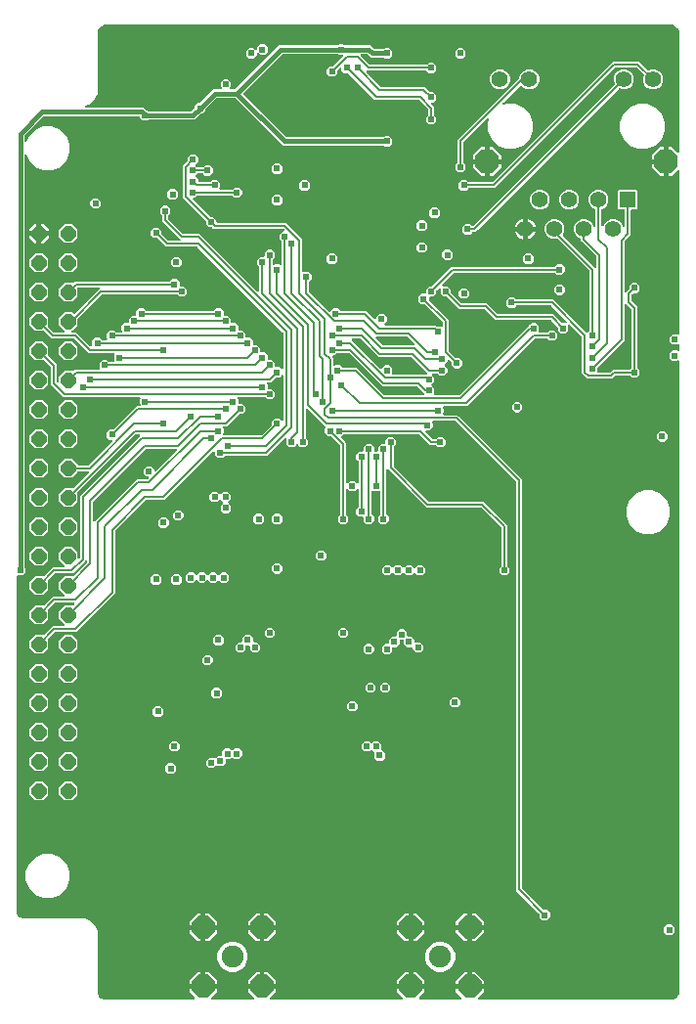
<source format=gbl>
G04 EAGLE Gerber X2 export*
%TF.Part,Single*%
%TF.FileFunction,Copper,L4,Bot,Mixed*%
%TF.FilePolarity,Positive*%
%TF.GenerationSoftware,Autodesk,EAGLE,9.4.2*%
%TF.CreationDate,2019-11-19T20:24:05Z*%
G75*
%MOMM*%
%FSLAX36Y36*%
%LPD*%
%INBottom Copper*%
%AMOC8*
5,1,8,0,0,1.08239X$1,22.5*%
G01*
%ADD10P,1.407107X8X202.500000*%
%ADD11C,1.416000*%
%ADD12P,2.273019X8X292.500000*%
%ADD13R,1.416000X1.416000*%
%ADD14P,2.164780X8X22.500000*%
%ADD15C,1.900000*%
%ADD16C,0.604800*%
%ADD17C,0.203200*%
%ADD18C,0.406400*%

G36*
X15660556Y300406D02*
X15660556Y300406D01*
X15663466Y300163D01*
X15674603Y302391D01*
X15685825Y303978D01*
X15688484Y305169D01*
X15691353Y305744D01*
X15701447Y310978D01*
X15711778Y315606D01*
X15714003Y317488D01*
X15716600Y318834D01*
X15724838Y326653D01*
X15733491Y333972D01*
X15735109Y336403D01*
X15737228Y338413D01*
X15742978Y348209D01*
X15749263Y357638D01*
X15750144Y360413D01*
X15751625Y362938D01*
X15754431Y373941D01*
X15757859Y384747D01*
X15757934Y387672D01*
X15758656Y390494D01*
X15758306Y401828D01*
X15758603Y413178D01*
X15757869Y416003D01*
X15757778Y418922D01*
X15754303Y429703D01*
X15751441Y440700D01*
X15749944Y443222D01*
X15749053Y445988D01*
X15744556Y452306D01*
X15736928Y465159D01*
X15732316Y469494D01*
X15729506Y473441D01*
X15250000Y952944D01*
X15250000Y1246800D01*
X16348384Y1246800D01*
X16354147Y1247616D01*
X16359966Y1247463D01*
X16368169Y1249597D01*
X16376544Y1250781D01*
X16381847Y1253156D01*
X16387488Y1254625D01*
X16394781Y1258953D01*
X16402497Y1262409D01*
X16406938Y1266166D01*
X16411947Y1269138D01*
X16417750Y1275313D01*
X16424209Y1280775D01*
X16427434Y1285613D01*
X16431425Y1289859D01*
X16435294Y1297406D01*
X16439981Y1304441D01*
X16441738Y1309981D01*
X16444397Y1315169D01*
X16445541Y1321972D01*
X16448578Y1331550D01*
X16448841Y1341600D01*
X16449984Y1348400D01*
X16449984Y1450013D01*
X16450013Y1450013D01*
X16450013Y1348400D01*
X16450828Y1342638D01*
X16450675Y1336819D01*
X16452809Y1328616D01*
X16453994Y1320241D01*
X16456369Y1314938D01*
X16457838Y1309297D01*
X16462166Y1302003D01*
X16465622Y1294288D01*
X16469378Y1289847D01*
X16472350Y1284838D01*
X16478525Y1279034D01*
X16483988Y1272575D01*
X16488825Y1269350D01*
X16493072Y1265359D01*
X16500619Y1261491D01*
X16507653Y1256803D01*
X16513194Y1255047D01*
X16518381Y1252388D01*
X16525184Y1251244D01*
X16534763Y1248206D01*
X16544813Y1247944D01*
X16551613Y1246800D01*
X17649994Y1246800D01*
X17649997Y952944D01*
X17170491Y473441D01*
X17168734Y471106D01*
X17166506Y469222D01*
X17160222Y459791D01*
X17153391Y450713D01*
X17152350Y447978D01*
X17150734Y445556D01*
X17147309Y434756D01*
X17143263Y424138D01*
X17143019Y421228D01*
X17142138Y418447D01*
X17141841Y407106D01*
X17140897Y395797D01*
X17141469Y392934D01*
X17141394Y390016D01*
X17144253Y379028D01*
X17146478Y367913D01*
X17147819Y365325D01*
X17148556Y362494D01*
X17154356Y352719D01*
X17159569Y342666D01*
X17161575Y340550D01*
X17163069Y338034D01*
X17171353Y330247D01*
X17179147Y322034D01*
X17181659Y320559D01*
X17183791Y318556D01*
X17193913Y313369D01*
X17203672Y307641D01*
X17206494Y306922D01*
X17209100Y305584D01*
X17216797Y304291D01*
X17231228Y300606D01*
X17237547Y300800D01*
X17242331Y299997D01*
X20757666Y299997D01*
X20760556Y300406D01*
X20763466Y300163D01*
X20774603Y302391D01*
X20785825Y303978D01*
X20788484Y305169D01*
X20791353Y305744D01*
X20801447Y310978D01*
X20811778Y315606D01*
X20814003Y317488D01*
X20816600Y318834D01*
X20824838Y326653D01*
X20833491Y333972D01*
X20835109Y336403D01*
X20837228Y338413D01*
X20842978Y348209D01*
X20849263Y357638D01*
X20850144Y360413D01*
X20851625Y362938D01*
X20854431Y373941D01*
X20857859Y384747D01*
X20857934Y387672D01*
X20858656Y390494D01*
X20858306Y401828D01*
X20858603Y413178D01*
X20857869Y416003D01*
X20857778Y418922D01*
X20854303Y429703D01*
X20851441Y440700D01*
X20849944Y443222D01*
X20849053Y445988D01*
X20844556Y452306D01*
X20836928Y465159D01*
X20832316Y469494D01*
X20829506Y473441D01*
X20350000Y952944D01*
X20350000Y1246800D01*
X21448384Y1246800D01*
X21454147Y1247616D01*
X21459966Y1247463D01*
X21468169Y1249597D01*
X21476544Y1250781D01*
X21481847Y1253156D01*
X21487488Y1254625D01*
X21494781Y1258953D01*
X21502497Y1262409D01*
X21506938Y1266166D01*
X21511947Y1269138D01*
X21517750Y1275313D01*
X21524209Y1280775D01*
X21527434Y1285613D01*
X21531425Y1289859D01*
X21535294Y1297406D01*
X21539981Y1304441D01*
X21541738Y1309981D01*
X21544397Y1315169D01*
X21545541Y1321972D01*
X21548578Y1331550D01*
X21548841Y1341600D01*
X21549984Y1348400D01*
X21549984Y1450013D01*
X21550013Y1450013D01*
X21550013Y1348400D01*
X21550828Y1342638D01*
X21550675Y1336819D01*
X21552809Y1328616D01*
X21553994Y1320241D01*
X21556369Y1314938D01*
X21557838Y1309297D01*
X21562166Y1302003D01*
X21565622Y1294288D01*
X21569378Y1289847D01*
X21572350Y1284838D01*
X21578525Y1279034D01*
X21583988Y1272575D01*
X21588825Y1269350D01*
X21593072Y1265359D01*
X21600619Y1261491D01*
X21607653Y1256803D01*
X21613194Y1255047D01*
X21618381Y1252388D01*
X21625184Y1251244D01*
X21634763Y1248206D01*
X21644813Y1247944D01*
X21651613Y1246800D01*
X22749994Y1246800D01*
X22749997Y952944D01*
X22270491Y473441D01*
X22268734Y471106D01*
X22266506Y469222D01*
X22260222Y459791D01*
X22253391Y450713D01*
X22252350Y447978D01*
X22250734Y445556D01*
X22247309Y434756D01*
X22243263Y424138D01*
X22243019Y421228D01*
X22242138Y418447D01*
X22241841Y407106D01*
X22240897Y395797D01*
X22241469Y392934D01*
X22241394Y390016D01*
X22244253Y379028D01*
X22246478Y367913D01*
X22247819Y365325D01*
X22248556Y362494D01*
X22254356Y352719D01*
X22259569Y342666D01*
X22261575Y340550D01*
X22263069Y338034D01*
X22271353Y330247D01*
X22279147Y322034D01*
X22281659Y320559D01*
X22283791Y318556D01*
X22293913Y313369D01*
X22303672Y307641D01*
X22306494Y306922D01*
X22309100Y305584D01*
X22316797Y304291D01*
X22331228Y300606D01*
X22337547Y300800D01*
X22342331Y299997D01*
X33657666Y299997D01*
X33660556Y300406D01*
X33663466Y300163D01*
X33674603Y302391D01*
X33685825Y303978D01*
X33688484Y305169D01*
X33691353Y305744D01*
X33701447Y310978D01*
X33711778Y315606D01*
X33714003Y317488D01*
X33716600Y318834D01*
X33724838Y326653D01*
X33733491Y333972D01*
X33735109Y336403D01*
X33737228Y338413D01*
X33742978Y348209D01*
X33749263Y357638D01*
X33750144Y360413D01*
X33751625Y362938D01*
X33754431Y373941D01*
X33757859Y384747D01*
X33757934Y387672D01*
X33758656Y390494D01*
X33758306Y401828D01*
X33758603Y413178D01*
X33757869Y416003D01*
X33757778Y418922D01*
X33754303Y429703D01*
X33751441Y440700D01*
X33749944Y443222D01*
X33749053Y445988D01*
X33744556Y452306D01*
X33736928Y465159D01*
X33732316Y469494D01*
X33729506Y473441D01*
X33250000Y952944D01*
X33250000Y1246800D01*
X34348384Y1246800D01*
X34354147Y1247616D01*
X34359966Y1247463D01*
X34368169Y1249597D01*
X34376544Y1250781D01*
X34381847Y1253156D01*
X34387488Y1254625D01*
X34394781Y1258953D01*
X34402497Y1262409D01*
X34406938Y1266166D01*
X34411947Y1269138D01*
X34417750Y1275313D01*
X34424209Y1280775D01*
X34427434Y1285613D01*
X34431425Y1289859D01*
X34435294Y1297406D01*
X34439981Y1304441D01*
X34441738Y1309981D01*
X34444397Y1315169D01*
X34445541Y1321972D01*
X34448578Y1331550D01*
X34448841Y1341600D01*
X34449984Y1348400D01*
X34449984Y1450013D01*
X34450013Y1450013D01*
X34450013Y1348400D01*
X34450828Y1342638D01*
X34450675Y1336819D01*
X34452809Y1328616D01*
X34453994Y1320241D01*
X34456369Y1314938D01*
X34457838Y1309297D01*
X34462166Y1302003D01*
X34465622Y1294288D01*
X34469378Y1289847D01*
X34472350Y1284838D01*
X34478525Y1279034D01*
X34483988Y1272575D01*
X34488825Y1269350D01*
X34493072Y1265359D01*
X34500619Y1261491D01*
X34507653Y1256803D01*
X34513194Y1255047D01*
X34518381Y1252388D01*
X34525184Y1251244D01*
X34534763Y1248206D01*
X34544813Y1247944D01*
X34551613Y1246800D01*
X35649994Y1246800D01*
X35649997Y952944D01*
X35170491Y473441D01*
X35168734Y471106D01*
X35166506Y469222D01*
X35160222Y459791D01*
X35153391Y450713D01*
X35152350Y447978D01*
X35150734Y445556D01*
X35147309Y434756D01*
X35143263Y424138D01*
X35143019Y421228D01*
X35142138Y418447D01*
X35141841Y407106D01*
X35140897Y395797D01*
X35141469Y392934D01*
X35141394Y390016D01*
X35144253Y379028D01*
X35146478Y367913D01*
X35147819Y365325D01*
X35148556Y362494D01*
X35154356Y352719D01*
X35159569Y342666D01*
X35161575Y340550D01*
X35163069Y338034D01*
X35171353Y330247D01*
X35179147Y322034D01*
X35181659Y320559D01*
X35183791Y318556D01*
X35193913Y313369D01*
X35203672Y307641D01*
X35206494Y306922D01*
X35209100Y305584D01*
X35216797Y304291D01*
X35231228Y300606D01*
X35237547Y300800D01*
X35242331Y299997D01*
X38757666Y299997D01*
X38760556Y300406D01*
X38763466Y300163D01*
X38774603Y302391D01*
X38785825Y303978D01*
X38788484Y305169D01*
X38791353Y305744D01*
X38801447Y310978D01*
X38811778Y315606D01*
X38814003Y317488D01*
X38816600Y318834D01*
X38824838Y326653D01*
X38833491Y333972D01*
X38835109Y336403D01*
X38837228Y338413D01*
X38842978Y348209D01*
X38849263Y357638D01*
X38850144Y360413D01*
X38851625Y362938D01*
X38854431Y373941D01*
X38857859Y384747D01*
X38857934Y387672D01*
X38858656Y390494D01*
X38858306Y401828D01*
X38858603Y413178D01*
X38857869Y416003D01*
X38857778Y418922D01*
X38854303Y429703D01*
X38851441Y440700D01*
X38849944Y443222D01*
X38849053Y445988D01*
X38844556Y452306D01*
X38836928Y465159D01*
X38832316Y469494D01*
X38829506Y473441D01*
X38350000Y952944D01*
X38350000Y1246800D01*
X39448384Y1246800D01*
X39454147Y1247616D01*
X39459966Y1247463D01*
X39468169Y1249597D01*
X39476544Y1250781D01*
X39481847Y1253156D01*
X39487488Y1254625D01*
X39494781Y1258953D01*
X39502497Y1262409D01*
X39506938Y1266166D01*
X39511947Y1269138D01*
X39517750Y1275313D01*
X39524209Y1280775D01*
X39527434Y1285613D01*
X39531425Y1289859D01*
X39535294Y1297406D01*
X39539981Y1304441D01*
X39541738Y1309981D01*
X39544397Y1315169D01*
X39545541Y1321972D01*
X39548578Y1331550D01*
X39548841Y1341600D01*
X39549984Y1348400D01*
X39549984Y1450013D01*
X39550013Y1450013D01*
X39550013Y1348400D01*
X39550828Y1342638D01*
X39550675Y1336819D01*
X39552809Y1328616D01*
X39553994Y1320241D01*
X39556369Y1314938D01*
X39557838Y1309297D01*
X39562166Y1302003D01*
X39565622Y1294288D01*
X39569378Y1289847D01*
X39572350Y1284838D01*
X39578525Y1279034D01*
X39583988Y1272575D01*
X39588825Y1269350D01*
X39593072Y1265359D01*
X39600619Y1261491D01*
X39607653Y1256803D01*
X39613194Y1255047D01*
X39618381Y1252388D01*
X39625184Y1251244D01*
X39634763Y1248206D01*
X39644813Y1247944D01*
X39651613Y1246800D01*
X40749994Y1246800D01*
X40749997Y952944D01*
X40270491Y473441D01*
X40268734Y471106D01*
X40266506Y469222D01*
X40260222Y459791D01*
X40253391Y450713D01*
X40252350Y447978D01*
X40250734Y445556D01*
X40247309Y434756D01*
X40243263Y424138D01*
X40243019Y421228D01*
X40242138Y418447D01*
X40241841Y407106D01*
X40240897Y395797D01*
X40241469Y392934D01*
X40241394Y390016D01*
X40244253Y379028D01*
X40246478Y367913D01*
X40247819Y365325D01*
X40248556Y362494D01*
X40254356Y352719D01*
X40259569Y342666D01*
X40261575Y340550D01*
X40263069Y338034D01*
X40271353Y330247D01*
X40279147Y322034D01*
X40281659Y320559D01*
X40283791Y318556D01*
X40293913Y313369D01*
X40303672Y307641D01*
X40306494Y306922D01*
X40309100Y305584D01*
X40316797Y304291D01*
X40331228Y300606D01*
X40337547Y300800D01*
X40342331Y299997D01*
X56999997Y299997D01*
X57005584Y300788D01*
X57009953Y300488D01*
X57126697Y311984D01*
X57154331Y318703D01*
X57155000Y319084D01*
X57155622Y319228D01*
X57371334Y408581D01*
X57373956Y410128D01*
X57376844Y411059D01*
X57382353Y414984D01*
X57387316Y417206D01*
X57390463Y419869D01*
X57395828Y423034D01*
X57400278Y427747D01*
X57404294Y430606D01*
X57569391Y595703D01*
X57571216Y598131D01*
X57573534Y600100D01*
X57577669Y606706D01*
X57586491Y618428D01*
X57588797Y624478D01*
X57591416Y628663D01*
X57680769Y844375D01*
X57687869Y871913D01*
X57687847Y872688D01*
X57688013Y873300D01*
X57699509Y990041D01*
X57699272Y995666D01*
X57700000Y999997D01*
X57700000Y55544631D01*
X57699591Y55547522D01*
X57699834Y55550434D01*
X57697603Y55561575D01*
X57696019Y55572791D01*
X57694828Y55575450D01*
X57694253Y55578319D01*
X57689028Y55588394D01*
X57684391Y55598744D01*
X57682503Y55600975D01*
X57681159Y55603566D01*
X57673350Y55611797D01*
X57666025Y55620456D01*
X57663600Y55622072D01*
X57661584Y55624197D01*
X57651772Y55629953D01*
X57642359Y55636228D01*
X57639581Y55637109D01*
X57637056Y55638591D01*
X57626069Y55641394D01*
X57615250Y55644825D01*
X57612322Y55644903D01*
X57609500Y55645622D01*
X57598169Y55645272D01*
X57586819Y55645569D01*
X57583997Y55644834D01*
X57581075Y55644744D01*
X57570284Y55641266D01*
X57559297Y55638406D01*
X57556778Y55636913D01*
X57554006Y55636019D01*
X57547678Y55631513D01*
X57534838Y55623894D01*
X57530503Y55619281D01*
X57526556Y55616472D01*
X57496388Y55586300D01*
X57121606Y55586300D01*
X56856600Y55851306D01*
X56856600Y56226091D01*
X57121606Y56491097D01*
X57496388Y56491097D01*
X57526556Y56460925D01*
X57528891Y56459169D01*
X57530775Y56456941D01*
X57540209Y56450653D01*
X57549281Y56443828D01*
X57552013Y56442788D01*
X57554441Y56441169D01*
X57565241Y56437744D01*
X57575856Y56433697D01*
X57578769Y56433453D01*
X57581550Y56432572D01*
X57592888Y56432275D01*
X57604197Y56431331D01*
X57607063Y56431903D01*
X57609981Y56431828D01*
X57620975Y56434688D01*
X57632084Y56436913D01*
X57634672Y56438253D01*
X57637503Y56438991D01*
X57647278Y56444791D01*
X57657331Y56450003D01*
X57659447Y56452009D01*
X57661963Y56453503D01*
X57669750Y56461788D01*
X57677959Y56469578D01*
X57679434Y56472091D01*
X57681441Y56474225D01*
X57686631Y56484353D01*
X57692356Y56494106D01*
X57693078Y56496928D01*
X57694413Y56499534D01*
X57695706Y56507225D01*
X57699391Y56521659D01*
X57699197Y56527981D01*
X57700000Y56532766D01*
X57700000Y56973331D01*
X57699591Y56976222D01*
X57699834Y56979134D01*
X57697603Y56990275D01*
X57696019Y57001491D01*
X57694828Y57004150D01*
X57694253Y57007019D01*
X57689028Y57017094D01*
X57684391Y57027444D01*
X57682503Y57029675D01*
X57681159Y57032266D01*
X57673350Y57040497D01*
X57666025Y57049156D01*
X57663600Y57050772D01*
X57661584Y57052897D01*
X57651772Y57058653D01*
X57642359Y57064928D01*
X57639581Y57065809D01*
X57637056Y57067291D01*
X57626069Y57070094D01*
X57615250Y57073525D01*
X57612322Y57073603D01*
X57609500Y57074322D01*
X57598169Y57073972D01*
X57586819Y57074269D01*
X57583997Y57073534D01*
X57581075Y57073444D01*
X57570284Y57069966D01*
X57559297Y57067106D01*
X57556778Y57065613D01*
X57554006Y57064719D01*
X57547678Y57060213D01*
X57534838Y57052594D01*
X57530503Y57047981D01*
X57526556Y57045172D01*
X57496388Y57015000D01*
X57121606Y57015000D01*
X56856600Y57280006D01*
X56856600Y57654791D01*
X57121606Y57919797D01*
X57496388Y57919797D01*
X57526556Y57889625D01*
X57528891Y57887869D01*
X57530775Y57885641D01*
X57540209Y57879353D01*
X57549281Y57872528D01*
X57552013Y57871488D01*
X57554441Y57869869D01*
X57565241Y57866444D01*
X57575856Y57862397D01*
X57578769Y57862153D01*
X57581550Y57861272D01*
X57592888Y57860975D01*
X57604197Y57860031D01*
X57607063Y57860603D01*
X57609981Y57860528D01*
X57620975Y57863388D01*
X57632084Y57865613D01*
X57634672Y57866953D01*
X57637503Y57867691D01*
X57647278Y57873491D01*
X57657331Y57878703D01*
X57659447Y57880709D01*
X57661963Y57882203D01*
X57669750Y57890488D01*
X57677959Y57898278D01*
X57679434Y57900791D01*
X57681441Y57902925D01*
X57686631Y57913053D01*
X57692356Y57922806D01*
X57693078Y57925628D01*
X57694413Y57928234D01*
X57695706Y57935925D01*
X57699391Y57950359D01*
X57699197Y57956681D01*
X57700000Y57961466D01*
X57700000Y71991956D01*
X57699591Y71994847D01*
X57699834Y71997756D01*
X57697606Y72008894D01*
X57696019Y72020116D01*
X57694828Y72022775D01*
X57694253Y72025644D01*
X57689019Y72035738D01*
X57684391Y72046069D01*
X57682509Y72048294D01*
X57681163Y72050891D01*
X57673344Y72059128D01*
X57666025Y72067781D01*
X57663594Y72069400D01*
X57661584Y72071519D01*
X57651788Y72077269D01*
X57642359Y72083553D01*
X57639584Y72084434D01*
X57637059Y72085916D01*
X57626056Y72088722D01*
X57615250Y72092150D01*
X57612325Y72092225D01*
X57609503Y72092947D01*
X57598169Y72092597D01*
X57586819Y72092894D01*
X57583994Y72092159D01*
X57581075Y72092069D01*
X57570294Y72088594D01*
X57559297Y72085731D01*
X57556775Y72084234D01*
X57554009Y72083344D01*
X57547691Y72078847D01*
X57534838Y72071219D01*
X57530503Y72066606D01*
X57526556Y72063797D01*
X57064763Y71602000D01*
X56750194Y71602000D01*
X56750194Y72750384D01*
X56749378Y72756147D01*
X56749531Y72761966D01*
X56747397Y72770169D01*
X56746213Y72778544D01*
X56743838Y72783847D01*
X56742369Y72789488D01*
X56738041Y72796781D01*
X56734584Y72804497D01*
X56730828Y72808938D01*
X56727856Y72813947D01*
X56721681Y72819750D01*
X56716219Y72826209D01*
X56711381Y72829434D01*
X56707134Y72833425D01*
X56699588Y72837294D01*
X56692553Y72841981D01*
X56687013Y72843738D01*
X56681825Y72846397D01*
X56675022Y72847541D01*
X56665444Y72850578D01*
X56655394Y72850841D01*
X56648594Y72851984D01*
X56546984Y72851984D01*
X56546984Y72852013D01*
X56648594Y72852013D01*
X56654356Y72852828D01*
X56660175Y72852675D01*
X56668378Y72854809D01*
X56676753Y72855994D01*
X56682056Y72858369D01*
X56687697Y72859838D01*
X56694991Y72864166D01*
X56702706Y72867622D01*
X56707147Y72871378D01*
X56712156Y72874350D01*
X56717959Y72880525D01*
X56724419Y72885988D01*
X56727644Y72890825D01*
X56731634Y72895072D01*
X56735503Y72902619D01*
X56740191Y72909653D01*
X56741947Y72915194D01*
X56744606Y72920381D01*
X56745750Y72927184D01*
X56748788Y72936763D01*
X56749050Y72946813D01*
X56750194Y72953613D01*
X56750194Y74101997D01*
X57064763Y74101997D01*
X57526556Y73640200D01*
X57528891Y73638444D01*
X57530775Y73636216D01*
X57540206Y73629931D01*
X57549284Y73623100D01*
X57552019Y73622059D01*
X57554441Y73620444D01*
X57565241Y73617019D01*
X57575859Y73612972D01*
X57578769Y73612728D01*
X57581550Y73611847D01*
X57592891Y73611550D01*
X57604200Y73610606D01*
X57607063Y73611178D01*
X57609981Y73611103D01*
X57620969Y73613963D01*
X57632084Y73616188D01*
X57634672Y73617528D01*
X57637503Y73618266D01*
X57647278Y73624066D01*
X57657331Y73629278D01*
X57659447Y73631284D01*
X57661963Y73632778D01*
X57669750Y73641063D01*
X57677963Y73648856D01*
X57679438Y73651369D01*
X57681441Y73653500D01*
X57686628Y73663622D01*
X57692356Y73673381D01*
X57693075Y73676203D01*
X57694413Y73678809D01*
X57695706Y73686506D01*
X57699391Y73700938D01*
X57699197Y73707256D01*
X57700000Y73712041D01*
X57700000Y83999997D01*
X57699209Y84005584D01*
X57699509Y84009953D01*
X57688013Y84126697D01*
X57681294Y84154331D01*
X57680913Y84155000D01*
X57680769Y84155622D01*
X57591416Y84371334D01*
X57589869Y84373956D01*
X57588938Y84376844D01*
X57584428Y84383178D01*
X57576963Y84395828D01*
X57572250Y84400278D01*
X57569391Y84404294D01*
X57404294Y84569391D01*
X57401866Y84571216D01*
X57399897Y84573534D01*
X57393291Y84577669D01*
X57381569Y84586491D01*
X57375519Y84588797D01*
X57371334Y84591416D01*
X57155622Y84680769D01*
X57128084Y84687869D01*
X57127309Y84687847D01*
X57126697Y84688013D01*
X57009956Y84699509D01*
X57004331Y84699272D01*
X57000000Y84700000D01*
X8000000Y84700000D01*
X7994413Y84699209D01*
X7990044Y84699509D01*
X7873300Y84688013D01*
X7845666Y84681294D01*
X7844997Y84680913D01*
X7844375Y84680769D01*
X7628659Y84591416D01*
X7626038Y84589869D01*
X7623150Y84588938D01*
X7616816Y84584428D01*
X7604166Y84576963D01*
X7599716Y84572250D01*
X7595700Y84569391D01*
X7430606Y84404297D01*
X7428781Y84401869D01*
X7426463Y84399900D01*
X7422328Y84393294D01*
X7413506Y84381572D01*
X7411200Y84375522D01*
X7408581Y84371338D01*
X7319228Y84155625D01*
X7314994Y84139203D01*
X7314247Y84136847D01*
X7314231Y84136244D01*
X7312128Y84128088D01*
X7312150Y84127316D01*
X7311984Y84126703D01*
X7300488Y84009969D01*
X7300725Y84004341D01*
X7299997Y84000009D01*
X7299997Y78741413D01*
X7102078Y78263600D01*
X6736397Y77897919D01*
X6261388Y77701163D01*
X6253994Y77696800D01*
X6246156Y77693288D01*
X6241800Y77689603D01*
X6236897Y77686709D01*
X6231006Y77680472D01*
X6224444Y77674922D01*
X6221281Y77670178D01*
X6217369Y77666034D01*
X6213434Y77658403D01*
X6208672Y77651256D01*
X6206947Y77645819D01*
X6204338Y77640756D01*
X6202675Y77632344D01*
X6200075Y77624147D01*
X6199925Y77618441D01*
X6198822Y77612856D01*
X6199556Y77604303D01*
X6199331Y77595716D01*
X6200766Y77590203D01*
X6201253Y77584522D01*
X6204331Y77576509D01*
X6206494Y77568194D01*
X6209409Y77563281D01*
X6211447Y77557972D01*
X6216616Y77551134D01*
X6221006Y77543734D01*
X6225163Y77539828D01*
X6228597Y77535284D01*
X6235469Y77530138D01*
X6241728Y77524256D01*
X6246800Y77521656D01*
X6251363Y77518241D01*
X6259397Y77515200D01*
X6267038Y77511284D01*
X6271909Y77510466D01*
X6277963Y77508175D01*
X6292588Y77506988D01*
X6300269Y77505697D01*
X11258803Y77505697D01*
X11447344Y77317156D01*
X11454288Y77311931D01*
X11460644Y77305956D01*
X11465613Y77303409D01*
X11470069Y77300056D01*
X11478206Y77296956D01*
X11485953Y77292984D01*
X11490734Y77292181D01*
X11496644Y77289928D01*
X11511509Y77288688D01*
X11519184Y77287397D01*
X11617391Y77287397D01*
X11686831Y77217956D01*
X11693775Y77212731D01*
X11700131Y77206756D01*
X11705100Y77204209D01*
X11709556Y77200856D01*
X11717694Y77197756D01*
X11725441Y77193784D01*
X11730222Y77192981D01*
X11736131Y77190728D01*
X11750997Y77189488D01*
X11758672Y77188197D01*
X15369113Y77188197D01*
X15377731Y77189416D01*
X15386434Y77189684D01*
X15391747Y77191397D01*
X15397272Y77192178D01*
X15405222Y77195741D01*
X15413503Y77198409D01*
X15417447Y77201216D01*
X15423225Y77203806D01*
X15434634Y77213456D01*
X15440953Y77217956D01*
X15710341Y77487344D01*
X15715566Y77494288D01*
X15721541Y77500644D01*
X15724088Y77505613D01*
X15727441Y77510069D01*
X15730541Y77518206D01*
X15734513Y77525953D01*
X15735316Y77530734D01*
X15737569Y77536644D01*
X15738809Y77551509D01*
X15740100Y77559184D01*
X15740100Y77657391D01*
X16005106Y77922397D01*
X16103316Y77922397D01*
X16111934Y77923616D01*
X16120641Y77923884D01*
X16125956Y77925597D01*
X16131475Y77926378D01*
X16139422Y77929941D01*
X16147706Y77932609D01*
X16151650Y77935416D01*
X16157428Y77938006D01*
X16168838Y77947656D01*
X16175156Y77952156D01*
X17316194Y79093197D01*
X17970131Y79093197D01*
X17973022Y79093606D01*
X17975931Y79093363D01*
X17987069Y79095591D01*
X17998291Y79097178D01*
X18000950Y79098369D01*
X18003819Y79098944D01*
X18013894Y79104169D01*
X18024244Y79108806D01*
X18026475Y79110694D01*
X18029066Y79112038D01*
X18037284Y79119838D01*
X18045956Y79127172D01*
X18047578Y79129603D01*
X18049694Y79131613D01*
X18055438Y79141400D01*
X18061728Y79150838D01*
X18062609Y79153619D01*
X18064091Y79156141D01*
X18066894Y79167128D01*
X18070325Y79177947D01*
X18070403Y79180875D01*
X18071122Y79183697D01*
X18070772Y79195028D01*
X18071069Y79206378D01*
X18070334Y79209200D01*
X18070244Y79212122D01*
X18066766Y79222913D01*
X18063906Y79233900D01*
X18062413Y79236419D01*
X18061519Y79239191D01*
X18057013Y79245519D01*
X18049394Y79258359D01*
X18044781Y79262694D01*
X18041972Y79266641D01*
X17962500Y79346109D01*
X17962500Y79720891D01*
X18227506Y79985897D01*
X18602291Y79985897D01*
X18867297Y79720891D01*
X18867297Y79346109D01*
X18787825Y79266641D01*
X18786069Y79264306D01*
X18783841Y79262422D01*
X18777541Y79252969D01*
X18770728Y79243913D01*
X18769691Y79241188D01*
X18768069Y79238756D01*
X18764641Y79227950D01*
X18760597Y79217341D01*
X18760353Y79214428D01*
X18759472Y79211647D01*
X18759175Y79200309D01*
X18758231Y79189000D01*
X18758803Y79186134D01*
X18758728Y79183216D01*
X18761588Y79172222D01*
X18763813Y79161113D01*
X18765153Y79158525D01*
X18765891Y79155694D01*
X18771691Y79145919D01*
X18776903Y79135866D01*
X18778909Y79133750D01*
X18780403Y79131234D01*
X18788672Y79123463D01*
X18796478Y79115234D01*
X18798997Y79113756D01*
X18801125Y79111756D01*
X18811238Y79106575D01*
X18821006Y79100841D01*
X18823828Y79100122D01*
X18826434Y79098784D01*
X18834131Y79097491D01*
X18848563Y79093806D01*
X18854881Y79094000D01*
X18859666Y79093197D01*
X19179113Y79093197D01*
X19187731Y79094416D01*
X19196434Y79094684D01*
X19201747Y79096397D01*
X19207272Y79097178D01*
X19215222Y79100741D01*
X19223503Y79103409D01*
X19227447Y79106216D01*
X19233225Y79108806D01*
X19244634Y79118456D01*
X19250953Y79122956D01*
X23031194Y82903197D01*
X28087625Y82903197D01*
X28096244Y82904416D01*
X28104947Y82904684D01*
X28110259Y82906397D01*
X28115784Y82907178D01*
X28123734Y82910741D01*
X28132016Y82913409D01*
X28135959Y82916216D01*
X28141738Y82918806D01*
X28153147Y82928456D01*
X28159466Y82932956D01*
X28228806Y83002297D01*
X28603591Y83002297D01*
X28672931Y82932956D01*
X28679875Y82927731D01*
X28686231Y82921756D01*
X28691200Y82919209D01*
X28695656Y82915856D01*
X28703794Y82912756D01*
X28711541Y82908784D01*
X28716322Y82907981D01*
X28722231Y82905728D01*
X28737097Y82904488D01*
X28744772Y82903197D01*
X30943803Y82903197D01*
X31231544Y82615456D01*
X31238488Y82610231D01*
X31244844Y82604256D01*
X31249813Y82601709D01*
X31254269Y82598356D01*
X31262406Y82595256D01*
X31270153Y82591284D01*
X31274934Y82590481D01*
X31280844Y82588228D01*
X31295709Y82586988D01*
X31303384Y82585697D01*
X32056325Y82585697D01*
X32064944Y82586916D01*
X32073647Y82587184D01*
X32078959Y82588897D01*
X32084484Y82589678D01*
X32092434Y82593241D01*
X32100716Y82595909D01*
X32104659Y82598716D01*
X32110438Y82601306D01*
X32121847Y82610956D01*
X32128166Y82615456D01*
X32197606Y82684897D01*
X32572391Y82684897D01*
X32837397Y82419891D01*
X32837397Y82045106D01*
X32572391Y81780100D01*
X32197606Y81780100D01*
X32128166Y81849541D01*
X32121222Y81854766D01*
X32114866Y81860741D01*
X32109897Y81863288D01*
X32105441Y81866641D01*
X32097303Y81869741D01*
X32089556Y81873713D01*
X32084775Y81874516D01*
X32078866Y81876769D01*
X32064000Y81878009D01*
X32056325Y81879300D01*
X30968694Y81879300D01*
X30680953Y82167041D01*
X30674009Y82172266D01*
X30667653Y82178241D01*
X30662684Y82180788D01*
X30658228Y82184141D01*
X30650091Y82187241D01*
X30642344Y82191213D01*
X30637563Y82192016D01*
X30631653Y82194269D01*
X30616788Y82195509D01*
X30609113Y82196800D01*
X30164294Y82196800D01*
X30161403Y82196391D01*
X30158494Y82196634D01*
X30147356Y82194406D01*
X30136134Y82192819D01*
X30133475Y82191628D01*
X30130606Y82191053D01*
X30120513Y82185819D01*
X30110181Y82181191D01*
X30107956Y82179309D01*
X30105359Y82177963D01*
X30097122Y82170144D01*
X30088469Y82162825D01*
X30086850Y82160394D01*
X30084731Y82158384D01*
X30078981Y82148588D01*
X30072697Y82139159D01*
X30071816Y82136384D01*
X30070334Y82133859D01*
X30067528Y82122856D01*
X30064100Y82112050D01*
X30064025Y82109125D01*
X30063303Y82106303D01*
X30063653Y82094969D01*
X30063356Y82083619D01*
X30064091Y82080794D01*
X30064181Y82077875D01*
X30067656Y82067094D01*
X30070519Y82056097D01*
X30072016Y82053575D01*
X30072906Y82050809D01*
X30077403Y82044491D01*
X30085031Y82031638D01*
X30089644Y82027303D01*
X30092453Y82023356D01*
X30871959Y81243853D01*
X30878913Y81238622D01*
X30885259Y81232656D01*
X30890225Y81230113D01*
X30894684Y81226756D01*
X30902822Y81223656D01*
X30910569Y81219684D01*
X30915350Y81218881D01*
X30921259Y81216628D01*
X30936125Y81215388D01*
X30943800Y81214097D01*
X35764725Y81214097D01*
X35773344Y81215316D01*
X35782047Y81215584D01*
X35787359Y81217297D01*
X35792884Y81218078D01*
X35800834Y81221641D01*
X35809116Y81224309D01*
X35813059Y81227116D01*
X35818838Y81229706D01*
X35830247Y81239356D01*
X35836566Y81243856D01*
X36007606Y81414897D01*
X36382391Y81414897D01*
X36647397Y81149891D01*
X36647397Y80775106D01*
X36382391Y80510100D01*
X36007606Y80510100D01*
X35836566Y80681141D01*
X35829622Y80686366D01*
X35823266Y80692341D01*
X35818297Y80694888D01*
X35813841Y80698241D01*
X35805703Y80701341D01*
X35797956Y80705313D01*
X35793175Y80706116D01*
X35787266Y80708369D01*
X35772400Y80709609D01*
X35764725Y80710900D01*
X30697694Y80710900D01*
X30694803Y80710491D01*
X30691894Y80710734D01*
X30680756Y80708506D01*
X30669534Y80706919D01*
X30666875Y80705728D01*
X30664006Y80705153D01*
X30653913Y80699919D01*
X30643581Y80695291D01*
X30641356Y80693409D01*
X30638759Y80692063D01*
X30630522Y80684244D01*
X30621869Y80676925D01*
X30620250Y80674494D01*
X30618131Y80672484D01*
X30612381Y80662688D01*
X30606097Y80653259D01*
X30605216Y80650484D01*
X30603734Y80647959D01*
X30600928Y80636956D01*
X30597500Y80626150D01*
X30597425Y80623225D01*
X30596703Y80620403D01*
X30597053Y80609069D01*
X30596756Y80597719D01*
X30597491Y80594894D01*
X30597581Y80591975D01*
X30601056Y80581194D01*
X30603919Y80570197D01*
X30605416Y80567675D01*
X30606306Y80564909D01*
X30610803Y80558597D01*
X30618431Y80545738D01*
X30623050Y80541397D01*
X30625853Y80537459D01*
X31824459Y79338856D01*
X31831403Y79333631D01*
X31837759Y79327656D01*
X31842728Y79325109D01*
X31847184Y79321756D01*
X31855322Y79318656D01*
X31863069Y79314684D01*
X31867850Y79313881D01*
X31873759Y79311628D01*
X31888625Y79310388D01*
X31896300Y79309097D01*
X35664219Y79309097D01*
X36068659Y78904656D01*
X36075603Y78899431D01*
X36081959Y78893456D01*
X36086928Y78890909D01*
X36091384Y78887556D01*
X36099522Y78884456D01*
X36107269Y78880484D01*
X36112050Y78879681D01*
X36117959Y78877428D01*
X36132825Y78876188D01*
X36140500Y78874897D01*
X36382391Y78874897D01*
X36647397Y78609891D01*
X36647397Y78235106D01*
X36382391Y77970100D01*
X36295994Y77970100D01*
X36293103Y77969691D01*
X36290194Y77969934D01*
X36279056Y77967706D01*
X36267834Y77966119D01*
X36265175Y77964928D01*
X36262306Y77964353D01*
X36252213Y77959119D01*
X36241881Y77954491D01*
X36239656Y77952609D01*
X36237059Y77951263D01*
X36228822Y77943444D01*
X36220169Y77936125D01*
X36218550Y77933694D01*
X36216431Y77931684D01*
X36210688Y77921897D01*
X36204397Y77912459D01*
X36203516Y77909678D01*
X36202034Y77907156D01*
X36199228Y77896163D01*
X36195800Y77885350D01*
X36195725Y77882425D01*
X36195003Y77879603D01*
X36195353Y77868269D01*
X36195056Y77856919D01*
X36195791Y77854094D01*
X36195881Y77851175D01*
X36199359Y77840384D01*
X36202219Y77829397D01*
X36203713Y77826878D01*
X36204606Y77824106D01*
X36209113Y77817778D01*
X36216731Y77804938D01*
X36221344Y77800603D01*
X36224153Y77796656D01*
X36446597Y77574216D01*
X36446597Y76947772D01*
X36447816Y76939153D01*
X36448084Y76930450D01*
X36449797Y76925138D01*
X36450578Y76919613D01*
X36454141Y76911663D01*
X36456809Y76903381D01*
X36459616Y76899438D01*
X36462206Y76893659D01*
X36471856Y76882250D01*
X36476356Y76875931D01*
X36647397Y76704891D01*
X36647397Y76330106D01*
X36382391Y76065100D01*
X36007606Y76065100D01*
X35742600Y76330106D01*
X35742600Y76704891D01*
X35913641Y76875931D01*
X35918866Y76882875D01*
X35924841Y76889231D01*
X35927388Y76894200D01*
X35930741Y76898656D01*
X35933841Y76906794D01*
X35937813Y76914541D01*
X35938616Y76919322D01*
X35940869Y76925231D01*
X35942109Y76940097D01*
X35943400Y76947772D01*
X35943400Y77323697D01*
X35942181Y77332316D01*
X35941913Y77341019D01*
X35940200Y77346331D01*
X35939419Y77351856D01*
X35935856Y77359806D01*
X35933188Y77368088D01*
X35930381Y77372031D01*
X35927791Y77377809D01*
X35918141Y77389219D01*
X35913641Y77395538D01*
X35168038Y78141141D01*
X35161094Y78146366D01*
X35154738Y78152341D01*
X35149769Y78154888D01*
X35145313Y78158241D01*
X35137175Y78161341D01*
X35129428Y78165313D01*
X35124647Y78166116D01*
X35118738Y78168369D01*
X35103872Y78169609D01*
X35096197Y78170900D01*
X31328278Y78170900D01*
X29018838Y80480341D01*
X29011894Y80485566D01*
X29005538Y80491541D01*
X29000569Y80494088D01*
X28996113Y80497441D01*
X28987975Y80500541D01*
X28980228Y80504513D01*
X28975447Y80505316D01*
X28969538Y80507569D01*
X28954672Y80508809D01*
X28946997Y80510100D01*
X28705106Y80510100D01*
X28440100Y80775106D01*
X28440100Y80861503D01*
X28439691Y80864394D01*
X28439934Y80867303D01*
X28437706Y80878441D01*
X28436119Y80889663D01*
X28434928Y80892322D01*
X28434353Y80895191D01*
X28429128Y80905266D01*
X28424491Y80915616D01*
X28422603Y80917847D01*
X28421259Y80920438D01*
X28413459Y80928656D01*
X28406125Y80937328D01*
X28403694Y80938950D01*
X28401684Y80941066D01*
X28391897Y80946809D01*
X28382459Y80953100D01*
X28379678Y80953981D01*
X28377156Y80955463D01*
X28366169Y80958266D01*
X28355350Y80961697D01*
X28352422Y80961775D01*
X28349600Y80962494D01*
X28338269Y80962144D01*
X28326919Y80962441D01*
X28324097Y80961706D01*
X28321175Y80961616D01*
X28310384Y80958138D01*
X28299397Y80955278D01*
X28296878Y80953784D01*
X28294106Y80952891D01*
X28287778Y80948384D01*
X28274938Y80940766D01*
X28270603Y80936153D01*
X28266656Y80933344D01*
X28104653Y80771338D01*
X28099422Y80764384D01*
X28093456Y80758038D01*
X28090913Y80753072D01*
X28087556Y80748613D01*
X28084456Y80740475D01*
X28080484Y80732728D01*
X28079681Y80727947D01*
X28077428Y80722038D01*
X28076188Y80707172D01*
X28074897Y80699497D01*
X28074897Y80457606D01*
X27809891Y80192600D01*
X27435106Y80192600D01*
X27170100Y80457606D01*
X27170100Y80832391D01*
X27435106Y81097397D01*
X27676997Y81097397D01*
X27685616Y81098616D01*
X27694319Y81098884D01*
X27699631Y81100597D01*
X27705156Y81101378D01*
X27713106Y81104941D01*
X27721388Y81107609D01*
X27725331Y81110419D01*
X27731109Y81113006D01*
X27742500Y81122641D01*
X27748838Y81127153D01*
X28545744Y81924056D01*
X28547500Y81926391D01*
X28549728Y81928275D01*
X28556013Y81937706D01*
X28562844Y81946784D01*
X28563884Y81949519D01*
X28565500Y81951941D01*
X28568925Y81962741D01*
X28572972Y81973359D01*
X28573216Y81976269D01*
X28574097Y81979050D01*
X28574394Y81990378D01*
X28575338Y82001700D01*
X28574766Y82004563D01*
X28574841Y82007481D01*
X28571981Y82018469D01*
X28569756Y82029584D01*
X28568416Y82032172D01*
X28567678Y82035003D01*
X28561884Y82044766D01*
X28556666Y82054834D01*
X28554653Y82056953D01*
X28553166Y82059463D01*
X28544891Y82067241D01*
X28537088Y82075463D01*
X28534575Y82076938D01*
X28532444Y82078941D01*
X28522347Y82084116D01*
X28512563Y82089859D01*
X28509731Y82090581D01*
X28507134Y82091913D01*
X28499456Y82093203D01*
X28485006Y82096891D01*
X28478688Y82096697D01*
X28473903Y82097500D01*
X28228806Y82097500D01*
X28159266Y82167041D01*
X28152322Y82172266D01*
X28145966Y82178241D01*
X28140997Y82180788D01*
X28136541Y82184141D01*
X28128403Y82187241D01*
X28120656Y82191213D01*
X28115875Y82192016D01*
X28109966Y82194269D01*
X28095100Y82195509D01*
X28087425Y82196800D01*
X23365884Y82196800D01*
X23357266Y82195581D01*
X23348563Y82195313D01*
X23343250Y82193600D01*
X23337725Y82192819D01*
X23329775Y82189256D01*
X23321494Y82186588D01*
X23317550Y82183781D01*
X23311772Y82181191D01*
X23300363Y82171541D01*
X23294044Y82167041D01*
X19938841Y78811841D01*
X19935347Y78807197D01*
X19931119Y78803184D01*
X19926831Y78795881D01*
X19921741Y78789116D01*
X19919669Y78783678D01*
X19916722Y78778659D01*
X19914628Y78770453D01*
X19911613Y78762541D01*
X19911128Y78756738D01*
X19909691Y78751103D01*
X19909953Y78742647D01*
X19909247Y78734200D01*
X19910391Y78728494D01*
X19910569Y78722678D01*
X19913166Y78714625D01*
X19914828Y78706313D01*
X19917513Y78701134D01*
X19919294Y78695609D01*
X19923281Y78690009D01*
X19927919Y78681066D01*
X19934853Y78673759D01*
X19935500Y78672850D01*
X19936222Y78671634D01*
X19936659Y78671225D01*
X19938841Y78668159D01*
X23611544Y74995456D01*
X23618488Y74990231D01*
X23624844Y74984256D01*
X23629813Y74981709D01*
X23634269Y74978356D01*
X23642406Y74975256D01*
X23650153Y74971284D01*
X23654934Y74970481D01*
X23660844Y74968228D01*
X23675709Y74966988D01*
X23683384Y74965697D01*
X32056325Y74965697D01*
X32064944Y74966916D01*
X32073647Y74967184D01*
X32078959Y74968897D01*
X32084484Y74969678D01*
X32092434Y74973241D01*
X32100716Y74975909D01*
X32104659Y74978716D01*
X32110438Y74981306D01*
X32121847Y74990956D01*
X32128166Y74995456D01*
X32197606Y75064897D01*
X32572391Y75064897D01*
X32837397Y74799891D01*
X32837397Y74425106D01*
X32572391Y74160100D01*
X32197606Y74160100D01*
X32128166Y74229541D01*
X32121222Y74234766D01*
X32114866Y74240741D01*
X32109897Y74243288D01*
X32105441Y74246641D01*
X32097303Y74249741D01*
X32089556Y74253713D01*
X32084775Y74254516D01*
X32078866Y74256769D01*
X32064000Y74258009D01*
X32056325Y74259300D01*
X23348694Y74259300D01*
X19250953Y78357041D01*
X19244009Y78362266D01*
X19237653Y78368241D01*
X19232684Y78370788D01*
X19228228Y78374141D01*
X19220091Y78377241D01*
X19212344Y78381213D01*
X19207563Y78382016D01*
X19201653Y78384269D01*
X19186788Y78385509D01*
X19179113Y78386800D01*
X17650884Y78386800D01*
X17642266Y78385581D01*
X17633563Y78385313D01*
X17628250Y78383600D01*
X17622725Y78382819D01*
X17614775Y78379256D01*
X17606494Y78376588D01*
X17602550Y78373781D01*
X17596772Y78371191D01*
X17585363Y78361541D01*
X17579044Y78357041D01*
X16674656Y77452656D01*
X16669431Y77445713D01*
X16663456Y77439356D01*
X16660909Y77434388D01*
X16657556Y77429931D01*
X16654456Y77421794D01*
X16650484Y77414047D01*
X16649681Y77409266D01*
X16647428Y77403356D01*
X16646188Y77388491D01*
X16644897Y77380816D01*
X16644897Y77282606D01*
X16379891Y77017600D01*
X16281684Y77017600D01*
X16273066Y77016381D01*
X16264363Y77016113D01*
X16259050Y77014400D01*
X16253525Y77013619D01*
X16245575Y77010056D01*
X16237294Y77007388D01*
X16233350Y77004581D01*
X16227572Y77001991D01*
X16216163Y76992341D01*
X16209844Y76987841D01*
X15703803Y76481800D01*
X11758672Y76481800D01*
X11750053Y76480581D01*
X11741350Y76480313D01*
X11736038Y76478600D01*
X11730513Y76477819D01*
X11722563Y76474256D01*
X11714281Y76471588D01*
X11710338Y76468781D01*
X11704559Y76466191D01*
X11693150Y76456541D01*
X11686831Y76452041D01*
X11617391Y76382600D01*
X11242606Y76382600D01*
X10977600Y76647606D01*
X10977600Y76697700D01*
X10976784Y76703463D01*
X10976938Y76709281D01*
X10974803Y76717484D01*
X10973619Y76725859D01*
X10971244Y76731163D01*
X10969775Y76736803D01*
X10965447Y76744097D01*
X10961991Y76751813D01*
X10958234Y76756253D01*
X10955263Y76761263D01*
X10949088Y76767066D01*
X10943625Y76773525D01*
X10938788Y76776750D01*
X10934541Y76780741D01*
X10926994Y76784609D01*
X10919959Y76789297D01*
X10914419Y76791053D01*
X10909231Y76793713D01*
X10902428Y76794856D01*
X10892850Y76797894D01*
X10882800Y76798156D01*
X10876000Y76799300D01*
X2728384Y76799300D01*
X2719766Y76798081D01*
X2711063Y76797813D01*
X2705750Y76796100D01*
X2700225Y76795319D01*
X2692275Y76791756D01*
X2683994Y76789088D01*
X2680050Y76786281D01*
X2674272Y76783691D01*
X2662863Y76774041D01*
X2656544Y76769541D01*
X1017956Y75130953D01*
X1012731Y75124009D01*
X1006756Y75117653D01*
X1004209Y75112684D01*
X1000856Y75108228D01*
X997756Y75100091D01*
X993784Y75092344D01*
X992981Y75087563D01*
X990728Y75081653D01*
X989488Y75066788D01*
X988197Y75059113D01*
X988197Y74618791D01*
X989397Y74610294D01*
X989644Y74601703D01*
X991381Y74596269D01*
X992178Y74590631D01*
X995688Y74582800D01*
X998303Y74574616D01*
X1001475Y74569878D01*
X1003806Y74564678D01*
X1009353Y74558122D01*
X1014131Y74550988D01*
X1018491Y74547316D01*
X1022172Y74542966D01*
X1029316Y74538206D01*
X1035888Y74532672D01*
X1041100Y74530350D01*
X1045838Y74527194D01*
X1054013Y74524600D01*
X1061869Y74521103D01*
X1067519Y74520319D01*
X1072947Y74518597D01*
X1081528Y74518372D01*
X1090038Y74517191D01*
X1095681Y74518003D01*
X1101378Y74517853D01*
X1109688Y74520016D01*
X1118188Y74521238D01*
X1123381Y74523578D01*
X1128900Y74525016D01*
X1136291Y74529403D01*
X1144113Y74532928D01*
X1148450Y74536616D01*
X1153359Y74539528D01*
X1159250Y74545797D01*
X1165781Y74551347D01*
X1168400Y74555528D01*
X1172838Y74560250D01*
X1179531Y74573313D01*
X1183663Y74579909D01*
X1389259Y75076266D01*
X1923731Y75610738D01*
X2622063Y75899997D01*
X3377934Y75899997D01*
X4076266Y75610738D01*
X4610738Y75076266D01*
X4899997Y74377934D01*
X4899997Y73622063D01*
X4610738Y72923731D01*
X4076266Y72389259D01*
X3377934Y72100000D01*
X2622063Y72100000D01*
X1923731Y72389259D01*
X1389259Y72923731D01*
X1183663Y73420088D01*
X1179300Y73427481D01*
X1175788Y73435319D01*
X1172103Y73439675D01*
X1169209Y73444578D01*
X1162972Y73450469D01*
X1157422Y73457031D01*
X1152678Y73460194D01*
X1148534Y73464106D01*
X1140903Y73468041D01*
X1133756Y73472803D01*
X1128319Y73474528D01*
X1123256Y73477138D01*
X1114844Y73478800D01*
X1106647Y73481400D01*
X1100941Y73481550D01*
X1095356Y73482653D01*
X1086803Y73481919D01*
X1078216Y73482144D01*
X1072703Y73480709D01*
X1067022Y73480222D01*
X1059009Y73477144D01*
X1050694Y73474981D01*
X1045781Y73472066D01*
X1040472Y73470028D01*
X1033634Y73464859D01*
X1026234Y73460469D01*
X1022328Y73456313D01*
X1017784Y73452878D01*
X1012638Y73446006D01*
X1006756Y73439747D01*
X1004156Y73434675D01*
X1000741Y73430113D01*
X997700Y73422078D01*
X993784Y73414438D01*
X992966Y73409566D01*
X990675Y73403513D01*
X989488Y73388888D01*
X988197Y73381206D01*
X988197Y37793672D01*
X989416Y37785053D01*
X989684Y37776350D01*
X991397Y37771038D01*
X992178Y37765513D01*
X995741Y37757563D01*
X998409Y37749281D01*
X1001216Y37745338D01*
X1003806Y37739559D01*
X1012022Y37729847D01*
X1013809Y37726834D01*
X1015575Y37725175D01*
X1017956Y37721831D01*
X1087397Y37652391D01*
X1087397Y37277606D01*
X822391Y37012600D01*
X427822Y37012600D01*
X424178Y37013991D01*
X421250Y37014238D01*
X418447Y37015125D01*
X407131Y37015422D01*
X395838Y37016369D01*
X392950Y37015791D01*
X390016Y37015869D01*
X379044Y37013013D01*
X367950Y37010797D01*
X365347Y37009450D01*
X362494Y37008706D01*
X352725Y37002909D01*
X342697Y36997716D01*
X340569Y36995697D01*
X338034Y36994194D01*
X330259Y36985922D01*
X322059Y36978147D01*
X320572Y36975619D01*
X318556Y36973472D01*
X313391Y36963391D01*
X307653Y36953628D01*
X306925Y36950775D01*
X305584Y36948163D01*
X304294Y36940488D01*
X300609Y36926075D01*
X300803Y36919728D01*
X299997Y36914931D01*
X299997Y8000000D01*
X300788Y7994413D01*
X300488Y7990044D01*
X311984Y7873300D01*
X318703Y7845666D01*
X319084Y7844997D01*
X319228Y7844375D01*
X408581Y7628663D01*
X410128Y7626041D01*
X411059Y7623153D01*
X415569Y7616819D01*
X423034Y7604169D01*
X427747Y7599719D01*
X430606Y7595703D01*
X595703Y7430606D01*
X598131Y7428781D01*
X600100Y7426463D01*
X606706Y7422328D01*
X618428Y7413506D01*
X624478Y7411200D01*
X628663Y7408581D01*
X844375Y7319228D01*
X871913Y7312128D01*
X872688Y7312150D01*
X873300Y7311984D01*
X990041Y7300488D01*
X995666Y7300725D01*
X999997Y7299997D01*
X6258584Y7299997D01*
X6736397Y7102078D01*
X7102078Y6736397D01*
X7299997Y6258584D01*
X7299997Y1000000D01*
X7300788Y994413D01*
X7300488Y990044D01*
X7311984Y873300D01*
X7318703Y845666D01*
X7319084Y844997D01*
X7319228Y844375D01*
X7408581Y628663D01*
X7410128Y626041D01*
X7411059Y623153D01*
X7415569Y616819D01*
X7423034Y604169D01*
X7427747Y599719D01*
X7430606Y595703D01*
X7595703Y430606D01*
X7598131Y428781D01*
X7600100Y426463D01*
X7604425Y423756D01*
X7608253Y420156D01*
X7612447Y418006D01*
X7618428Y413506D01*
X7624478Y411200D01*
X7628663Y408581D01*
X7844375Y319228D01*
X7871913Y312128D01*
X7872688Y312150D01*
X7873300Y311984D01*
X7990041Y300488D01*
X7995666Y300725D01*
X7999997Y299997D01*
X15657666Y299997D01*
X15660556Y300406D01*
G37*
%LPC*%
G36*
X45850106Y7167600D02*
X45850106Y7167600D01*
X45585100Y7432606D01*
X45585100Y7674500D01*
X45583881Y7683119D01*
X45583613Y7691822D01*
X45581900Y7697134D01*
X45581119Y7702659D01*
X45577556Y7710609D01*
X45574888Y7718891D01*
X45572081Y7722834D01*
X45569491Y7728613D01*
X45559841Y7740022D01*
X45555341Y7746341D01*
X43563400Y9738278D01*
X43563400Y45097497D01*
X43562181Y45106116D01*
X43561913Y45114819D01*
X43560200Y45120131D01*
X43559419Y45125656D01*
X43555856Y45133606D01*
X43553188Y45141888D01*
X43550381Y45145831D01*
X43547791Y45151609D01*
X43538141Y45163019D01*
X43533641Y45169338D01*
X38343038Y50359941D01*
X38336094Y50365166D01*
X38329738Y50371141D01*
X38324769Y50373688D01*
X38320313Y50377041D01*
X38312175Y50380141D01*
X38304428Y50384113D01*
X38299647Y50384916D01*
X38293738Y50387169D01*
X38278872Y50388409D01*
X38271197Y50389700D01*
X36379166Y50389700D01*
X36376275Y50389291D01*
X36373363Y50389534D01*
X36362222Y50387303D01*
X36351006Y50385719D01*
X36348347Y50384528D01*
X36345478Y50383953D01*
X36335403Y50378728D01*
X36325053Y50374091D01*
X36322822Y50372203D01*
X36320231Y50370859D01*
X36312000Y50363050D01*
X36303341Y50355725D01*
X36301725Y50353300D01*
X36299600Y50351284D01*
X36293844Y50341472D01*
X36287569Y50332059D01*
X36286688Y50329281D01*
X36285206Y50326756D01*
X36282403Y50315769D01*
X36278972Y50304950D01*
X36278894Y50302022D01*
X36278175Y50299200D01*
X36278525Y50287869D01*
X36278228Y50276519D01*
X36278963Y50273697D01*
X36279053Y50270775D01*
X36282531Y50259984D01*
X36285391Y50248997D01*
X36286884Y50246478D01*
X36287778Y50243706D01*
X36292284Y50237378D01*
X36299903Y50224538D01*
X36300741Y50223750D01*
X36300809Y50223634D01*
X36304625Y50220047D01*
X36307325Y50216256D01*
X36329897Y50193684D01*
X36329897Y49818906D01*
X36064891Y49553900D01*
X35819694Y49553900D01*
X35816803Y49553491D01*
X35813894Y49553734D01*
X35802756Y49551506D01*
X35791534Y49549919D01*
X35788875Y49548728D01*
X35786006Y49548153D01*
X35775913Y49542919D01*
X35765581Y49538291D01*
X35763356Y49536409D01*
X35760759Y49535063D01*
X35752522Y49527244D01*
X35743869Y49519925D01*
X35742250Y49517494D01*
X35740131Y49515484D01*
X35734381Y49505688D01*
X35728097Y49496259D01*
X35727216Y49493484D01*
X35725734Y49490959D01*
X35722928Y49479956D01*
X35719500Y49469150D01*
X35719425Y49466225D01*
X35718703Y49463403D01*
X35719053Y49452069D01*
X35718756Y49440719D01*
X35719491Y49437894D01*
X35719581Y49434975D01*
X35723056Y49424194D01*
X35725919Y49413197D01*
X35727416Y49410675D01*
X35728306Y49407909D01*
X35732803Y49401591D01*
X35740431Y49388738D01*
X35745044Y49384403D01*
X35747853Y49380456D01*
X36269459Y48858853D01*
X36276413Y48853622D01*
X36282759Y48847656D01*
X36287725Y48845113D01*
X36292184Y48841756D01*
X36300322Y48838656D01*
X36308069Y48834684D01*
X36312850Y48833881D01*
X36318759Y48831628D01*
X36333625Y48830388D01*
X36341300Y48829097D01*
X36558525Y48829097D01*
X36567144Y48830316D01*
X36575847Y48830584D01*
X36581159Y48832297D01*
X36586684Y48833078D01*
X36594634Y48836641D01*
X36602916Y48839309D01*
X36606859Y48842116D01*
X36612638Y48844706D01*
X36624047Y48854356D01*
X36630366Y48858856D01*
X36801406Y49029897D01*
X37176191Y49029897D01*
X37441197Y48764891D01*
X37441197Y48390106D01*
X37176191Y48125100D01*
X36801406Y48125100D01*
X36630366Y48296141D01*
X36623422Y48301366D01*
X36617066Y48307341D01*
X36612097Y48309888D01*
X36607641Y48313241D01*
X36599503Y48316341D01*
X36591756Y48320313D01*
X36586975Y48321116D01*
X36581066Y48323369D01*
X36566200Y48324609D01*
X36558525Y48325900D01*
X36090778Y48325900D01*
X35168038Y49248641D01*
X35161094Y49253866D01*
X35154738Y49259841D01*
X35149769Y49262388D01*
X35145313Y49265741D01*
X35137175Y49268841D01*
X35129428Y49272813D01*
X35124647Y49273616D01*
X35118738Y49275869D01*
X35103872Y49277109D01*
X35096197Y49278400D01*
X28687772Y49278400D01*
X28679153Y49277181D01*
X28670450Y49276913D01*
X28665138Y49275200D01*
X28659613Y49274419D01*
X28651663Y49270856D01*
X28643381Y49268188D01*
X28639438Y49265381D01*
X28633659Y49262791D01*
X28622250Y49253141D01*
X28615931Y49248641D01*
X28430278Y49062988D01*
X28426784Y49058344D01*
X28422553Y49054328D01*
X28418269Y49047028D01*
X28413178Y49040263D01*
X28411100Y49034813D01*
X28408159Y49029800D01*
X28406069Y49021613D01*
X28403050Y49013688D01*
X28402566Y49007875D01*
X28401128Y49002244D01*
X28401391Y48993791D01*
X28400684Y48985347D01*
X28401825Y48979641D01*
X28402006Y48973819D01*
X28404606Y48965756D01*
X28406266Y48957459D01*
X28408944Y48952291D01*
X28410731Y48946750D01*
X28414728Y48941138D01*
X28419356Y48932213D01*
X28426281Y48924916D01*
X28430281Y48919300D01*
X28649453Y48700150D01*
X28649503Y48700113D01*
X28752788Y48596828D01*
X28826597Y48523025D01*
X28826597Y48418059D01*
X28826603Y48272544D01*
X28826597Y48272506D01*
X28826597Y45110466D01*
X28827006Y45107575D01*
X28826763Y45104666D01*
X28828991Y45093528D01*
X28830578Y45082306D01*
X28831769Y45079647D01*
X28832344Y45076778D01*
X28837578Y45066684D01*
X28842206Y45056353D01*
X28844088Y45054128D01*
X28845434Y45051531D01*
X28853253Y45043294D01*
X28860572Y45034641D01*
X28863003Y45033022D01*
X28865013Y45030903D01*
X28874800Y45025159D01*
X28884238Y45018869D01*
X28887019Y45017988D01*
X28889541Y45016506D01*
X28900534Y45013700D01*
X28911347Y45010272D01*
X28914272Y45010197D01*
X28917094Y45009475D01*
X28928428Y45009825D01*
X28939778Y45009528D01*
X28942603Y45010263D01*
X28945522Y45010353D01*
X28956313Y45013831D01*
X28967300Y45016691D01*
X28969819Y45018184D01*
X28972591Y45019078D01*
X28978919Y45023584D01*
X28991759Y45031203D01*
X28996094Y45035816D01*
X29000041Y45038625D01*
X29181309Y45219897D01*
X29556088Y45219897D01*
X29737456Y45038525D01*
X29739791Y45036769D01*
X29741675Y45034541D01*
X29751128Y45028241D01*
X29760184Y45021428D01*
X29762909Y45020391D01*
X29765341Y45018769D01*
X29776159Y45015338D01*
X29786759Y45011297D01*
X29789669Y45011053D01*
X29792450Y45010172D01*
X29803791Y45009875D01*
X29815100Y45008931D01*
X29817963Y45009503D01*
X29820881Y45009428D01*
X29831869Y45012288D01*
X29842984Y45014513D01*
X29845572Y45015853D01*
X29848403Y45016591D01*
X29858178Y45022391D01*
X29868231Y45027603D01*
X29870347Y45029609D01*
X29872863Y45031103D01*
X29880650Y45039388D01*
X29888863Y45047181D01*
X29890338Y45049694D01*
X29892341Y45051825D01*
X29897528Y45061947D01*
X29903256Y45071706D01*
X29903975Y45074528D01*
X29905313Y45077134D01*
X29906606Y45084831D01*
X29910291Y45099263D01*
X29910097Y45105581D01*
X29910900Y45110366D01*
X29910900Y46877225D01*
X29909681Y46885844D01*
X29909413Y46894547D01*
X29907700Y46899859D01*
X29906919Y46905384D01*
X29903356Y46913334D01*
X29900688Y46921616D01*
X29897881Y46925559D01*
X29895291Y46931338D01*
X29885641Y46942747D01*
X29881141Y46949066D01*
X29710100Y47120106D01*
X29710100Y47494891D01*
X29975106Y47759897D01*
X30243500Y47759897D01*
X30249263Y47760713D01*
X30255081Y47760559D01*
X30263284Y47762694D01*
X30271659Y47763878D01*
X30276963Y47766253D01*
X30282603Y47767722D01*
X30289897Y47772050D01*
X30297613Y47775506D01*
X30302053Y47779263D01*
X30307063Y47782234D01*
X30312866Y47788409D01*
X30319325Y47793872D01*
X30322550Y47798709D01*
X30326541Y47802956D01*
X30330409Y47810503D01*
X30335097Y47817538D01*
X30336853Y47823078D01*
X30339513Y47828266D01*
X30340656Y47835069D01*
X30343694Y47844647D01*
X30343956Y47854697D01*
X30345100Y47861497D01*
X30345100Y48129891D01*
X30610106Y48394897D01*
X30984891Y48394897D01*
X31249897Y48129891D01*
X31249897Y47861497D01*
X31250713Y47855734D01*
X31250559Y47849916D01*
X31252694Y47841713D01*
X31253878Y47833338D01*
X31256253Y47828034D01*
X31257722Y47822394D01*
X31262050Y47815100D01*
X31265506Y47807384D01*
X31269263Y47802944D01*
X31272234Y47797934D01*
X31278409Y47792131D01*
X31283872Y47785672D01*
X31288709Y47782447D01*
X31292956Y47778456D01*
X31300503Y47774588D01*
X31307538Y47769900D01*
X31313078Y47768144D01*
X31318266Y47765484D01*
X31325069Y47764341D01*
X31334647Y47761303D01*
X31344697Y47761041D01*
X31351497Y47759897D01*
X31513500Y47759897D01*
X31519263Y47760713D01*
X31525081Y47760559D01*
X31533284Y47762694D01*
X31541659Y47763878D01*
X31546963Y47766253D01*
X31552603Y47767722D01*
X31559897Y47772050D01*
X31567613Y47775506D01*
X31572053Y47779263D01*
X31577063Y47782234D01*
X31582866Y47788409D01*
X31589325Y47793872D01*
X31592550Y47798709D01*
X31596541Y47802956D01*
X31600409Y47810503D01*
X31605097Y47817538D01*
X31606853Y47823078D01*
X31609513Y47828266D01*
X31610656Y47835069D01*
X31613694Y47844647D01*
X31613956Y47854697D01*
X31615100Y47861497D01*
X31615100Y48129891D01*
X31880106Y48394897D01*
X32148500Y48394897D01*
X32154263Y48395713D01*
X32160081Y48395559D01*
X32168284Y48397694D01*
X32176659Y48398878D01*
X32181963Y48401253D01*
X32187603Y48402722D01*
X32194897Y48407050D01*
X32202613Y48410506D01*
X32207053Y48414263D01*
X32212063Y48417234D01*
X32217866Y48423409D01*
X32224325Y48428872D01*
X32227550Y48433709D01*
X32231541Y48437956D01*
X32235409Y48445503D01*
X32240097Y48452538D01*
X32241853Y48458078D01*
X32244513Y48463266D01*
X32245656Y48470069D01*
X32248694Y48479647D01*
X32248956Y48489697D01*
X32250100Y48496497D01*
X32250100Y48764891D01*
X32515106Y49029897D01*
X32889891Y49029897D01*
X33154897Y48764891D01*
X33154897Y48390106D01*
X32983856Y48219066D01*
X32978631Y48212122D01*
X32972656Y48205766D01*
X32970109Y48200797D01*
X32966756Y48196341D01*
X32963656Y48188203D01*
X32959684Y48180456D01*
X32958881Y48175675D01*
X32956628Y48169766D01*
X32955388Y48154900D01*
X32954097Y48147225D01*
X32954097Y46501300D01*
X32955316Y46492681D01*
X32955584Y46483978D01*
X32957297Y46478666D01*
X32958078Y46473141D01*
X32961641Y46465191D01*
X32964309Y46456909D01*
X32967116Y46452966D01*
X32969706Y46447188D01*
X32979356Y46435778D01*
X32983856Y46429459D01*
X35951959Y43461356D01*
X35958903Y43456131D01*
X35965259Y43450156D01*
X35970228Y43447609D01*
X35974684Y43444256D01*
X35982822Y43441156D01*
X35990569Y43437184D01*
X35995350Y43436381D01*
X36001259Y43434128D01*
X36016125Y43432888D01*
X36023800Y43431597D01*
X40744219Y43431597D01*
X42796597Y41379219D01*
X42796597Y37895272D01*
X42797816Y37886653D01*
X42798084Y37877950D01*
X42799797Y37872638D01*
X42800578Y37867113D01*
X42804141Y37859163D01*
X42806809Y37850881D01*
X42809616Y37846938D01*
X42812206Y37841159D01*
X42820422Y37831447D01*
X42822209Y37828434D01*
X42823975Y37826775D01*
X42826356Y37823431D01*
X42997397Y37652391D01*
X42997397Y37277606D01*
X42732391Y37012600D01*
X42357606Y37012600D01*
X42092600Y37277606D01*
X42092600Y37652391D01*
X42263641Y37823431D01*
X42264347Y37824369D01*
X42264350Y37824372D01*
X42264363Y37824391D01*
X42268866Y37830375D01*
X42274841Y37836731D01*
X42277388Y37841700D01*
X42280741Y37846156D01*
X42283841Y37854294D01*
X42287813Y37862041D01*
X42288616Y37866822D01*
X42290869Y37872731D01*
X42292109Y37887597D01*
X42293400Y37895272D01*
X42293400Y41128697D01*
X42292181Y41137316D01*
X42291913Y41146019D01*
X42290200Y41151331D01*
X42289419Y41156856D01*
X42285856Y41164806D01*
X42283188Y41173088D01*
X42280381Y41177031D01*
X42277791Y41182809D01*
X42268141Y41194219D01*
X42263641Y41200538D01*
X40565538Y42898641D01*
X40558594Y42903866D01*
X40552238Y42909841D01*
X40547269Y42912388D01*
X40542813Y42915741D01*
X40534675Y42918841D01*
X40526928Y42922813D01*
X40522147Y42923616D01*
X40516238Y42925869D01*
X40501372Y42927109D01*
X40493697Y42928400D01*
X35773278Y42928400D01*
X35596141Y43105538D01*
X32492538Y46209144D01*
X32490213Y46210894D01*
X32488322Y46213128D01*
X32478881Y46219419D01*
X32469813Y46226244D01*
X32467078Y46227284D01*
X32464656Y46228900D01*
X32453856Y46232325D01*
X32443238Y46236372D01*
X32440328Y46236616D01*
X32437547Y46237497D01*
X32426206Y46237794D01*
X32414897Y46238738D01*
X32412034Y46238166D01*
X32409116Y46238241D01*
X32398134Y46235381D01*
X32387009Y46233156D01*
X32384419Y46231813D01*
X32381594Y46231078D01*
X32371841Y46225291D01*
X32361763Y46220066D01*
X32359644Y46218053D01*
X32357134Y46216566D01*
X32349356Y46208291D01*
X32341134Y46200488D01*
X32339659Y46197975D01*
X32337656Y46195844D01*
X32332481Y46185747D01*
X32326738Y46175963D01*
X32326016Y46173131D01*
X32324684Y46170534D01*
X32323394Y46162856D01*
X32319706Y46148406D01*
X32319900Y46142088D01*
X32319097Y46137303D01*
X32319097Y42340269D01*
X32320316Y42331650D01*
X32320584Y42322944D01*
X32322297Y42317628D01*
X32323078Y42312109D01*
X32326638Y42304166D01*
X32329309Y42295875D01*
X32332122Y42291928D01*
X32334706Y42286156D01*
X32344341Y42274766D01*
X32348856Y42268425D01*
X32519897Y42097388D01*
X32519897Y41722606D01*
X32254891Y41457600D01*
X31880106Y41457600D01*
X31615100Y41722606D01*
X31615100Y42097388D01*
X31786141Y42268425D01*
X31791369Y42275375D01*
X31797341Y42281728D01*
X31799891Y42286706D01*
X31803238Y42291153D01*
X31806334Y42299275D01*
X31810313Y42307038D01*
X31811116Y42311822D01*
X31813369Y42317728D01*
X31814609Y42332594D01*
X31815900Y42340269D01*
X31815900Y44265831D01*
X31815491Y44268722D01*
X31815734Y44271634D01*
X31813503Y44282775D01*
X31811919Y44293991D01*
X31810728Y44296650D01*
X31810153Y44299519D01*
X31804928Y44309594D01*
X31800291Y44319944D01*
X31798403Y44322175D01*
X31797059Y44324766D01*
X31789250Y44332997D01*
X31781925Y44341656D01*
X31779500Y44343272D01*
X31777484Y44345397D01*
X31767672Y44351153D01*
X31758259Y44357428D01*
X31755481Y44358309D01*
X31752956Y44359791D01*
X31741969Y44362594D01*
X31731150Y44366025D01*
X31728222Y44366103D01*
X31725400Y44366822D01*
X31714069Y44366472D01*
X31702719Y44366769D01*
X31699897Y44366034D01*
X31696975Y44365944D01*
X31686184Y44362466D01*
X31675197Y44359606D01*
X31672678Y44358113D01*
X31669906Y44357219D01*
X31663578Y44352713D01*
X31650738Y44345094D01*
X31646403Y44340481D01*
X31642456Y44337672D01*
X31619884Y44315100D01*
X31245113Y44315100D01*
X31222541Y44337672D01*
X31220206Y44339428D01*
X31218322Y44341656D01*
X31208888Y44347944D01*
X31199816Y44354769D01*
X31197084Y44355809D01*
X31194656Y44357428D01*
X31183856Y44360853D01*
X31173241Y44364900D01*
X31170328Y44365144D01*
X31167547Y44366025D01*
X31156209Y44366322D01*
X31144900Y44367266D01*
X31142034Y44366694D01*
X31139116Y44366769D01*
X31128122Y44363909D01*
X31117013Y44361684D01*
X31114425Y44360344D01*
X31111594Y44359606D01*
X31101819Y44353806D01*
X31091766Y44348594D01*
X31089650Y44346588D01*
X31087134Y44345094D01*
X31079347Y44336809D01*
X31071138Y44329019D01*
X31069663Y44326506D01*
X31067656Y44324372D01*
X31062472Y44314259D01*
X31056741Y44304494D01*
X31056019Y44301666D01*
X31054684Y44299063D01*
X31053391Y44291375D01*
X31049706Y44276938D01*
X31049900Y44270616D01*
X31049097Y44265831D01*
X31049097Y42340272D01*
X31050316Y42331653D01*
X31050584Y42322950D01*
X31052297Y42317638D01*
X31053078Y42312113D01*
X31056641Y42304163D01*
X31059309Y42295881D01*
X31062116Y42291938D01*
X31064706Y42286159D01*
X31074356Y42274750D01*
X31078856Y42268431D01*
X31249897Y42097391D01*
X31249897Y41722606D01*
X30984891Y41457600D01*
X30610106Y41457600D01*
X30345100Y41722606D01*
X30345100Y41991000D01*
X30344284Y41996763D01*
X30344438Y42002581D01*
X30342303Y42010784D01*
X30341119Y42019159D01*
X30338744Y42024463D01*
X30337275Y42030103D01*
X30332947Y42037397D01*
X30329491Y42045113D01*
X30325734Y42049553D01*
X30322763Y42054563D01*
X30316588Y42060366D01*
X30311125Y42066825D01*
X30306288Y42070050D01*
X30302041Y42074041D01*
X30294494Y42077909D01*
X30287459Y42082597D01*
X30281919Y42084353D01*
X30276731Y42087013D01*
X30269928Y42088156D01*
X30260350Y42091194D01*
X30250300Y42091456D01*
X30243500Y42092600D01*
X29975106Y42092600D01*
X29710100Y42357606D01*
X29710100Y42732391D01*
X29881141Y42903431D01*
X29881847Y42904369D01*
X29881850Y42904372D01*
X29881863Y42904391D01*
X29886366Y42910375D01*
X29892341Y42916731D01*
X29894888Y42921700D01*
X29898241Y42926156D01*
X29901341Y42934294D01*
X29905313Y42942041D01*
X29906116Y42946822D01*
X29908369Y42952731D01*
X29909609Y42967597D01*
X29910900Y42975272D01*
X29910900Y44424631D01*
X29910491Y44427522D01*
X29910734Y44430431D01*
X29908506Y44441569D01*
X29906919Y44452791D01*
X29905728Y44455450D01*
X29905153Y44458319D01*
X29899919Y44468413D01*
X29895291Y44478744D01*
X29893409Y44480969D01*
X29892063Y44483566D01*
X29884244Y44491803D01*
X29876925Y44500456D01*
X29874494Y44502075D01*
X29872484Y44504194D01*
X29862697Y44509938D01*
X29853259Y44516228D01*
X29850478Y44517109D01*
X29847956Y44518591D01*
X29836963Y44521397D01*
X29826150Y44524825D01*
X29823225Y44524900D01*
X29820403Y44525622D01*
X29809069Y44525272D01*
X29797719Y44525569D01*
X29794894Y44524834D01*
X29791975Y44524744D01*
X29781184Y44521266D01*
X29770197Y44518406D01*
X29767678Y44516913D01*
X29764906Y44516019D01*
X29758578Y44511513D01*
X29745738Y44503894D01*
X29741403Y44499281D01*
X29737456Y44496472D01*
X29556088Y44315100D01*
X29181309Y44315100D01*
X29000041Y44496372D01*
X28997706Y44498128D01*
X28995822Y44500356D01*
X28986369Y44506656D01*
X28977313Y44513469D01*
X28974588Y44514506D01*
X28972156Y44516128D01*
X28961338Y44519559D01*
X28950738Y44523600D01*
X28947828Y44523844D01*
X28945047Y44524725D01*
X28933706Y44525022D01*
X28922397Y44525966D01*
X28919534Y44525394D01*
X28916616Y44525469D01*
X28905628Y44522609D01*
X28894513Y44520384D01*
X28891925Y44519044D01*
X28889094Y44518306D01*
X28879319Y44512506D01*
X28869266Y44507294D01*
X28867150Y44505288D01*
X28864634Y44503794D01*
X28856847Y44495509D01*
X28848634Y44487716D01*
X28847159Y44485203D01*
X28845156Y44483072D01*
X28839969Y44472950D01*
X28834241Y44463191D01*
X28833522Y44460369D01*
X28832184Y44457763D01*
X28830891Y44450066D01*
X28827206Y44435634D01*
X28827400Y44429316D01*
X28826597Y44424531D01*
X28826597Y42340272D01*
X28827816Y42331653D01*
X28828084Y42322950D01*
X28829797Y42317638D01*
X28830578Y42312113D01*
X28834141Y42304163D01*
X28836809Y42295881D01*
X28839616Y42291938D01*
X28842206Y42286159D01*
X28851856Y42274750D01*
X28856356Y42268431D01*
X29027397Y42097391D01*
X29027397Y41722606D01*
X28762391Y41457600D01*
X28387606Y41457600D01*
X28122600Y41722606D01*
X28122600Y42097391D01*
X28293641Y42268431D01*
X28298866Y42275375D01*
X28304841Y42281731D01*
X28307388Y42286700D01*
X28310741Y42291156D01*
X28313841Y42299294D01*
X28317813Y42307041D01*
X28318616Y42311822D01*
X28320869Y42317731D01*
X28322109Y42332597D01*
X28323400Y42340272D01*
X28323400Y48272488D01*
X28322181Y48281106D01*
X28321913Y48289816D01*
X28320197Y48295134D01*
X28319419Y48300647D01*
X28315863Y48308581D01*
X28313188Y48316884D01*
X28310375Y48320834D01*
X28307791Y48326600D01*
X28298144Y48338006D01*
X28293638Y48344331D01*
X27590063Y49047844D01*
X27583125Y49053063D01*
X27576766Y49059041D01*
X27571791Y49061591D01*
X27567338Y49064941D01*
X27559213Y49068038D01*
X27551456Y49072013D01*
X27546669Y49072819D01*
X27540763Y49075069D01*
X27525903Y49076309D01*
X27518225Y49077600D01*
X27276306Y49077600D01*
X27011300Y49342606D01*
X27011300Y49717388D01*
X27052856Y49758941D01*
X27056356Y49763594D01*
X27060578Y49767600D01*
X27064863Y49774900D01*
X27069953Y49781666D01*
X27072028Y49787106D01*
X27074975Y49792128D01*
X27077066Y49800325D01*
X27080084Y49808241D01*
X27080569Y49814050D01*
X27082006Y49819681D01*
X27081744Y49828138D01*
X27082450Y49836581D01*
X27081309Y49842288D01*
X27081128Y49848109D01*
X27078528Y49856172D01*
X27076869Y49864469D01*
X27074191Y49869638D01*
X27072403Y49875178D01*
X27068403Y49880794D01*
X27063778Y49889716D01*
X27056856Y49897013D01*
X27052856Y49902628D01*
X26864944Y50090538D01*
X26821522Y50133963D01*
X26821519Y50133966D01*
X25507538Y51447856D01*
X25505206Y51449609D01*
X25503322Y51451838D01*
X25493878Y51458131D01*
X25484809Y51464953D01*
X25482081Y51465994D01*
X25479656Y51467609D01*
X25468838Y51471041D01*
X25458234Y51475081D01*
X25455331Y51475325D01*
X25452547Y51476206D01*
X25441200Y51476503D01*
X25429894Y51477447D01*
X25427031Y51476875D01*
X25424116Y51476950D01*
X25413144Y51474094D01*
X25402006Y51471866D01*
X25399416Y51470522D01*
X25396594Y51469788D01*
X25386822Y51463991D01*
X25376763Y51458772D01*
X25374650Y51456769D01*
X25372134Y51455275D01*
X25364344Y51446988D01*
X25356131Y51439194D01*
X25354656Y51436681D01*
X25352656Y51434553D01*
X25347478Y51424450D01*
X25341738Y51414669D01*
X25341016Y51411844D01*
X25339684Y51409244D01*
X25338391Y51401556D01*
X25334706Y51387113D01*
X25334900Y51380797D01*
X25334097Y51376013D01*
X25334097Y49007772D01*
X25335316Y48999153D01*
X25335584Y48990450D01*
X25337297Y48985138D01*
X25338078Y48979613D01*
X25341641Y48971663D01*
X25344309Y48963381D01*
X25347116Y48959438D01*
X25349706Y48953659D01*
X25359356Y48942250D01*
X25363856Y48935931D01*
X25534897Y48764891D01*
X25534897Y48390106D01*
X25269891Y48125100D01*
X24895106Y48125100D01*
X24678088Y48342119D01*
X24673444Y48345613D01*
X24669431Y48349841D01*
X24662131Y48354125D01*
X24655363Y48359219D01*
X24649919Y48361294D01*
X24644903Y48364238D01*
X24636703Y48366331D01*
X24628788Y48369347D01*
X24622981Y48369831D01*
X24617350Y48371269D01*
X24608894Y48371006D01*
X24600447Y48371713D01*
X24594741Y48370572D01*
X24588922Y48370391D01*
X24580863Y48367794D01*
X24572559Y48366131D01*
X24567388Y48363450D01*
X24561853Y48361666D01*
X24556244Y48357672D01*
X24547313Y48353041D01*
X24540016Y48346116D01*
X24534403Y48342119D01*
X24317388Y48125100D01*
X23942606Y48125100D01*
X23677600Y48390106D01*
X23677600Y48794003D01*
X23677191Y48796894D01*
X23677434Y48799803D01*
X23675206Y48810941D01*
X23673619Y48822163D01*
X23672428Y48824822D01*
X23671853Y48827691D01*
X23666619Y48837784D01*
X23661991Y48848116D01*
X23660109Y48850341D01*
X23658763Y48852938D01*
X23650944Y48861175D01*
X23643625Y48869828D01*
X23641194Y48871447D01*
X23639184Y48873566D01*
X23629388Y48879316D01*
X23619959Y48885600D01*
X23617184Y48886481D01*
X23614659Y48887963D01*
X23603656Y48890769D01*
X23592850Y48894197D01*
X23589925Y48894272D01*
X23587103Y48894994D01*
X23575769Y48894644D01*
X23564419Y48894941D01*
X23561594Y48894206D01*
X23558675Y48894116D01*
X23547894Y48890641D01*
X23536897Y48887778D01*
X23534375Y48886281D01*
X23531609Y48885391D01*
X23525297Y48880894D01*
X23512438Y48873266D01*
X23508097Y48868647D01*
X23504159Y48865844D01*
X22188856Y47550538D01*
X22011719Y47373400D01*
X18368969Y47373400D01*
X18360350Y47372181D01*
X18351644Y47371913D01*
X18346328Y47370200D01*
X18340809Y47369419D01*
X18332866Y47365859D01*
X18324575Y47363188D01*
X18320628Y47360375D01*
X18314856Y47357791D01*
X18303466Y47348156D01*
X18297125Y47343641D01*
X18126088Y47172600D01*
X17751306Y47172600D01*
X17486300Y47437606D01*
X17486300Y47682703D01*
X17485891Y47685594D01*
X17486134Y47688503D01*
X17483906Y47699641D01*
X17482319Y47710863D01*
X17481128Y47713522D01*
X17480553Y47716391D01*
X17475319Y47726484D01*
X17470691Y47736816D01*
X17468809Y47739041D01*
X17467463Y47741638D01*
X17459644Y47749875D01*
X17452325Y47758528D01*
X17449894Y47760147D01*
X17447884Y47762266D01*
X17438088Y47768016D01*
X17428659Y47774300D01*
X17425884Y47775181D01*
X17423359Y47776663D01*
X17412356Y47779469D01*
X17401550Y47782897D01*
X17398625Y47782972D01*
X17395803Y47783694D01*
X17384472Y47783344D01*
X17373119Y47783641D01*
X17370294Y47782906D01*
X17367378Y47782816D01*
X17356603Y47779341D01*
X17345597Y47776478D01*
X17343075Y47774981D01*
X17340309Y47774091D01*
X17333997Y47769594D01*
X17321138Y47761966D01*
X17316797Y47757347D01*
X17312859Y47754544D01*
X13298856Y43740538D01*
X13121719Y43563400D01*
X11576300Y43563400D01*
X11567681Y43562181D01*
X11558978Y43561913D01*
X11553666Y43560200D01*
X11548141Y43559419D01*
X11540191Y43555856D01*
X11531909Y43553188D01*
X11527966Y43550381D01*
X11522188Y43547791D01*
X11510778Y43538141D01*
X11504459Y43533641D01*
X8853856Y40883038D01*
X8848631Y40876094D01*
X8842656Y40869738D01*
X8840109Y40864769D01*
X8836756Y40860313D01*
X8833656Y40852175D01*
X8829684Y40844428D01*
X8828881Y40839647D01*
X8826628Y40833738D01*
X8825388Y40818872D01*
X8824097Y40811197D01*
X8824097Y35455778D01*
X5501719Y32133400D01*
X3691300Y32133400D01*
X3682681Y32132181D01*
X3673978Y32131913D01*
X3668666Y32130200D01*
X3663141Y32129419D01*
X3655191Y32125856D01*
X3646909Y32123188D01*
X3642966Y32120378D01*
X3637188Y32117791D01*
X3625797Y32108156D01*
X3619459Y32103644D01*
X3045431Y31529619D01*
X3041928Y31524966D01*
X3037703Y31520953D01*
X3033422Y31513656D01*
X3028331Y31506891D01*
X3026253Y31501441D01*
X3023309Y31496422D01*
X3021219Y31488228D01*
X3018203Y31480316D01*
X3017719Y31474513D01*
X3016278Y31468866D01*
X3016541Y31460406D01*
X3015838Y31451975D01*
X3016981Y31446259D01*
X3017163Y31440441D01*
X3019756Y31432388D01*
X3021419Y31424091D01*
X3024097Y31418922D01*
X3025888Y31413372D01*
X3029891Y31407753D01*
X3029997Y31407547D01*
X3029997Y30738625D01*
X2561372Y30270000D01*
X1898625Y30270000D01*
X1430000Y30738625D01*
X1430000Y31401372D01*
X1898625Y31869997D01*
X2566444Y31869997D01*
X2568650Y31868338D01*
X2574088Y31866266D01*
X2579116Y31863313D01*
X2587319Y31861219D01*
X2595222Y31858206D01*
X2601031Y31857722D01*
X2606672Y31856281D01*
X2615128Y31856544D01*
X2623563Y31855838D01*
X2629272Y31856978D01*
X2635100Y31857159D01*
X2643159Y31859756D01*
X2651450Y31861416D01*
X2656628Y31864100D01*
X2662166Y31865884D01*
X2667769Y31869875D01*
X2676700Y31874503D01*
X2684006Y31881434D01*
X2689619Y31885431D01*
X3440781Y32636597D01*
X4366750Y32636597D01*
X4369641Y32637006D01*
X4372550Y32636763D01*
X4383688Y32638991D01*
X4394909Y32640578D01*
X4397569Y32641769D01*
X4400438Y32642344D01*
X4410531Y32647578D01*
X4420863Y32652206D01*
X4423088Y32654088D01*
X4425684Y32655434D01*
X4433922Y32663253D01*
X4442575Y32670572D01*
X4444194Y32673003D01*
X4446313Y32675013D01*
X4452063Y32684809D01*
X4458347Y32694238D01*
X4459228Y32697013D01*
X4460709Y32699538D01*
X4463516Y32710541D01*
X4466944Y32721347D01*
X4467019Y32724272D01*
X4467741Y32727094D01*
X4467391Y32738428D01*
X4467688Y32749778D01*
X4466953Y32752603D01*
X4466863Y32755522D01*
X4463388Y32766303D01*
X4460525Y32777300D01*
X4459028Y32779822D01*
X4458138Y32782588D01*
X4453641Y32788906D01*
X4446013Y32801759D01*
X4441400Y32806094D01*
X4438591Y32810041D01*
X3970000Y33278628D01*
X3970000Y33941372D01*
X4438625Y34409997D01*
X5106444Y34409997D01*
X5108650Y34408338D01*
X5114088Y34406266D01*
X5119116Y34403313D01*
X5127319Y34401219D01*
X5135222Y34398206D01*
X5141031Y34397722D01*
X5146672Y34396281D01*
X5155128Y34396544D01*
X5163563Y34395838D01*
X5169272Y34396978D01*
X5175097Y34397159D01*
X5183153Y34399756D01*
X5191450Y34401416D01*
X5196628Y34404100D01*
X5202166Y34405884D01*
X5207766Y34409872D01*
X5216700Y34414503D01*
X5224013Y34421441D01*
X5229616Y34425431D01*
X5304144Y34499959D01*
X5305894Y34502284D01*
X5308128Y34504175D01*
X5314419Y34513616D01*
X5321244Y34522684D01*
X5322284Y34525419D01*
X5323900Y34527841D01*
X5327325Y34538641D01*
X5331372Y34549259D01*
X5331616Y34552169D01*
X5332497Y34554950D01*
X5332794Y34566291D01*
X5333738Y34577600D01*
X5333166Y34580463D01*
X5333241Y34583381D01*
X5330381Y34594363D01*
X5328156Y34605488D01*
X5326813Y34608078D01*
X5326078Y34610903D01*
X5320291Y34620656D01*
X5315066Y34630734D01*
X5313053Y34632853D01*
X5311566Y34635363D01*
X5303291Y34643141D01*
X5295488Y34651363D01*
X5292975Y34652838D01*
X5290844Y34654841D01*
X5280747Y34660016D01*
X5270963Y34665759D01*
X5268131Y34666481D01*
X5265534Y34667813D01*
X5257856Y34669103D01*
X5243406Y34672791D01*
X5237088Y34672597D01*
X5232303Y34673400D01*
X3691300Y34673400D01*
X3682681Y34672181D01*
X3673978Y34671913D01*
X3668666Y34670200D01*
X3663141Y34669419D01*
X3655191Y34665856D01*
X3646909Y34663188D01*
X3642966Y34660378D01*
X3637188Y34657791D01*
X3625797Y34648156D01*
X3619459Y34643644D01*
X3045431Y34069619D01*
X3041928Y34064966D01*
X3037703Y34060953D01*
X3033422Y34053656D01*
X3028331Y34046891D01*
X3026253Y34041441D01*
X3023309Y34036422D01*
X3021219Y34028228D01*
X3018203Y34020316D01*
X3017719Y34014513D01*
X3016278Y34008866D01*
X3016541Y34000406D01*
X3015838Y33991975D01*
X3016981Y33986259D01*
X3017163Y33980441D01*
X3019756Y33972388D01*
X3021419Y33964091D01*
X3024097Y33958922D01*
X3025888Y33953372D01*
X3029891Y33947753D01*
X3029997Y33947547D01*
X3029997Y33278625D01*
X2561372Y32810000D01*
X1898625Y32810000D01*
X1430000Y33278625D01*
X1430000Y33941372D01*
X1898625Y34409997D01*
X2566444Y34409997D01*
X2568650Y34408338D01*
X2574088Y34406266D01*
X2579116Y34403313D01*
X2587319Y34401219D01*
X2595222Y34398206D01*
X2601031Y34397722D01*
X2606672Y34396281D01*
X2615128Y34396544D01*
X2623563Y34395838D01*
X2629272Y34396978D01*
X2635100Y34397159D01*
X2643159Y34399756D01*
X2651450Y34401416D01*
X2656628Y34404100D01*
X2662166Y34405884D01*
X2667769Y34409875D01*
X2676700Y34414503D01*
X2684006Y34421434D01*
X2689619Y34425431D01*
X3440781Y35176597D01*
X4366750Y35176597D01*
X4369641Y35177006D01*
X4372550Y35176763D01*
X4383688Y35178991D01*
X4394909Y35180578D01*
X4397569Y35181769D01*
X4400438Y35182344D01*
X4410531Y35187578D01*
X4420863Y35192206D01*
X4423088Y35194088D01*
X4425684Y35195434D01*
X4433922Y35203253D01*
X4442575Y35210572D01*
X4444194Y35213003D01*
X4446313Y35215013D01*
X4452063Y35224809D01*
X4458347Y35234238D01*
X4459228Y35237013D01*
X4460709Y35239538D01*
X4463516Y35250541D01*
X4466944Y35261347D01*
X4467019Y35264272D01*
X4467741Y35267094D01*
X4467391Y35278428D01*
X4467688Y35289778D01*
X4466953Y35292603D01*
X4466863Y35295522D01*
X4463388Y35306303D01*
X4460525Y35317300D01*
X4459028Y35319822D01*
X4458138Y35322588D01*
X4453641Y35328906D01*
X4446013Y35341759D01*
X4441400Y35346094D01*
X4438591Y35350041D01*
X3970000Y35818628D01*
X3970000Y36481372D01*
X4438625Y36949997D01*
X5106444Y36949997D01*
X5108650Y36948338D01*
X5114088Y36946266D01*
X5119116Y36943313D01*
X5127319Y36941219D01*
X5135222Y36938206D01*
X5141031Y36937722D01*
X5146672Y36936281D01*
X5155128Y36936544D01*
X5163563Y36935838D01*
X5169272Y36936978D01*
X5175100Y36937159D01*
X5183159Y36939756D01*
X5191450Y36941416D01*
X5196628Y36944100D01*
X5202166Y36945884D01*
X5207766Y36949872D01*
X5216700Y36954503D01*
X5224013Y36961441D01*
X5229616Y36965431D01*
X6386141Y38121959D01*
X6391366Y38128903D01*
X6397341Y38135259D01*
X6399888Y38140228D01*
X6403241Y38144684D01*
X6406341Y38152822D01*
X6410313Y38160569D01*
X6411116Y38165350D01*
X6413369Y38171259D01*
X6413950Y38178234D01*
X6414494Y38179947D01*
X6414663Y38186447D01*
X6415900Y38193800D01*
X6415900Y38199803D01*
X6415491Y38202694D01*
X6415734Y38205603D01*
X6415231Y38208119D01*
X6415238Y38208378D01*
X6414984Y38209350D01*
X6413506Y38216741D01*
X6411919Y38227963D01*
X6410728Y38230622D01*
X6410153Y38233491D01*
X6404919Y38243584D01*
X6400291Y38253916D01*
X6398409Y38256141D01*
X6397063Y38258738D01*
X6389244Y38266975D01*
X6381925Y38275628D01*
X6379494Y38277247D01*
X6377484Y38279366D01*
X6367688Y38285116D01*
X6358259Y38291400D01*
X6355484Y38292281D01*
X6352959Y38293763D01*
X6341956Y38296569D01*
X6331150Y38299997D01*
X6328225Y38300072D01*
X6325403Y38300794D01*
X6314069Y38300444D01*
X6302719Y38300741D01*
X6299894Y38300006D01*
X6296975Y38299916D01*
X6286194Y38296441D01*
X6275197Y38293578D01*
X6272675Y38292081D01*
X6269909Y38291191D01*
X6263597Y38286694D01*
X6250738Y38279066D01*
X6246397Y38274447D01*
X6242459Y38271644D01*
X5361356Y37390538D01*
X5184219Y37213400D01*
X3691300Y37213400D01*
X3682681Y37212181D01*
X3673978Y37211913D01*
X3668666Y37210200D01*
X3663141Y37209419D01*
X3655191Y37205856D01*
X3646909Y37203188D01*
X3642966Y37200378D01*
X3637188Y37197791D01*
X3625797Y37188156D01*
X3619459Y37183644D01*
X3045431Y36609619D01*
X3041928Y36604966D01*
X3037703Y36600953D01*
X3033422Y36593656D01*
X3028331Y36586891D01*
X3026253Y36581441D01*
X3023309Y36576422D01*
X3021219Y36568228D01*
X3018203Y36560316D01*
X3017719Y36554513D01*
X3016278Y36548866D01*
X3016541Y36540406D01*
X3015838Y36531975D01*
X3016981Y36526259D01*
X3017163Y36520441D01*
X3019756Y36512388D01*
X3021419Y36504091D01*
X3024097Y36498922D01*
X3025888Y36493372D01*
X3029891Y36487753D01*
X3029997Y36487547D01*
X3029997Y35818625D01*
X2561372Y35350000D01*
X1898625Y35350000D01*
X1430000Y35818625D01*
X1430000Y36481372D01*
X1898625Y36949997D01*
X2566444Y36949997D01*
X2568650Y36948338D01*
X2574088Y36946266D01*
X2579116Y36943313D01*
X2587319Y36941219D01*
X2595222Y36938206D01*
X2601031Y36937722D01*
X2606672Y36936281D01*
X2615128Y36936544D01*
X2623563Y36935838D01*
X2629272Y36936978D01*
X2635100Y36937159D01*
X2643159Y36939756D01*
X2651450Y36941416D01*
X2656628Y36944100D01*
X2662166Y36945884D01*
X2667769Y36949875D01*
X2676700Y36954503D01*
X2684006Y36961434D01*
X2689619Y36965431D01*
X3440781Y37716597D01*
X4366750Y37716597D01*
X4369641Y37717006D01*
X4372550Y37716763D01*
X4383688Y37718991D01*
X4394909Y37720578D01*
X4397569Y37721769D01*
X4400438Y37722344D01*
X4410531Y37727578D01*
X4420863Y37732206D01*
X4423088Y37734088D01*
X4425684Y37735434D01*
X4433922Y37743253D01*
X4442575Y37750572D01*
X4444194Y37753003D01*
X4446313Y37755013D01*
X4452063Y37764809D01*
X4458347Y37774238D01*
X4459228Y37777013D01*
X4460709Y37779538D01*
X4463516Y37790541D01*
X4466944Y37801347D01*
X4467019Y37804272D01*
X4467741Y37807094D01*
X4467391Y37818428D01*
X4467688Y37829778D01*
X4466953Y37832603D01*
X4466863Y37835522D01*
X4463388Y37846303D01*
X4460525Y37857300D01*
X4459028Y37859822D01*
X4458138Y37862588D01*
X4453641Y37868906D01*
X4446013Y37881759D01*
X4441400Y37886094D01*
X4438591Y37890041D01*
X3970000Y38358628D01*
X3970000Y39021372D01*
X4438625Y39489997D01*
X5101372Y39489997D01*
X5569997Y39021372D01*
X5569997Y38556094D01*
X5570406Y38553200D01*
X5570163Y38550275D01*
X5572394Y38539134D01*
X5573978Y38527934D01*
X5575172Y38525269D01*
X5575750Y38522388D01*
X5580978Y38512309D01*
X5585606Y38501981D01*
X5587497Y38499747D01*
X5588847Y38497144D01*
X5596653Y38488922D01*
X5603972Y38480269D01*
X5606413Y38478644D01*
X5608428Y38476519D01*
X5618209Y38470778D01*
X5627638Y38464497D01*
X5630425Y38463613D01*
X5632956Y38462128D01*
X5643941Y38459328D01*
X5654747Y38455900D01*
X5657678Y38455822D01*
X5660516Y38455100D01*
X5671850Y38455453D01*
X5683178Y38455156D01*
X5686009Y38455894D01*
X5688941Y38455984D01*
X5699731Y38459466D01*
X5710700Y38462319D01*
X5713219Y38463813D01*
X5716006Y38464713D01*
X5722344Y38469228D01*
X5735159Y38476831D01*
X5739500Y38481450D01*
X5743453Y38484266D01*
X5751156Y38491972D01*
X5756378Y38498916D01*
X5762341Y38505259D01*
X5764894Y38510238D01*
X5768250Y38514703D01*
X5771344Y38522825D01*
X5775313Y38530569D01*
X5776119Y38535363D01*
X5778372Y38541278D01*
X5779609Y38556125D01*
X5780900Y38563800D01*
X5780900Y43919219D01*
X5958038Y44096356D01*
X10966644Y49104959D01*
X10968394Y49107284D01*
X10970628Y49109175D01*
X10976919Y49118616D01*
X10983744Y49127684D01*
X10984784Y49130419D01*
X10986400Y49132841D01*
X10989825Y49143641D01*
X10993872Y49154259D01*
X10994116Y49157169D01*
X10994997Y49159950D01*
X10995294Y49171291D01*
X10996238Y49182600D01*
X10995666Y49185463D01*
X10995741Y49188381D01*
X10992881Y49199363D01*
X10990656Y49210488D01*
X10989313Y49213078D01*
X10988578Y49215903D01*
X10982791Y49225656D01*
X10977566Y49235734D01*
X10975553Y49237853D01*
X10974066Y49240363D01*
X10965791Y49248141D01*
X10957988Y49256363D01*
X10955475Y49257838D01*
X10953344Y49259841D01*
X10943247Y49265016D01*
X10933463Y49270759D01*
X10930631Y49271481D01*
X10928034Y49272813D01*
X10920356Y49274103D01*
X10905906Y49277791D01*
X10899588Y49277597D01*
X10894803Y49278400D01*
X10676300Y49278400D01*
X10667681Y49277181D01*
X10658978Y49276913D01*
X10653666Y49275200D01*
X10648141Y49274419D01*
X10640191Y49270856D01*
X10631909Y49268188D01*
X10627966Y49265381D01*
X10622188Y49262791D01*
X10610778Y49253141D01*
X10604459Y49248641D01*
X5585431Y44229616D01*
X5581934Y44224972D01*
X5577703Y44220953D01*
X5573419Y44213653D01*
X5568331Y44206891D01*
X5566253Y44201441D01*
X5563309Y44196422D01*
X5561219Y44188228D01*
X5558203Y44180316D01*
X5557719Y44174513D01*
X5556278Y44168866D01*
X5556541Y44160406D01*
X5555838Y44151975D01*
X5556981Y44146259D01*
X5557163Y44140441D01*
X5559756Y44132394D01*
X5561419Y44124088D01*
X5564100Y44118916D01*
X5565888Y44113372D01*
X5569884Y44107759D01*
X5569997Y44107544D01*
X5569997Y43438625D01*
X5101372Y42970000D01*
X4438625Y42970000D01*
X3970000Y43438625D01*
X3970000Y44101372D01*
X4438625Y44569997D01*
X5106444Y44569997D01*
X5108650Y44568338D01*
X5114088Y44566266D01*
X5119116Y44563313D01*
X5127319Y44561219D01*
X5135222Y44558206D01*
X5141031Y44557722D01*
X5146672Y44556281D01*
X5155128Y44556544D01*
X5163563Y44555838D01*
X5169272Y44556978D01*
X5175097Y44557159D01*
X5183153Y44559756D01*
X5191450Y44561416D01*
X5196628Y44564100D01*
X5202166Y44565884D01*
X5207766Y44569872D01*
X5216700Y44574503D01*
X5224013Y44581441D01*
X5229616Y44585431D01*
X6529144Y45884959D01*
X6530894Y45887284D01*
X6533128Y45889175D01*
X6539419Y45898616D01*
X6546244Y45907684D01*
X6547284Y45910419D01*
X6548900Y45912841D01*
X6552325Y45923641D01*
X6556372Y45934259D01*
X6556616Y45937169D01*
X6557497Y45939950D01*
X6557794Y45951291D01*
X6558738Y45962600D01*
X6558166Y45965463D01*
X6558241Y45968381D01*
X6555381Y45979363D01*
X6553156Y45990488D01*
X6551813Y45993078D01*
X6551078Y45995903D01*
X6545291Y46005656D01*
X6540066Y46015734D01*
X6538053Y46017853D01*
X6536566Y46020363D01*
X6528291Y46028141D01*
X6520488Y46036363D01*
X6517975Y46037838D01*
X6515844Y46039841D01*
X6505747Y46045016D01*
X6495963Y46050759D01*
X6493131Y46051481D01*
X6490534Y46052813D01*
X6482856Y46054103D01*
X6468406Y46057791D01*
X6462088Y46057597D01*
X6457303Y46058400D01*
X5671597Y46058400D01*
X5665834Y46057584D01*
X5660016Y46057738D01*
X5651813Y46055603D01*
X5643438Y46054419D01*
X5638134Y46052044D01*
X5632494Y46050575D01*
X5625200Y46046247D01*
X5617484Y46042791D01*
X5613044Y46039034D01*
X5608034Y46036063D01*
X5602231Y46029888D01*
X5595772Y46024425D01*
X5592547Y46019588D01*
X5588556Y46015341D01*
X5584688Y46007794D01*
X5580000Y46000759D01*
X5578244Y45995219D01*
X5575584Y45990031D01*
X5574441Y45983228D01*
X5574366Y45982994D01*
X5101372Y45510000D01*
X4438625Y45510000D01*
X3970000Y45978625D01*
X3970000Y46641372D01*
X4438625Y47109997D01*
X5101372Y47109997D01*
X5573591Y46637778D01*
X5573978Y46635038D01*
X5576353Y46629734D01*
X5577822Y46624094D01*
X5582150Y46616800D01*
X5585606Y46609084D01*
X5589363Y46604644D01*
X5592334Y46599634D01*
X5598509Y46593831D01*
X5603972Y46587372D01*
X5608809Y46584147D01*
X5613056Y46580156D01*
X5620603Y46576288D01*
X5627638Y46571600D01*
X5633178Y46569844D01*
X5638366Y46567184D01*
X5645169Y46566041D01*
X5654747Y46563003D01*
X5664797Y46562741D01*
X5671597Y46561597D01*
X6476197Y46561597D01*
X6484816Y46562816D01*
X6493519Y46563084D01*
X6498831Y46564797D01*
X6504356Y46565578D01*
X6512306Y46569141D01*
X6520588Y46571809D01*
X6524531Y46574616D01*
X6530309Y46577206D01*
X6541719Y46586856D01*
X6548038Y46591356D01*
X8543344Y48586659D01*
X8545094Y48588984D01*
X8547328Y48590875D01*
X8553619Y48600316D01*
X8560444Y48609384D01*
X8561484Y48612119D01*
X8563100Y48614541D01*
X8566525Y48625341D01*
X8570572Y48635959D01*
X8570816Y48638869D01*
X8571697Y48641650D01*
X8571994Y48652991D01*
X8572938Y48664300D01*
X8572366Y48667163D01*
X8572441Y48670081D01*
X8569581Y48681069D01*
X8567356Y48692184D01*
X8566016Y48694772D01*
X8565278Y48697603D01*
X8559484Y48707366D01*
X8554266Y48717434D01*
X8552253Y48719553D01*
X8550766Y48722063D01*
X8542491Y48729841D01*
X8534688Y48738063D01*
X8532175Y48739538D01*
X8530044Y48741541D01*
X8519947Y48746716D01*
X8510163Y48752459D01*
X8507331Y48753181D01*
X8504734Y48754513D01*
X8497056Y48755803D01*
X8482606Y48759491D01*
X8476288Y48759297D01*
X8471503Y48760100D01*
X8385106Y48760100D01*
X8120100Y49025106D01*
X8120100Y49399891D01*
X8385106Y49664897D01*
X8626997Y49664897D01*
X8635616Y49666116D01*
X8644319Y49666384D01*
X8649631Y49668097D01*
X8655156Y49668878D01*
X8663106Y49672441D01*
X8671388Y49675109D01*
X8675331Y49677916D01*
X8681109Y49680506D01*
X8692519Y49690156D01*
X8698838Y49694656D01*
X10690778Y51686597D01*
X10928331Y51686597D01*
X10931222Y51687006D01*
X10934134Y51686763D01*
X10945275Y51688994D01*
X10956491Y51690578D01*
X10959150Y51691769D01*
X10962019Y51692344D01*
X10972094Y51697569D01*
X10982444Y51702206D01*
X10984675Y51704094D01*
X10987266Y51705438D01*
X10995497Y51713247D01*
X11004156Y51720572D01*
X11005772Y51722997D01*
X11007897Y51725013D01*
X11013653Y51734825D01*
X11019928Y51744238D01*
X11020809Y51747016D01*
X11022291Y51749541D01*
X11025094Y51760528D01*
X11028525Y51771347D01*
X11028603Y51774275D01*
X11029322Y51777097D01*
X11028972Y51788428D01*
X11029269Y51799778D01*
X11028534Y51802600D01*
X11028444Y51805522D01*
X11024966Y51816313D01*
X11022106Y51827300D01*
X11020613Y51829819D01*
X11019719Y51832591D01*
X11015213Y51838919D01*
X11007594Y51851759D01*
X11002981Y51856094D01*
X11000172Y51860041D01*
X10977600Y51882613D01*
X10977600Y52257384D01*
X11000172Y52279956D01*
X11001928Y52282291D01*
X11004156Y52284175D01*
X11010444Y52293609D01*
X11017269Y52302681D01*
X11018309Y52305413D01*
X11019928Y52307841D01*
X11023353Y52318641D01*
X11027400Y52329256D01*
X11027644Y52332169D01*
X11028525Y52334950D01*
X11028822Y52346288D01*
X11029766Y52357597D01*
X11029194Y52360463D01*
X11029269Y52363381D01*
X11026409Y52374375D01*
X11024184Y52385484D01*
X11022844Y52388072D01*
X11022106Y52390903D01*
X11016306Y52400678D01*
X11011094Y52410731D01*
X11009088Y52412847D01*
X11007594Y52415363D01*
X10999309Y52423150D01*
X10991519Y52431359D01*
X10989006Y52432834D01*
X10986872Y52434841D01*
X10976759Y52440025D01*
X10966994Y52445756D01*
X10964166Y52446478D01*
X10961563Y52447813D01*
X10953875Y52449106D01*
X10939438Y52452791D01*
X10933116Y52452597D01*
X10928331Y52453400D01*
X4340778Y52453400D01*
X3240900Y53553278D01*
X3240900Y55061197D01*
X3239681Y55069816D01*
X3239413Y55078519D01*
X3237700Y55083831D01*
X3236919Y55089356D01*
X3233356Y55097306D01*
X3230688Y55105588D01*
X3227878Y55109531D01*
X3225291Y55115309D01*
X3219900Y55121681D01*
X3217363Y55125959D01*
X3213797Y55129309D01*
X3211144Y55133038D01*
X2689619Y55654566D01*
X2684966Y55658069D01*
X2680953Y55662294D01*
X2673656Y55666575D01*
X2666891Y55671666D01*
X2661441Y55673744D01*
X2656422Y55676688D01*
X2648228Y55678778D01*
X2640316Y55681794D01*
X2634513Y55682278D01*
X2628866Y55683719D01*
X2620406Y55683456D01*
X2611975Y55684159D01*
X2606259Y55683016D01*
X2600441Y55682834D01*
X2592388Y55680241D01*
X2584091Y55678578D01*
X2578922Y55675900D01*
X2573372Y55674109D01*
X2567753Y55670106D01*
X2567547Y55670000D01*
X1898625Y55670000D01*
X1430000Y56138625D01*
X1430000Y56801372D01*
X1898625Y57269997D01*
X2561372Y57269997D01*
X3029997Y56801372D01*
X3029997Y56133553D01*
X3028338Y56131347D01*
X3026266Y56125909D01*
X3023313Y56120881D01*
X3021219Y56112678D01*
X3018206Y56104775D01*
X3017722Y56098966D01*
X3016281Y56093325D01*
X3016544Y56084869D01*
X3015838Y56076434D01*
X3016978Y56070725D01*
X3017159Y56064897D01*
X3019756Y56056838D01*
X3021416Y56048547D01*
X3024100Y56043369D01*
X3025884Y56037831D01*
X3029875Y56032228D01*
X3034503Y56023297D01*
X3040678Y56016791D01*
X3041838Y56014834D01*
X3043109Y56013638D01*
X3045431Y56010378D01*
X3744097Y55311716D01*
X3744097Y53803800D01*
X3745316Y53795178D01*
X3745584Y53786484D01*
X3747297Y53781172D01*
X3748078Y53775641D01*
X3751641Y53767691D01*
X3754306Y53759416D01*
X3757116Y53755469D01*
X3759706Y53749688D01*
X3769338Y53738300D01*
X3773850Y53731963D01*
X3796553Y53709256D01*
X3798888Y53707500D01*
X3800775Y53705269D01*
X3810219Y53698975D01*
X3819278Y53692159D01*
X3822006Y53691119D01*
X3824441Y53689497D01*
X3835272Y53686063D01*
X3845853Y53682028D01*
X3848759Y53681784D01*
X3851550Y53680900D01*
X3862903Y53680603D01*
X3874194Y53679659D01*
X3877059Y53680231D01*
X3879981Y53680156D01*
X3890959Y53683013D01*
X3902078Y53685238D01*
X3904672Y53686581D01*
X3907503Y53687319D01*
X3917269Y53693113D01*
X3927328Y53698328D01*
X3929447Y53700341D01*
X3931963Y53701831D01*
X3939734Y53710097D01*
X3947959Y53717903D01*
X3949438Y53720425D01*
X3951441Y53722553D01*
X3956613Y53732641D01*
X3962356Y53742428D01*
X3963078Y53745259D01*
X3964413Y53747863D01*
X3965703Y53755541D01*
X3969391Y53769984D01*
X3969194Y53776306D01*
X3970000Y53781094D01*
X3970000Y54261372D01*
X4438625Y54729997D01*
X5106444Y54729997D01*
X5108650Y54728338D01*
X5114094Y54726263D01*
X5119119Y54723313D01*
X5127313Y54721222D01*
X5135222Y54718206D01*
X5141034Y54717722D01*
X5146675Y54716281D01*
X5155128Y54716544D01*
X5163563Y54715838D01*
X5169272Y54716978D01*
X5175100Y54717159D01*
X5183159Y54719756D01*
X5191450Y54721416D01*
X5196622Y54724097D01*
X5202169Y54725884D01*
X5207778Y54729878D01*
X5216700Y54734503D01*
X5224003Y54741431D01*
X5229619Y54745431D01*
X5345781Y54861597D01*
X7435831Y54861597D01*
X7438722Y54862006D01*
X7441634Y54861763D01*
X7452775Y54863994D01*
X7463991Y54865578D01*
X7466650Y54866769D01*
X7469519Y54867344D01*
X7479594Y54872569D01*
X7489944Y54877206D01*
X7492175Y54879094D01*
X7494766Y54880438D01*
X7502997Y54888247D01*
X7511656Y54895572D01*
X7513272Y54897997D01*
X7515397Y54900013D01*
X7521153Y54909825D01*
X7527428Y54919238D01*
X7528309Y54922016D01*
X7529791Y54924541D01*
X7532594Y54935528D01*
X7536025Y54946347D01*
X7536103Y54949275D01*
X7536822Y54952097D01*
X7536472Y54963428D01*
X7536769Y54974778D01*
X7536034Y54977600D01*
X7535944Y54980522D01*
X7532466Y54991313D01*
X7529606Y55002300D01*
X7528113Y55004819D01*
X7527219Y55007591D01*
X7522713Y55013919D01*
X7515094Y55026759D01*
X7510481Y55031094D01*
X7507672Y55035041D01*
X7485100Y55057613D01*
X7485100Y55432391D01*
X7750106Y55697397D01*
X8124891Y55697397D01*
X8295931Y55526356D01*
X8302875Y55521131D01*
X8309231Y55515156D01*
X8314200Y55512609D01*
X8318656Y55509256D01*
X8326794Y55506156D01*
X8334541Y55502184D01*
X8339322Y55501381D01*
X8345231Y55499128D01*
X8360097Y55497888D01*
X8367772Y55496597D01*
X8705831Y55496597D01*
X8708722Y55497006D01*
X8711634Y55496763D01*
X8722775Y55498994D01*
X8733991Y55500578D01*
X8736650Y55501769D01*
X8739519Y55502344D01*
X8749594Y55507569D01*
X8759944Y55512206D01*
X8762175Y55514094D01*
X8764766Y55515438D01*
X8772997Y55523247D01*
X8781656Y55530572D01*
X8783272Y55532997D01*
X8785397Y55535013D01*
X8791153Y55544825D01*
X8797428Y55554238D01*
X8798309Y55557016D01*
X8799791Y55559541D01*
X8802594Y55570528D01*
X8806025Y55581347D01*
X8806103Y55584275D01*
X8806822Y55587097D01*
X8806472Y55598428D01*
X8806769Y55609778D01*
X8806034Y55612600D01*
X8805944Y55615522D01*
X8802466Y55626313D01*
X8799606Y55637300D01*
X8798113Y55639819D01*
X8797219Y55642591D01*
X8792713Y55648919D01*
X8785094Y55661759D01*
X8780481Y55666094D01*
X8777672Y55670041D01*
X8755100Y55692613D01*
X8755100Y56067384D01*
X8777672Y56089956D01*
X8779428Y56092291D01*
X8781656Y56094175D01*
X8787944Y56103609D01*
X8794769Y56112681D01*
X8795809Y56115413D01*
X8797428Y56117841D01*
X8800853Y56128641D01*
X8804900Y56139256D01*
X8805144Y56142169D01*
X8806025Y56144950D01*
X8806322Y56156288D01*
X8807266Y56167597D01*
X8806694Y56170463D01*
X8806769Y56173381D01*
X8803909Y56184375D01*
X8801684Y56195484D01*
X8800344Y56198072D01*
X8799606Y56200903D01*
X8793806Y56210678D01*
X8788594Y56220731D01*
X8786588Y56222847D01*
X8785094Y56225363D01*
X8776809Y56233150D01*
X8769019Y56241359D01*
X8766506Y56242834D01*
X8764372Y56244841D01*
X8754259Y56250025D01*
X8744494Y56255756D01*
X8741666Y56256478D01*
X8739063Y56257813D01*
X8731375Y56259106D01*
X8716938Y56262791D01*
X8710616Y56262597D01*
X8705831Y56263400D01*
X6563278Y56263400D01*
X5323038Y57503641D01*
X5316094Y57508866D01*
X5309738Y57514841D01*
X5304769Y57517388D01*
X5300313Y57520741D01*
X5292175Y57523841D01*
X5284428Y57527813D01*
X5279647Y57528616D01*
X5273738Y57530869D01*
X5258872Y57532109D01*
X5251197Y57533400D01*
X3350781Y57533400D01*
X2689619Y58194566D01*
X2684966Y58198069D01*
X2680953Y58202294D01*
X2673656Y58206575D01*
X2666891Y58211666D01*
X2661441Y58213744D01*
X2656422Y58216688D01*
X2648228Y58218778D01*
X2640316Y58221794D01*
X2634513Y58222278D01*
X2628866Y58223719D01*
X2620406Y58223456D01*
X2611975Y58224159D01*
X2606259Y58223016D01*
X2600441Y58222834D01*
X2592388Y58220241D01*
X2584091Y58218578D01*
X2578922Y58215900D01*
X2573372Y58214109D01*
X2567753Y58210106D01*
X2567547Y58210000D01*
X1898625Y58210000D01*
X1430000Y58678625D01*
X1430000Y59341372D01*
X1898625Y59809997D01*
X2561372Y59809997D01*
X3029997Y59341372D01*
X3029997Y58673553D01*
X3028338Y58671347D01*
X3026266Y58665909D01*
X3023313Y58660881D01*
X3021219Y58652678D01*
X3018206Y58644775D01*
X3017722Y58638966D01*
X3016281Y58633325D01*
X3016544Y58624869D01*
X3015838Y58616434D01*
X3016978Y58610725D01*
X3017159Y58604897D01*
X3019756Y58596838D01*
X3021416Y58588547D01*
X3024100Y58583369D01*
X3025884Y58577831D01*
X3029875Y58572228D01*
X3034503Y58563297D01*
X3040678Y58556791D01*
X3041838Y58554834D01*
X3043109Y58553638D01*
X3045431Y58550378D01*
X3529459Y58066353D01*
X3536413Y58061122D01*
X3542759Y58055156D01*
X3547725Y58052613D01*
X3552184Y58049256D01*
X3560322Y58046156D01*
X3568069Y58042184D01*
X3572850Y58041381D01*
X3578759Y58039128D01*
X3593625Y58037888D01*
X3601300Y58036597D01*
X4366750Y58036597D01*
X4369641Y58037006D01*
X4372550Y58036763D01*
X4383688Y58038991D01*
X4394909Y58040578D01*
X4397569Y58041769D01*
X4400438Y58042344D01*
X4410531Y58047578D01*
X4420863Y58052206D01*
X4423088Y58054088D01*
X4425684Y58055434D01*
X4433922Y58063253D01*
X4442575Y58070572D01*
X4444194Y58073003D01*
X4446313Y58075013D01*
X4452063Y58084809D01*
X4458347Y58094238D01*
X4459228Y58097013D01*
X4460709Y58099538D01*
X4463516Y58110541D01*
X4466944Y58121347D01*
X4467019Y58124272D01*
X4467741Y58127094D01*
X4467391Y58138428D01*
X4467688Y58149778D01*
X4466953Y58152603D01*
X4466863Y58155522D01*
X4463388Y58166303D01*
X4460525Y58177300D01*
X4459028Y58179822D01*
X4458138Y58182588D01*
X4453641Y58188906D01*
X4446013Y58201759D01*
X4441400Y58206094D01*
X4438591Y58210041D01*
X3970000Y58678628D01*
X3970000Y59341372D01*
X4438625Y59809997D01*
X5101369Y59809997D01*
X5218431Y59692931D01*
X5223081Y59689431D01*
X5227091Y59685209D01*
X5234403Y59680916D01*
X5241159Y59675834D01*
X5246584Y59673766D01*
X5251616Y59670813D01*
X5259822Y59668719D01*
X5267731Y59665703D01*
X5273541Y59665219D01*
X5279172Y59663781D01*
X5287628Y59664044D01*
X5296075Y59663338D01*
X5301781Y59664481D01*
X5307597Y59664659D01*
X5315653Y59667256D01*
X5323959Y59668919D01*
X5329131Y59671600D01*
X5334666Y59673384D01*
X5340275Y59677378D01*
X5349206Y59682009D01*
X5356513Y59688941D01*
X5362116Y59692931D01*
X7338631Y61669450D01*
X7338641Y61669456D01*
X7474144Y61804956D01*
X7475900Y61807291D01*
X7478128Y61809175D01*
X7484428Y61818628D01*
X7491241Y61827684D01*
X7492278Y61830409D01*
X7493900Y61832841D01*
X7497328Y61843647D01*
X7501372Y61854256D01*
X7501616Y61857169D01*
X7502497Y61859950D01*
X7502794Y61871291D01*
X7503738Y61882600D01*
X7503166Y61885463D01*
X7503241Y61888381D01*
X7500381Y61899369D01*
X7498156Y61910484D01*
X7496816Y61913072D01*
X7496078Y61915903D01*
X7490278Y61925678D01*
X7485066Y61935731D01*
X7483059Y61937847D01*
X7481566Y61940363D01*
X7473297Y61948134D01*
X7465491Y61956363D01*
X7462972Y61957841D01*
X7460844Y61959841D01*
X7450731Y61965022D01*
X7440963Y61970756D01*
X7438141Y61971475D01*
X7435534Y61972813D01*
X7427838Y61974106D01*
X7413406Y61977791D01*
X7407088Y61977597D01*
X7402303Y61978400D01*
X5671597Y61978400D01*
X5665834Y61977584D01*
X5660016Y61977738D01*
X5651813Y61975603D01*
X5643438Y61974419D01*
X5638134Y61972044D01*
X5632494Y61970575D01*
X5625200Y61966247D01*
X5617484Y61962791D01*
X5613044Y61959034D01*
X5608034Y61956063D01*
X5602231Y61949888D01*
X5595772Y61944425D01*
X5592547Y61939588D01*
X5588556Y61935341D01*
X5584688Y61927794D01*
X5580000Y61920759D01*
X5578244Y61915219D01*
X5575584Y61910031D01*
X5574441Y61903228D01*
X5571403Y61893650D01*
X5571141Y61883600D01*
X5569997Y61876800D01*
X5569997Y61218625D01*
X5101372Y60750000D01*
X4438625Y60750000D01*
X3970000Y61218625D01*
X3970000Y61881372D01*
X4438625Y62349997D01*
X5106444Y62349997D01*
X5108650Y62348338D01*
X5114094Y62346263D01*
X5119119Y62343313D01*
X5127313Y62341222D01*
X5135222Y62338206D01*
X5141034Y62337722D01*
X5146675Y62336281D01*
X5155128Y62336544D01*
X5163563Y62335838D01*
X5169272Y62336978D01*
X5175100Y62337159D01*
X5183159Y62339756D01*
X5191450Y62341416D01*
X5196622Y62344097D01*
X5202169Y62345884D01*
X5207778Y62349878D01*
X5216700Y62354503D01*
X5224003Y62361431D01*
X5229619Y62365431D01*
X5345781Y62481597D01*
X13539725Y62481597D01*
X13548344Y62482816D01*
X13557047Y62483084D01*
X13562359Y62484797D01*
X13567884Y62485578D01*
X13575834Y62489141D01*
X13584116Y62491809D01*
X13588059Y62494616D01*
X13593838Y62497206D01*
X13605247Y62506856D01*
X13611566Y62511356D01*
X13782606Y62682397D01*
X14157391Y62682397D01*
X14422397Y62417391D01*
X14422397Y62148997D01*
X14423213Y62143234D01*
X14423059Y62137416D01*
X14425194Y62129213D01*
X14426378Y62120838D01*
X14428753Y62115534D01*
X14430222Y62109894D01*
X14434550Y62102600D01*
X14438006Y62094884D01*
X14441763Y62090444D01*
X14444734Y62085434D01*
X14450909Y62079631D01*
X14456372Y62073172D01*
X14461209Y62069947D01*
X14465456Y62065956D01*
X14473003Y62062088D01*
X14480038Y62057400D01*
X14485578Y62055644D01*
X14490766Y62052984D01*
X14497569Y62051841D01*
X14507147Y62048803D01*
X14517197Y62048541D01*
X14523997Y62047397D01*
X14792391Y62047397D01*
X15057397Y61782391D01*
X15057397Y61407606D01*
X14792391Y61142600D01*
X14417606Y61142600D01*
X14246566Y61313641D01*
X14239622Y61318866D01*
X14233266Y61324841D01*
X14228297Y61327388D01*
X14223841Y61330741D01*
X14215703Y61333841D01*
X14207956Y61337813D01*
X14203175Y61338616D01*
X14197266Y61340869D01*
X14182400Y61342109D01*
X14174725Y61343400D01*
X7766300Y61343400D01*
X7757681Y61342181D01*
X7748978Y61341913D01*
X7743666Y61340200D01*
X7738141Y61339419D01*
X7730191Y61335856D01*
X7721909Y61333188D01*
X7717966Y61330381D01*
X7712188Y61327791D01*
X7700778Y61318141D01*
X7694459Y61313641D01*
X5599756Y59218938D01*
X5594531Y59211994D01*
X5588556Y59205638D01*
X5586009Y59200669D01*
X5582656Y59196213D01*
X5579556Y59188075D01*
X5575584Y59180328D01*
X5574781Y59175547D01*
X5572528Y59169638D01*
X5571288Y59154772D01*
X5569997Y59147097D01*
X5569997Y58678628D01*
X5101406Y58210041D01*
X5099650Y58207706D01*
X5097422Y58205822D01*
X5091134Y58196388D01*
X5084306Y58187313D01*
X5083266Y58184578D01*
X5081650Y58182156D01*
X5078225Y58171356D01*
X5074178Y58160738D01*
X5073934Y58157828D01*
X5073053Y58155047D01*
X5072756Y58143706D01*
X5071813Y58132397D01*
X5072384Y58129534D01*
X5072309Y58126616D01*
X5075169Y58115628D01*
X5077394Y58104513D01*
X5078734Y58101925D01*
X5079472Y58099094D01*
X5085272Y58089319D01*
X5090484Y58079266D01*
X5092491Y58077150D01*
X5093984Y58074634D01*
X5102269Y58066847D01*
X5110063Y58058634D01*
X5112575Y58057159D01*
X5114706Y58055156D01*
X5124828Y58049969D01*
X5134588Y58044241D01*
X5137409Y58043522D01*
X5140016Y58042184D01*
X5147713Y58040891D01*
X5162144Y58037206D01*
X5168463Y58037400D01*
X5173247Y58036597D01*
X5501719Y58036597D01*
X6676659Y56861653D01*
X6678984Y56859903D01*
X6680875Y56857669D01*
X6690316Y56851378D01*
X6699384Y56844553D01*
X6702119Y56843513D01*
X6704541Y56841897D01*
X6715341Y56838472D01*
X6725959Y56834425D01*
X6728869Y56834181D01*
X6731650Y56833300D01*
X6742991Y56833003D01*
X6754300Y56832059D01*
X6757163Y56832631D01*
X6760081Y56832556D01*
X6771069Y56835416D01*
X6782184Y56837641D01*
X6784772Y56838981D01*
X6787603Y56839719D01*
X6797366Y56845513D01*
X6807434Y56850731D01*
X6809553Y56852744D01*
X6812063Y56854231D01*
X6819841Y56862506D01*
X6828063Y56870309D01*
X6829538Y56872822D01*
X6831541Y56874953D01*
X6836716Y56885050D01*
X6842459Y56894834D01*
X6843181Y56897666D01*
X6844513Y56900263D01*
X6845803Y56907941D01*
X6849491Y56922391D01*
X6849297Y56928709D01*
X6850100Y56933494D01*
X6850100Y57337391D01*
X7115106Y57602397D01*
X7489891Y57602397D01*
X7660931Y57431356D01*
X7667875Y57426131D01*
X7674231Y57420156D01*
X7679200Y57417609D01*
X7683656Y57414256D01*
X7691794Y57411156D01*
X7699541Y57407184D01*
X7704322Y57406381D01*
X7710231Y57404128D01*
X7725097Y57402888D01*
X7732772Y57401597D01*
X8070831Y57401597D01*
X8073722Y57402006D01*
X8076634Y57401763D01*
X8087775Y57403994D01*
X8098991Y57405578D01*
X8101650Y57406769D01*
X8104519Y57407344D01*
X8114594Y57412569D01*
X8124944Y57417206D01*
X8127175Y57419094D01*
X8129766Y57420438D01*
X8137997Y57428247D01*
X8146656Y57435572D01*
X8148272Y57437997D01*
X8150397Y57440013D01*
X8156153Y57449825D01*
X8162428Y57459238D01*
X8163309Y57462016D01*
X8164791Y57464541D01*
X8167594Y57475528D01*
X8171025Y57486347D01*
X8171103Y57489275D01*
X8171822Y57492097D01*
X8171472Y57503428D01*
X8171769Y57514778D01*
X8171034Y57517600D01*
X8170944Y57520522D01*
X8167466Y57531313D01*
X8164606Y57542300D01*
X8163113Y57544819D01*
X8162219Y57547591D01*
X8157713Y57553919D01*
X8150094Y57566759D01*
X8145481Y57571094D01*
X8142672Y57575041D01*
X8120100Y57597613D01*
X8120100Y57972391D01*
X8385106Y58237397D01*
X8759891Y58237397D01*
X8930931Y58066356D01*
X8937875Y58061131D01*
X8944231Y58055156D01*
X8949200Y58052609D01*
X8953656Y58049256D01*
X8961794Y58046156D01*
X8969541Y58042184D01*
X8974322Y58041381D01*
X8980231Y58039128D01*
X8995097Y58037888D01*
X9002772Y58036597D01*
X9340831Y58036597D01*
X9343722Y58037006D01*
X9346634Y58036763D01*
X9357775Y58038994D01*
X9368991Y58040578D01*
X9371650Y58041769D01*
X9374519Y58042344D01*
X9384594Y58047569D01*
X9394944Y58052206D01*
X9397175Y58054094D01*
X9399766Y58055438D01*
X9407997Y58063247D01*
X9416656Y58070572D01*
X9418272Y58072997D01*
X9420397Y58075013D01*
X9426153Y58084825D01*
X9432428Y58094238D01*
X9433309Y58097016D01*
X9434791Y58099541D01*
X9437594Y58110528D01*
X9441025Y58121347D01*
X9441103Y58124275D01*
X9441822Y58127097D01*
X9441472Y58138428D01*
X9441769Y58149778D01*
X9441034Y58152600D01*
X9440944Y58155522D01*
X9437466Y58166313D01*
X9434606Y58177300D01*
X9433113Y58179819D01*
X9432219Y58182591D01*
X9427713Y58188919D01*
X9420094Y58201759D01*
X9415481Y58206094D01*
X9412672Y58210041D01*
X9390100Y58232613D01*
X9390100Y58607391D01*
X9655106Y58872397D01*
X9923500Y58872397D01*
X9929263Y58873213D01*
X9935081Y58873059D01*
X9943284Y58875194D01*
X9951659Y58876378D01*
X9956963Y58878753D01*
X9962603Y58880222D01*
X9969897Y58884550D01*
X9977613Y58888006D01*
X9982053Y58891763D01*
X9987063Y58894734D01*
X9992866Y58900909D01*
X9999325Y58906372D01*
X10002550Y58911209D01*
X10006541Y58915456D01*
X10010409Y58923003D01*
X10015097Y58930038D01*
X10016853Y58935578D01*
X10019513Y58940766D01*
X10020656Y58947569D01*
X10023694Y58957147D01*
X10023956Y58967197D01*
X10025100Y58973997D01*
X10025100Y59242391D01*
X10290106Y59507397D01*
X10558500Y59507397D01*
X10564263Y59508213D01*
X10570081Y59508059D01*
X10578284Y59510194D01*
X10586659Y59511378D01*
X10591963Y59513753D01*
X10597603Y59515222D01*
X10604897Y59519550D01*
X10612613Y59523006D01*
X10617053Y59526763D01*
X10622063Y59529734D01*
X10627866Y59535909D01*
X10634325Y59541372D01*
X10637550Y59546209D01*
X10641541Y59550456D01*
X10645409Y59558003D01*
X10650097Y59565038D01*
X10651853Y59570578D01*
X10654513Y59575766D01*
X10655656Y59582569D01*
X10658694Y59592147D01*
X10658956Y59602197D01*
X10660100Y59608997D01*
X10660100Y59877391D01*
X10925106Y60142397D01*
X11299891Y60142397D01*
X11470931Y59971356D01*
X11477875Y59966131D01*
X11484231Y59960156D01*
X11489200Y59957609D01*
X11493656Y59954256D01*
X11501794Y59951156D01*
X11509541Y59947184D01*
X11514322Y59946381D01*
X11520231Y59944128D01*
X11535097Y59942888D01*
X11542772Y59941597D01*
X17349725Y59941597D01*
X17358344Y59942816D01*
X17367047Y59943084D01*
X17372359Y59944797D01*
X17377884Y59945578D01*
X17385834Y59949141D01*
X17394116Y59951809D01*
X17398059Y59954616D01*
X17403838Y59957206D01*
X17415247Y59966856D01*
X17421566Y59971356D01*
X17592606Y60142397D01*
X17967391Y60142397D01*
X18232397Y59877391D01*
X18232397Y59608997D01*
X18233213Y59603234D01*
X18233059Y59597416D01*
X18235194Y59589213D01*
X18236378Y59580838D01*
X18238753Y59575534D01*
X18240222Y59569894D01*
X18244550Y59562600D01*
X18248006Y59554884D01*
X18251763Y59550444D01*
X18254734Y59545434D01*
X18260909Y59539631D01*
X18266372Y59533172D01*
X18271209Y59529947D01*
X18275456Y59525956D01*
X18283003Y59522088D01*
X18290038Y59517400D01*
X18295578Y59515644D01*
X18300766Y59512984D01*
X18307569Y59511841D01*
X18317147Y59508803D01*
X18327197Y59508541D01*
X18333997Y59507397D01*
X18602391Y59507397D01*
X18867397Y59242391D01*
X18867397Y58973997D01*
X18868213Y58968234D01*
X18868059Y58962416D01*
X18870194Y58954213D01*
X18871378Y58945838D01*
X18873753Y58940534D01*
X18875222Y58934894D01*
X18879550Y58927600D01*
X18883006Y58919884D01*
X18886763Y58915444D01*
X18889734Y58910434D01*
X18895909Y58904631D01*
X18901372Y58898172D01*
X18906209Y58894947D01*
X18910456Y58890956D01*
X18918003Y58887088D01*
X18925038Y58882400D01*
X18930578Y58880644D01*
X18935766Y58877984D01*
X18942569Y58876841D01*
X18952147Y58873803D01*
X18962197Y58873541D01*
X18968997Y58872397D01*
X19237391Y58872397D01*
X19502397Y58607391D01*
X19502397Y58338997D01*
X19503213Y58333234D01*
X19503059Y58327416D01*
X19505194Y58319213D01*
X19506378Y58310838D01*
X19508753Y58305534D01*
X19510222Y58299894D01*
X19514550Y58292600D01*
X19518006Y58284884D01*
X19521763Y58280444D01*
X19524734Y58275434D01*
X19530909Y58269631D01*
X19536372Y58263172D01*
X19541209Y58259947D01*
X19545456Y58255956D01*
X19553003Y58252088D01*
X19560038Y58247400D01*
X19565578Y58245644D01*
X19570766Y58242984D01*
X19577569Y58241841D01*
X19587147Y58238803D01*
X19597197Y58238541D01*
X19603997Y58237397D01*
X19872391Y58237397D01*
X20137397Y57972391D01*
X20137397Y57703997D01*
X20138213Y57698234D01*
X20138059Y57692416D01*
X20140194Y57684213D01*
X20141378Y57675838D01*
X20143753Y57670534D01*
X20145222Y57664894D01*
X20149550Y57657600D01*
X20153006Y57649884D01*
X20156763Y57645444D01*
X20159734Y57640434D01*
X20165909Y57634631D01*
X20171372Y57628172D01*
X20176209Y57624947D01*
X20180456Y57620956D01*
X20188003Y57617088D01*
X20195038Y57612400D01*
X20200578Y57610644D01*
X20205766Y57607984D01*
X20212569Y57606841D01*
X20222147Y57603803D01*
X20232197Y57603541D01*
X20238997Y57602397D01*
X20507391Y57602397D01*
X20772397Y57337391D01*
X20772397Y57068997D01*
X20773213Y57063234D01*
X20773059Y57057416D01*
X20775194Y57049213D01*
X20776378Y57040838D01*
X20778753Y57035534D01*
X20780222Y57029894D01*
X20784550Y57022600D01*
X20788006Y57014884D01*
X20791763Y57010444D01*
X20794734Y57005434D01*
X20800909Y56999631D01*
X20806372Y56993172D01*
X20811209Y56989947D01*
X20815456Y56985956D01*
X20823003Y56982088D01*
X20830038Y56977400D01*
X20835578Y56975644D01*
X20840766Y56972984D01*
X20847569Y56971841D01*
X20857147Y56968803D01*
X20867197Y56968541D01*
X20873997Y56967397D01*
X21142391Y56967397D01*
X21407397Y56702391D01*
X21407397Y56433997D01*
X21408213Y56428234D01*
X21408059Y56422416D01*
X21410194Y56414213D01*
X21411378Y56405838D01*
X21413753Y56400534D01*
X21415222Y56394894D01*
X21419550Y56387600D01*
X21423006Y56379884D01*
X21426763Y56375444D01*
X21429734Y56370434D01*
X21435909Y56364631D01*
X21441372Y56358172D01*
X21446209Y56354947D01*
X21450456Y56350956D01*
X21458003Y56347088D01*
X21465038Y56342400D01*
X21470578Y56340644D01*
X21475766Y56337984D01*
X21482569Y56336841D01*
X21492147Y56333803D01*
X21502197Y56333541D01*
X21508997Y56332397D01*
X21777391Y56332397D01*
X22042397Y56067391D01*
X22042397Y55798997D01*
X22043213Y55793234D01*
X22043059Y55787416D01*
X22045194Y55779213D01*
X22046378Y55770838D01*
X22048753Y55765534D01*
X22050222Y55759894D01*
X22054550Y55752600D01*
X22058006Y55744884D01*
X22061763Y55740444D01*
X22064734Y55735434D01*
X22070909Y55729631D01*
X22076372Y55723172D01*
X22081209Y55719947D01*
X22085456Y55715956D01*
X22093003Y55712088D01*
X22100038Y55707400D01*
X22105578Y55705644D01*
X22110766Y55702984D01*
X22117569Y55701841D01*
X22127147Y55698803D01*
X22137197Y55698541D01*
X22143997Y55697397D01*
X22412391Y55697397D01*
X22677397Y55432391D01*
X22677397Y55163997D01*
X22678213Y55158234D01*
X22678059Y55152416D01*
X22680194Y55144213D01*
X22681378Y55135838D01*
X22683753Y55130534D01*
X22685222Y55124894D01*
X22689550Y55117600D01*
X22693006Y55109884D01*
X22696763Y55105444D01*
X22699734Y55100434D01*
X22705909Y55094631D01*
X22711372Y55088172D01*
X22716209Y55084947D01*
X22720456Y55080956D01*
X22728003Y55077088D01*
X22735038Y55072400D01*
X22740578Y55070644D01*
X22745766Y55067984D01*
X22752569Y55066841D01*
X22762147Y55063803D01*
X22772197Y55063541D01*
X22778997Y55062397D01*
X23047388Y55062397D01*
X23228756Y54881025D01*
X23231091Y54879269D01*
X23232975Y54877041D01*
X23242428Y54870741D01*
X23251484Y54863928D01*
X23254209Y54862891D01*
X23256641Y54861269D01*
X23267459Y54857838D01*
X23278059Y54853797D01*
X23280969Y54853553D01*
X23283750Y54852672D01*
X23295091Y54852375D01*
X23306400Y54851431D01*
X23309263Y54852003D01*
X23312181Y54851928D01*
X23323169Y54854788D01*
X23334284Y54857013D01*
X23336872Y54858353D01*
X23339703Y54859091D01*
X23349478Y54864891D01*
X23359531Y54870103D01*
X23361647Y54872109D01*
X23364163Y54873603D01*
X23371947Y54881884D01*
X23380163Y54889681D01*
X23381638Y54892194D01*
X23383641Y54894325D01*
X23388828Y54904447D01*
X23394556Y54914206D01*
X23395275Y54917028D01*
X23396613Y54919634D01*
X23397906Y54927331D01*
X23401591Y54941763D01*
X23401397Y54948081D01*
X23402200Y54952866D01*
X23402200Y57956297D01*
X23400981Y57964916D01*
X23400713Y57973622D01*
X23399000Y57978938D01*
X23398219Y57984456D01*
X23394659Y57992400D01*
X23391988Y58000691D01*
X23389175Y58004638D01*
X23386591Y58010409D01*
X23376956Y58021800D01*
X23372441Y58028141D01*
X21198044Y60202444D01*
X21198019Y60202463D01*
X21064025Y60336459D01*
X21064013Y60336469D01*
X20991150Y60409325D01*
X20991144Y60409334D01*
X15959338Y65441141D01*
X15952394Y65446366D01*
X15946038Y65452341D01*
X15941069Y65454888D01*
X15936613Y65458241D01*
X15928475Y65461341D01*
X15920728Y65465313D01*
X15915947Y65466116D01*
X15910038Y65468369D01*
X15895172Y65469609D01*
X15887497Y65470900D01*
X13230778Y65470900D01*
X12508838Y66192841D01*
X12501894Y66198066D01*
X12495538Y66204041D01*
X12490569Y66206588D01*
X12486113Y66209941D01*
X12477975Y66213041D01*
X12470228Y66217013D01*
X12465447Y66217816D01*
X12459538Y66220069D01*
X12444672Y66221309D01*
X12436997Y66222600D01*
X12195106Y66222600D01*
X11930100Y66487606D01*
X11930100Y66862391D01*
X12195106Y67127397D01*
X12569891Y67127397D01*
X12834897Y66862391D01*
X12834897Y66620500D01*
X12836116Y66611881D01*
X12836384Y66603178D01*
X12838097Y66597866D01*
X12838878Y66592341D01*
X12842441Y66584391D01*
X12845109Y66576109D01*
X12847916Y66572166D01*
X12850506Y66566388D01*
X12860156Y66554978D01*
X12864656Y66548659D01*
X13409459Y66003856D01*
X13416403Y65998631D01*
X13422759Y65992656D01*
X13427728Y65990109D01*
X13432184Y65986756D01*
X13440322Y65983656D01*
X13448069Y65979684D01*
X13452850Y65978881D01*
X13458759Y65976628D01*
X13473625Y65975388D01*
X13481300Y65974097D01*
X14387303Y65974097D01*
X14390194Y65974506D01*
X14393103Y65974263D01*
X14404241Y65976491D01*
X14415463Y65978078D01*
X14418122Y65979269D01*
X14420991Y65979844D01*
X14431066Y65985069D01*
X14441416Y65989706D01*
X14443647Y65991594D01*
X14446238Y65992938D01*
X14454456Y66000738D01*
X14463128Y66008072D01*
X14464750Y66010503D01*
X14466866Y66012513D01*
X14472609Y66022300D01*
X14478900Y66031738D01*
X14479781Y66034519D01*
X14481263Y66037041D01*
X14484066Y66048028D01*
X14487497Y66058847D01*
X14487575Y66061775D01*
X14488294Y66064597D01*
X14487944Y66075928D01*
X14488241Y66087278D01*
X14487506Y66090100D01*
X14487416Y66093022D01*
X14483938Y66103813D01*
X14481078Y66114800D01*
X14479584Y66117319D01*
X14478691Y66120091D01*
X14474184Y66126419D01*
X14466566Y66139259D01*
X14461953Y66143594D01*
X14459144Y66147541D01*
X14323641Y66283041D01*
X13101741Y67504941D01*
X13101728Y67504950D01*
X12924600Y67682078D01*
X12924600Y68149725D01*
X12923381Y68158344D01*
X12923113Y68167047D01*
X12921400Y68172359D01*
X12920619Y68177884D01*
X12917056Y68185834D01*
X12914388Y68194116D01*
X12911581Y68198059D01*
X12908991Y68203838D01*
X12899341Y68215247D01*
X12894841Y68221566D01*
X12723800Y68392606D01*
X12723800Y68767391D01*
X12988806Y69032397D01*
X13363591Y69032397D01*
X13628597Y68767391D01*
X13628597Y68392606D01*
X13457556Y68221566D01*
X13452331Y68214622D01*
X13446356Y68208266D01*
X13443809Y68203297D01*
X13440456Y68198841D01*
X13437356Y68190703D01*
X13433384Y68182956D01*
X13432581Y68178175D01*
X13430328Y68172266D01*
X13429088Y68157400D01*
X13427797Y68149725D01*
X13427797Y67932597D01*
X13429016Y67923978D01*
X13429284Y67915275D01*
X13430997Y67909963D01*
X13431778Y67904438D01*
X13435341Y67896488D01*
X13438009Y67888206D01*
X13440816Y67884263D01*
X13443406Y67878484D01*
X13453056Y67867075D01*
X13457556Y67860756D01*
X14679456Y66638856D01*
X14686400Y66633631D01*
X14692756Y66627656D01*
X14697725Y66625109D01*
X14702181Y66621756D01*
X14710319Y66618656D01*
X14718066Y66614684D01*
X14722847Y66613881D01*
X14728756Y66611628D01*
X14743622Y66610388D01*
X14751297Y66609097D01*
X16137919Y66609097D01*
X16315056Y66431959D01*
X21164959Y61582053D01*
X21167284Y61580303D01*
X21169175Y61578069D01*
X21178616Y61571778D01*
X21187684Y61564953D01*
X21190419Y61563913D01*
X21192841Y61562297D01*
X21203641Y61558872D01*
X21214259Y61554825D01*
X21217169Y61554581D01*
X21219950Y61553700D01*
X21231291Y61553403D01*
X21242600Y61552459D01*
X21245463Y61553031D01*
X21248381Y61552956D01*
X21259363Y61555816D01*
X21270488Y61558041D01*
X21273078Y61559384D01*
X21275903Y61560119D01*
X21285656Y61565906D01*
X21295734Y61571131D01*
X21297853Y61573144D01*
X21300363Y61574631D01*
X21308141Y61582906D01*
X21316363Y61590709D01*
X21317838Y61593222D01*
X21319841Y61595353D01*
X21325016Y61605450D01*
X21330759Y61615234D01*
X21331481Y61618066D01*
X21332813Y61620663D01*
X21334103Y61628341D01*
X21337791Y61642791D01*
X21337597Y61649109D01*
X21338400Y61653894D01*
X21338400Y63704725D01*
X21337725Y63709500D01*
X21337738Y63709978D01*
X21337563Y63710653D01*
X21337181Y63713344D01*
X21336913Y63722047D01*
X21335200Y63727359D01*
X21334419Y63732884D01*
X21330856Y63740834D01*
X21328188Y63749116D01*
X21325381Y63753059D01*
X21322791Y63758838D01*
X21313141Y63770247D01*
X21308641Y63776566D01*
X21137600Y63947606D01*
X21137600Y64322391D01*
X21402606Y64587397D01*
X21671000Y64587397D01*
X21676763Y64588213D01*
X21682581Y64588059D01*
X21690784Y64590194D01*
X21699159Y64591378D01*
X21704463Y64593753D01*
X21710103Y64595222D01*
X21717397Y64599550D01*
X21725113Y64603006D01*
X21729553Y64606763D01*
X21734563Y64609734D01*
X21740366Y64615909D01*
X21746825Y64621372D01*
X21750050Y64626209D01*
X21754041Y64630456D01*
X21757909Y64638003D01*
X21762597Y64645038D01*
X21764353Y64650578D01*
X21767013Y64655766D01*
X21768156Y64662569D01*
X21771194Y64672147D01*
X21771456Y64682197D01*
X21772600Y64688997D01*
X21772600Y64957391D01*
X22037606Y65222397D01*
X22412391Y65222397D01*
X22677397Y64957391D01*
X22677397Y64582606D01*
X22506356Y64411566D01*
X22501131Y64404622D01*
X22495156Y64398266D01*
X22492609Y64393297D01*
X22489256Y64388841D01*
X22486150Y64380691D01*
X22482184Y64372956D01*
X22481381Y64368175D01*
X22479128Y64362266D01*
X22477888Y64347400D01*
X22476597Y64339725D01*
X22476597Y64001666D01*
X22477006Y63998775D01*
X22476763Y63995863D01*
X22477300Y63993175D01*
X22477259Y63991616D01*
X22478788Y63985738D01*
X22478994Y63984722D01*
X22480578Y63973506D01*
X22481769Y63970847D01*
X22482344Y63967978D01*
X22487569Y63957903D01*
X22492206Y63947553D01*
X22494094Y63945322D01*
X22495438Y63942731D01*
X22503247Y63934500D01*
X22510572Y63925841D01*
X22512997Y63924225D01*
X22515013Y63922100D01*
X22524825Y63916344D01*
X22534238Y63910069D01*
X22537016Y63909188D01*
X22539541Y63907706D01*
X22550528Y63904903D01*
X22561347Y63901472D01*
X22564275Y63901394D01*
X22567097Y63900675D01*
X22578428Y63901025D01*
X22589778Y63900728D01*
X22592600Y63901463D01*
X22595522Y63901553D01*
X22606313Y63905031D01*
X22617300Y63907891D01*
X22619819Y63909384D01*
X22622591Y63910278D01*
X22628919Y63914784D01*
X22630409Y63915669D01*
X22633841Y63917206D01*
X22635816Y63918875D01*
X22641759Y63922403D01*
X22646094Y63927016D01*
X22650041Y63929825D01*
X22672613Y63952397D01*
X23047384Y63952397D01*
X23069956Y63929825D01*
X23072291Y63928069D01*
X23074175Y63925841D01*
X23079359Y63922384D01*
X23081731Y63920156D01*
X23085109Y63918425D01*
X23092681Y63912728D01*
X23095413Y63911688D01*
X23097841Y63910069D01*
X23108641Y63906644D01*
X23119256Y63902597D01*
X23122169Y63902353D01*
X23124950Y63901472D01*
X23136288Y63901175D01*
X23147597Y63900231D01*
X23150463Y63900803D01*
X23153381Y63900728D01*
X23164375Y63903588D01*
X23175484Y63905813D01*
X23178072Y63907153D01*
X23180903Y63907891D01*
X23190678Y63913691D01*
X23200731Y63918903D01*
X23202847Y63920909D01*
X23205363Y63922403D01*
X23213150Y63930688D01*
X23221359Y63938478D01*
X23222834Y63940991D01*
X23224841Y63943125D01*
X23230025Y63953238D01*
X23235756Y63963003D01*
X23236478Y63965831D01*
X23237813Y63968434D01*
X23239106Y63976122D01*
X23240566Y63981844D01*
X23241994Y63986347D01*
X23242025Y63987563D01*
X23242791Y63990559D01*
X23242597Y63996881D01*
X23243400Y64001666D01*
X23243400Y65927225D01*
X23242181Y65935844D01*
X23241913Y65944547D01*
X23240200Y65949859D01*
X23239419Y65955384D01*
X23235856Y65963334D01*
X23233188Y65971616D01*
X23230381Y65975559D01*
X23227791Y65981338D01*
X23218141Y65992747D01*
X23213641Y65999066D01*
X23042600Y66170106D01*
X23042600Y66544891D01*
X23307606Y66809897D01*
X23394003Y66809897D01*
X23396894Y66810306D01*
X23399806Y66810063D01*
X23410953Y66812294D01*
X23422163Y66813878D01*
X23424819Y66815069D01*
X23427694Y66815644D01*
X23437781Y66820875D01*
X23448116Y66825506D01*
X23450347Y66827394D01*
X23452938Y66828738D01*
X23461156Y66836538D01*
X23469828Y66843872D01*
X23471450Y66846303D01*
X23473569Y66848316D01*
X23479316Y66858109D01*
X23485600Y66867538D01*
X23486481Y66870316D01*
X23487963Y66872841D01*
X23490766Y66883828D01*
X23494197Y66894647D01*
X23494275Y66897575D01*
X23494994Y66900397D01*
X23494644Y66911728D01*
X23494941Y66923078D01*
X23494206Y66925900D01*
X23494116Y66928825D01*
X23490634Y66939622D01*
X23487778Y66950600D01*
X23486284Y66953116D01*
X23485391Y66955891D01*
X23480884Y66962219D01*
X23473266Y66975059D01*
X23468653Y66979394D01*
X23465844Y66983341D01*
X23420538Y67028644D01*
X23413588Y67033872D01*
X23407238Y67039841D01*
X23402263Y67042391D01*
X23397809Y67045741D01*
X23389684Y67048838D01*
X23381928Y67052813D01*
X23377141Y67053619D01*
X23371234Y67055869D01*
X23356375Y67057109D01*
X23348697Y67058400D01*
X17358278Y67058400D01*
X17271338Y67145341D01*
X17264394Y67150566D01*
X17258038Y67156541D01*
X17253069Y67159088D01*
X17248613Y67162441D01*
X17240475Y67165541D01*
X17232728Y67169513D01*
X17227947Y67170316D01*
X17222038Y67172569D01*
X17207172Y67173809D01*
X17199497Y67175100D01*
X16957606Y67175100D01*
X16692600Y67440106D01*
X16692600Y67681997D01*
X16691381Y67690616D01*
X16691113Y67699319D01*
X16689400Y67704631D01*
X16688619Y67710156D01*
X16685056Y67718106D01*
X16682388Y67726388D01*
X16679581Y67730331D01*
X16676991Y67736109D01*
X16667341Y67747519D01*
X16662841Y67753838D01*
X14848041Y69568641D01*
X14848028Y69568650D01*
X14670900Y69745778D01*
X14670900Y72494219D01*
X15075341Y72898659D01*
X15080566Y72905603D01*
X15086541Y72911959D01*
X15089088Y72916928D01*
X15092441Y72921384D01*
X15095541Y72929522D01*
X15099513Y72937269D01*
X15100316Y72942050D01*
X15102569Y72947959D01*
X15103809Y72962825D01*
X15105100Y72970500D01*
X15105100Y73212391D01*
X15370106Y73477397D01*
X15744891Y73477397D01*
X16009897Y73212391D01*
X16009897Y72837606D01*
X15792878Y72620588D01*
X15789381Y72615941D01*
X15785156Y72611931D01*
X15780872Y72604631D01*
X15775778Y72597863D01*
X15773703Y72592419D01*
X15770759Y72587403D01*
X15768669Y72579206D01*
X15765650Y72571288D01*
X15765166Y72565478D01*
X15763728Y72559847D01*
X15763991Y72551391D01*
X15763284Y72542947D01*
X15764425Y72537241D01*
X15764606Y72531422D01*
X15767203Y72523363D01*
X15768866Y72515059D01*
X15771547Y72509888D01*
X15773331Y72504353D01*
X15777325Y72498744D01*
X15781956Y72489813D01*
X15788881Y72482516D01*
X15792878Y72476903D01*
X15915931Y72353853D01*
X15922884Y72348622D01*
X15929231Y72342656D01*
X15934197Y72340113D01*
X15938656Y72336756D01*
X15946794Y72333656D01*
X15954541Y72329684D01*
X15959322Y72328881D01*
X15965231Y72326628D01*
X15980097Y72325388D01*
X15987772Y72324097D01*
X16397225Y72324097D01*
X16405844Y72325316D01*
X16414547Y72325584D01*
X16419859Y72327297D01*
X16425384Y72328078D01*
X16433334Y72331641D01*
X16441616Y72334309D01*
X16445559Y72337116D01*
X16451338Y72339706D01*
X16462747Y72349356D01*
X16469066Y72353856D01*
X16640106Y72524897D01*
X17014891Y72524897D01*
X17279897Y72259891D01*
X17279897Y71885106D01*
X17014891Y71620100D01*
X16640106Y71620100D01*
X16469066Y71791141D01*
X16462122Y71796366D01*
X16455766Y71802341D01*
X16450797Y71804888D01*
X16446341Y71808241D01*
X16438203Y71811341D01*
X16430456Y71815313D01*
X16425675Y71816116D01*
X16419766Y71818369D01*
X16404900Y71819609D01*
X16397225Y71820900D01*
X15987772Y71820900D01*
X15979153Y71819681D01*
X15970450Y71819413D01*
X15965131Y71817700D01*
X15959613Y71816919D01*
X15951678Y71813366D01*
X15943381Y71810691D01*
X15939428Y71807875D01*
X15933659Y71805291D01*
X15922275Y71795663D01*
X15915931Y71791144D01*
X15792878Y71668094D01*
X15789378Y71663444D01*
X15785156Y71659434D01*
X15780863Y71652122D01*
X15775781Y71645366D01*
X15773713Y71639941D01*
X15770759Y71634909D01*
X15768666Y71626703D01*
X15765650Y71618794D01*
X15765166Y71612984D01*
X15763728Y71607353D01*
X15763991Y71598897D01*
X15763284Y71590453D01*
X15764425Y71584747D01*
X15764606Y71578928D01*
X15767203Y71570869D01*
X15768866Y71562566D01*
X15771547Y71557394D01*
X15773331Y71551859D01*
X15777325Y71546250D01*
X15781956Y71537319D01*
X15788888Y71530013D01*
X15792878Y71524409D01*
X16009897Y71307391D01*
X16009897Y71155697D01*
X16010713Y71149934D01*
X16010559Y71144116D01*
X16012694Y71135913D01*
X16013878Y71127538D01*
X16016253Y71122234D01*
X16017722Y71116594D01*
X16022050Y71109300D01*
X16025506Y71101584D01*
X16029263Y71097144D01*
X16032234Y71092134D01*
X16038409Y71086331D01*
X16043872Y71079872D01*
X16048709Y71076647D01*
X16052956Y71072656D01*
X16060503Y71068788D01*
X16067538Y71064100D01*
X16073078Y71062344D01*
X16078266Y71059684D01*
X16085069Y71058541D01*
X16094647Y71055503D01*
X16104697Y71055241D01*
X16111497Y71054097D01*
X17032225Y71054097D01*
X17040844Y71055316D01*
X17049547Y71055584D01*
X17054859Y71057297D01*
X17060384Y71058078D01*
X17068334Y71061641D01*
X17076616Y71064309D01*
X17080559Y71067116D01*
X17086338Y71069706D01*
X17097747Y71079356D01*
X17104066Y71083856D01*
X17275106Y71254897D01*
X17649891Y71254897D01*
X17914897Y70989891D01*
X17914897Y70615113D01*
X17892325Y70592541D01*
X17890569Y70590206D01*
X17888341Y70588322D01*
X17882053Y70578888D01*
X17875228Y70569816D01*
X17874188Y70567084D01*
X17872569Y70564656D01*
X17869144Y70553856D01*
X17865097Y70543241D01*
X17864853Y70540328D01*
X17863972Y70537547D01*
X17863675Y70526209D01*
X17862731Y70514900D01*
X17863303Y70512034D01*
X17863228Y70509116D01*
X17866088Y70498122D01*
X17868313Y70487013D01*
X17869653Y70484425D01*
X17870391Y70481594D01*
X17876191Y70471819D01*
X17881403Y70461766D01*
X17883409Y70459650D01*
X17884903Y70457134D01*
X17893188Y70449347D01*
X17900978Y70441138D01*
X17903491Y70439663D01*
X17905625Y70437656D01*
X17915738Y70432472D01*
X17925503Y70426741D01*
X17928331Y70426019D01*
X17930934Y70424684D01*
X17938622Y70423391D01*
X17953059Y70419706D01*
X17959381Y70419900D01*
X17964166Y70419097D01*
X18937225Y70419097D01*
X18945844Y70420316D01*
X18954547Y70420584D01*
X18959859Y70422297D01*
X18965384Y70423078D01*
X18973334Y70426641D01*
X18981616Y70429309D01*
X18985559Y70432116D01*
X18991338Y70434706D01*
X19002747Y70444356D01*
X19009066Y70448856D01*
X19180106Y70619897D01*
X19554891Y70619897D01*
X19819897Y70354891D01*
X19819897Y69980106D01*
X19554891Y69715100D01*
X19180106Y69715100D01*
X19009066Y69886141D01*
X19002122Y69891366D01*
X18995766Y69897341D01*
X18990797Y69899888D01*
X18986341Y69903241D01*
X18978203Y69906341D01*
X18970456Y69910313D01*
X18965675Y69911116D01*
X18959766Y69913369D01*
X18944900Y69914609D01*
X18937225Y69915900D01*
X15987772Y69915900D01*
X15979153Y69914681D01*
X15970450Y69914413D01*
X15965138Y69912700D01*
X15959613Y69911919D01*
X15951663Y69908356D01*
X15943381Y69905688D01*
X15939438Y69902881D01*
X15933659Y69900291D01*
X15922250Y69890641D01*
X15915931Y69886141D01*
X15744891Y69715100D01*
X15658494Y69715100D01*
X15655603Y69714691D01*
X15652694Y69714934D01*
X15641556Y69712706D01*
X15630334Y69711119D01*
X15627675Y69709928D01*
X15624806Y69709353D01*
X15614713Y69704119D01*
X15604381Y69699491D01*
X15602156Y69697609D01*
X15599559Y69696263D01*
X15591322Y69688444D01*
X15582669Y69681125D01*
X15581050Y69678694D01*
X15578931Y69676684D01*
X15573181Y69666888D01*
X15566897Y69657459D01*
X15566016Y69654684D01*
X15564534Y69652159D01*
X15561728Y69641156D01*
X15558300Y69630350D01*
X15558225Y69627425D01*
X15557503Y69624603D01*
X15557853Y69613269D01*
X15557556Y69601919D01*
X15558291Y69599094D01*
X15558381Y69596175D01*
X15561856Y69585394D01*
X15564719Y69574397D01*
X15566216Y69571875D01*
X15567106Y69569109D01*
X15571603Y69562797D01*
X15579231Y69549938D01*
X15583850Y69545597D01*
X15586653Y69541659D01*
X17018659Y68109656D01*
X17025603Y68104431D01*
X17031959Y68098456D01*
X17036928Y68095909D01*
X17041384Y68092556D01*
X17049522Y68089456D01*
X17057269Y68085484D01*
X17062050Y68084681D01*
X17067959Y68082428D01*
X17082825Y68081188D01*
X17090500Y68079897D01*
X17332391Y68079897D01*
X17597397Y67814891D01*
X17597397Y67663197D01*
X17598213Y67657422D01*
X17598059Y67651616D01*
X17600194Y67643413D01*
X17601378Y67635038D01*
X17603753Y67629734D01*
X17605222Y67624094D01*
X17609550Y67616800D01*
X17613006Y67609084D01*
X17616763Y67604644D01*
X17619734Y67599634D01*
X17625909Y67593831D01*
X17631372Y67587372D01*
X17636209Y67584147D01*
X17640456Y67580156D01*
X17648003Y67576288D01*
X17655038Y67571600D01*
X17660578Y67569844D01*
X17665766Y67567184D01*
X17672569Y67566041D01*
X17682147Y67563003D01*
X17692197Y67562741D01*
X17698997Y67561597D01*
X23599219Y67561597D01*
X25016597Y66144219D01*
X25016597Y63366666D01*
X25017006Y63363775D01*
X25016763Y63360863D01*
X25018994Y63349722D01*
X25020578Y63338506D01*
X25021769Y63335847D01*
X25022344Y63332978D01*
X25027569Y63322903D01*
X25032206Y63312553D01*
X25034094Y63310322D01*
X25035438Y63307731D01*
X25043247Y63299500D01*
X25050572Y63290841D01*
X25052997Y63289225D01*
X25055013Y63287100D01*
X25064825Y63281344D01*
X25074238Y63275069D01*
X25077016Y63274188D01*
X25079541Y63272706D01*
X25090528Y63269903D01*
X25101347Y63266472D01*
X25104275Y63266394D01*
X25107097Y63265675D01*
X25118428Y63266025D01*
X25129778Y63265728D01*
X25132600Y63266463D01*
X25135522Y63266553D01*
X25146313Y63270031D01*
X25157300Y63272891D01*
X25159819Y63274384D01*
X25162591Y63275278D01*
X25168919Y63279784D01*
X25181759Y63287403D01*
X25186094Y63292016D01*
X25190041Y63294825D01*
X25212613Y63317397D01*
X25587391Y63317397D01*
X25852397Y63052391D01*
X25852397Y62677606D01*
X25681356Y62506566D01*
X25676131Y62499622D01*
X25670156Y62493266D01*
X25667609Y62488297D01*
X25664256Y62483841D01*
X25661156Y62475703D01*
X25657184Y62467956D01*
X25656381Y62463175D01*
X25654128Y62457266D01*
X25652888Y62442400D01*
X25651597Y62434725D01*
X25651597Y61582600D01*
X25652816Y61573981D01*
X25653084Y61565278D01*
X25654797Y61559966D01*
X25655578Y61554441D01*
X25659141Y61546491D01*
X25661809Y61538209D01*
X25664616Y61534266D01*
X25667206Y61528488D01*
X25676856Y61517078D01*
X25681356Y61510759D01*
X27329322Y59862791D01*
X27333966Y59859297D01*
X27337978Y59855069D01*
X27345281Y59850781D01*
X27352047Y59845691D01*
X27357484Y59843619D01*
X27362503Y59840672D01*
X27370709Y59838578D01*
X27378622Y59835563D01*
X27384425Y59835078D01*
X27390059Y59833641D01*
X27398516Y59833903D01*
X27406963Y59833197D01*
X27412669Y59834338D01*
X27418488Y59834519D01*
X27426550Y59837119D01*
X27434847Y59838778D01*
X27440016Y59841459D01*
X27445556Y59843244D01*
X27451166Y59847241D01*
X27460097Y59851869D01*
X27467394Y59858794D01*
X27473006Y59862791D01*
X27752609Y60142397D01*
X28127391Y60142397D01*
X28298431Y59971356D01*
X28305375Y59966131D01*
X28311731Y59960156D01*
X28316700Y59957609D01*
X28321156Y59954256D01*
X28329294Y59951156D01*
X28337041Y59947184D01*
X28341822Y59946381D01*
X28347731Y59944128D01*
X28362597Y59942888D01*
X28370272Y59941597D01*
X30584216Y59941597D01*
X31283256Y59242553D01*
X31285591Y59240797D01*
X31287475Y59238569D01*
X31296906Y59232284D01*
X31305984Y59225453D01*
X31308719Y59224413D01*
X31311141Y59222797D01*
X31321941Y59219372D01*
X31332559Y59215325D01*
X31335469Y59215081D01*
X31338250Y59214200D01*
X31349591Y59213903D01*
X31360900Y59212959D01*
X31363763Y59213531D01*
X31366681Y59213456D01*
X31377669Y59216316D01*
X31388784Y59218541D01*
X31391372Y59219881D01*
X31394203Y59220619D01*
X31403966Y59226413D01*
X31414034Y59231631D01*
X31416153Y59233644D01*
X31418663Y59235131D01*
X31426441Y59243406D01*
X31434663Y59251209D01*
X31436138Y59253722D01*
X31438141Y59255853D01*
X31443316Y59265950D01*
X31449059Y59275734D01*
X31449781Y59278566D01*
X31451113Y59281163D01*
X31452403Y59288841D01*
X31456091Y59303291D01*
X31455897Y59309609D01*
X31456700Y59314394D01*
X31456700Y59401191D01*
X31721706Y59666197D01*
X32096491Y59666197D01*
X32361497Y59401191D01*
X32361497Y59026409D01*
X32180125Y58845041D01*
X32178369Y58842706D01*
X32176141Y58840822D01*
X32169841Y58831369D01*
X32163028Y58822313D01*
X32161991Y58819588D01*
X32160369Y58817156D01*
X32156938Y58806338D01*
X32152897Y58795738D01*
X32152653Y58792828D01*
X32151772Y58790047D01*
X32151475Y58778706D01*
X32150531Y58767397D01*
X32151103Y58764534D01*
X32151028Y58761616D01*
X32153888Y58750628D01*
X32156113Y58739513D01*
X32157453Y58736925D01*
X32158191Y58734094D01*
X32163991Y58724319D01*
X32169203Y58714266D01*
X32171209Y58712150D01*
X32172703Y58709634D01*
X32180988Y58701847D01*
X32188781Y58693634D01*
X32191294Y58692159D01*
X32193425Y58690156D01*
X32203547Y58684969D01*
X32213306Y58679241D01*
X32216128Y58678522D01*
X32218734Y58677184D01*
X32226431Y58675891D01*
X32240863Y58672206D01*
X32247181Y58672400D01*
X32251966Y58671597D01*
X36616716Y58671597D01*
X36703653Y58584656D01*
X36710603Y58579428D01*
X36716956Y58573456D01*
X36721934Y58570906D01*
X36726381Y58567559D01*
X36734506Y58564463D01*
X36742266Y58560484D01*
X36747044Y58559681D01*
X36752953Y58557428D01*
X36767825Y58556188D01*
X36775497Y58554897D01*
X37017384Y58554897D01*
X37039956Y58532325D01*
X37042291Y58530569D01*
X37044175Y58528341D01*
X37053609Y58522053D01*
X37062681Y58515228D01*
X37065413Y58514188D01*
X37067841Y58512569D01*
X37078641Y58509144D01*
X37089256Y58505097D01*
X37092169Y58504853D01*
X37094950Y58503972D01*
X37106288Y58503675D01*
X37117597Y58502731D01*
X37120463Y58503303D01*
X37123381Y58503228D01*
X37134375Y58506088D01*
X37145484Y58508313D01*
X37148072Y58509653D01*
X37150903Y58510391D01*
X37160678Y58516191D01*
X37170731Y58521403D01*
X37172847Y58523409D01*
X37175363Y58524903D01*
X37183150Y58533188D01*
X37191359Y58540978D01*
X37192834Y58543491D01*
X37194841Y58545625D01*
X37200025Y58555738D01*
X37205756Y58565503D01*
X37206478Y58568331D01*
X37207813Y58570934D01*
X37209106Y58578622D01*
X37212791Y58593059D01*
X37212597Y58599381D01*
X37213400Y58604166D01*
X37213400Y58908697D01*
X37212181Y58917316D01*
X37211913Y58926019D01*
X37210200Y58931331D01*
X37209419Y58936856D01*
X37205856Y58944806D01*
X37203188Y58953088D01*
X37200381Y58957031D01*
X37197791Y58962809D01*
X37188141Y58974219D01*
X37183641Y58980538D01*
X35686338Y60477841D01*
X35679394Y60483066D01*
X35673038Y60489041D01*
X35668069Y60491588D01*
X35663613Y60494941D01*
X35655475Y60498041D01*
X35647728Y60502013D01*
X35642947Y60502816D01*
X35637038Y60505069D01*
X35622172Y60506309D01*
X35614497Y60507600D01*
X35372606Y60507600D01*
X35107600Y60772606D01*
X35107600Y61147391D01*
X35372606Y61412397D01*
X35641000Y61412397D01*
X35646763Y61413213D01*
X35652581Y61413059D01*
X35660784Y61415194D01*
X35669159Y61416378D01*
X35674463Y61418753D01*
X35680103Y61420222D01*
X35687397Y61424550D01*
X35695113Y61428006D01*
X35699553Y61431763D01*
X35704563Y61434734D01*
X35710366Y61440909D01*
X35716825Y61446372D01*
X35720050Y61451209D01*
X35724041Y61455456D01*
X35727909Y61463003D01*
X35732597Y61470038D01*
X35734353Y61475578D01*
X35737013Y61480766D01*
X35738156Y61487569D01*
X35741194Y61497147D01*
X35741456Y61507197D01*
X35742600Y61513997D01*
X35742600Y61782391D01*
X36007606Y62047397D01*
X36249497Y62047397D01*
X36258116Y62048616D01*
X36266819Y62048884D01*
X36272131Y62050597D01*
X36277656Y62051378D01*
X36285606Y62054941D01*
X36293888Y62057609D01*
X36297831Y62060416D01*
X36303609Y62063006D01*
X36315019Y62072656D01*
X36321338Y62077156D01*
X37995778Y63751597D01*
X46877225Y63751597D01*
X46885844Y63752816D01*
X46894547Y63753084D01*
X46899859Y63754797D01*
X46905384Y63755578D01*
X46913334Y63759141D01*
X46921616Y63761809D01*
X46925559Y63764616D01*
X46931338Y63767206D01*
X46942747Y63776856D01*
X46949066Y63781356D01*
X47120106Y63952397D01*
X47494891Y63952397D01*
X47759897Y63687391D01*
X47759897Y63312606D01*
X47494891Y63047600D01*
X47120106Y63047600D01*
X46949066Y63218641D01*
X46942122Y63223866D01*
X46935766Y63229841D01*
X46930797Y63232388D01*
X46926341Y63235741D01*
X46918203Y63238841D01*
X46910456Y63242813D01*
X46905675Y63243616D01*
X46899766Y63245869D01*
X46884900Y63247109D01*
X46877225Y63248400D01*
X38246300Y63248400D01*
X38237681Y63247181D01*
X38228978Y63246913D01*
X38223666Y63245200D01*
X38218141Y63244419D01*
X38210191Y63240856D01*
X38201909Y63238188D01*
X38197966Y63235381D01*
X38192188Y63232791D01*
X38180778Y63223141D01*
X38174459Y63218641D01*
X37176653Y62220838D01*
X37174903Y62218513D01*
X37172669Y62216622D01*
X37166378Y62207181D01*
X37159553Y62198113D01*
X37158513Y62195378D01*
X37156897Y62192956D01*
X37153472Y62182156D01*
X37149425Y62171538D01*
X37149181Y62168628D01*
X37148300Y62165847D01*
X37148003Y62154506D01*
X37147059Y62143197D01*
X37147631Y62140334D01*
X37147556Y62137416D01*
X37150416Y62126428D01*
X37152641Y62115313D01*
X37153981Y62112725D01*
X37154719Y62109894D01*
X37160513Y62100131D01*
X37165731Y62090063D01*
X37167744Y62087944D01*
X37169231Y62085434D01*
X37177506Y62077656D01*
X37185309Y62069434D01*
X37187822Y62067959D01*
X37189953Y62065956D01*
X37200050Y62060781D01*
X37209834Y62055038D01*
X37212666Y62054316D01*
X37215263Y62052984D01*
X37222941Y62051694D01*
X37237391Y62048006D01*
X37243709Y62048200D01*
X37248494Y62047397D01*
X37652391Y62047397D01*
X37917397Y61782391D01*
X37917397Y61540500D01*
X37918616Y61531881D01*
X37918884Y61523178D01*
X37920597Y61517866D01*
X37921378Y61512341D01*
X37924941Y61504391D01*
X37927609Y61496109D01*
X37930416Y61492166D01*
X37933006Y61486388D01*
X37942656Y61474978D01*
X37947156Y61468659D01*
X38809459Y60606356D01*
X38816403Y60601131D01*
X38822759Y60595156D01*
X38827728Y60592609D01*
X38832184Y60589256D01*
X38840322Y60586156D01*
X38848069Y60582184D01*
X38852850Y60581381D01*
X38858759Y60579128D01*
X38873625Y60577888D01*
X38881300Y60576597D01*
X41061719Y60576597D01*
X41984459Y59653856D01*
X41991403Y59648631D01*
X41997759Y59642656D01*
X42002728Y59640109D01*
X42007184Y59636756D01*
X42015322Y59633656D01*
X42023069Y59629684D01*
X42027850Y59628881D01*
X42033759Y59626628D01*
X42048625Y59625388D01*
X42056300Y59624097D01*
X46776719Y59624097D01*
X47498659Y58902156D01*
X47505603Y58896931D01*
X47511959Y58890956D01*
X47516928Y58888409D01*
X47521384Y58885056D01*
X47529522Y58881956D01*
X47537269Y58877984D01*
X47542050Y58877181D01*
X47547959Y58874928D01*
X47562825Y58873688D01*
X47570500Y58872397D01*
X47841503Y58872397D01*
X47844394Y58872806D01*
X47847303Y58872563D01*
X47858441Y58874791D01*
X47869663Y58876378D01*
X47872322Y58877569D01*
X47875191Y58878144D01*
X47885284Y58883378D01*
X47895616Y58888006D01*
X47897841Y58889888D01*
X47900438Y58891234D01*
X47908675Y58899053D01*
X47917328Y58906372D01*
X47918947Y58908803D01*
X47921066Y58910813D01*
X47926816Y58920609D01*
X47933100Y58930038D01*
X47933981Y58932813D01*
X47935463Y58935338D01*
X47938269Y58946341D01*
X47941697Y58957147D01*
X47941772Y58960072D01*
X47942494Y58962894D01*
X47942144Y58974228D01*
X47942441Y58985578D01*
X47941706Y58988403D01*
X47941616Y58991322D01*
X47938141Y59002103D01*
X47935278Y59013100D01*
X47933781Y59015622D01*
X47932891Y59018388D01*
X47928394Y59024700D01*
X47920766Y59037559D01*
X47916147Y59041900D01*
X47913344Y59045838D01*
X46598038Y60361141D01*
X46591094Y60366366D01*
X46584738Y60372341D01*
X46579769Y60374888D01*
X46575313Y60378241D01*
X46567175Y60381341D01*
X46559428Y60385313D01*
X46554647Y60386116D01*
X46548738Y60388369D01*
X46533872Y60389609D01*
X46526197Y60390900D01*
X43610269Y60390900D01*
X43601650Y60389681D01*
X43592944Y60389413D01*
X43587628Y60387700D01*
X43582109Y60386919D01*
X43574166Y60383359D01*
X43565875Y60380688D01*
X43561928Y60377875D01*
X43556156Y60375291D01*
X43544763Y60365653D01*
X43538425Y60361141D01*
X43367388Y60190100D01*
X42992606Y60190100D01*
X42727600Y60455106D01*
X42727600Y60829891D01*
X42992606Y61094897D01*
X43367388Y61094897D01*
X43538425Y60923856D01*
X43545375Y60918628D01*
X43551728Y60912656D01*
X43556706Y60910106D01*
X43561153Y60906759D01*
X43569275Y60903663D01*
X43577038Y60899684D01*
X43581822Y60898881D01*
X43587728Y60896628D01*
X43602594Y60895388D01*
X43610269Y60894097D01*
X46776719Y60894097D01*
X49604447Y58066369D01*
X49604453Y58066359D01*
X49633666Y58037144D01*
X49638325Y58033638D01*
X49642328Y58029419D01*
X49645091Y58027797D01*
X49645559Y58027356D01*
X49647788Y58026213D01*
X49649619Y58025141D01*
X49656391Y58020044D01*
X49661838Y58017969D01*
X49666856Y58015022D01*
X49675059Y58012928D01*
X49682966Y58009916D01*
X49688769Y58009431D01*
X49694413Y58007991D01*
X49702872Y58008253D01*
X49711306Y58007547D01*
X49717016Y58008688D01*
X49722838Y58008869D01*
X49730888Y58011463D01*
X49739194Y58013125D01*
X49744372Y58015809D01*
X49749906Y58017594D01*
X49755516Y58021588D01*
X49760381Y58024109D01*
X49761041Y58024406D01*
X49761181Y58024525D01*
X49764441Y58026216D01*
X49771741Y58033141D01*
X49777356Y58037141D01*
X49883644Y58143431D01*
X49884347Y58144369D01*
X49884353Y58144372D01*
X49884366Y58144391D01*
X49888875Y58150384D01*
X49894841Y58156731D01*
X49897384Y58161697D01*
X49900741Y58166156D01*
X49903841Y58174294D01*
X49907813Y58182041D01*
X49908616Y58186822D01*
X49910869Y58192731D01*
X49912109Y58207597D01*
X49913400Y58215272D01*
X49913400Y63353697D01*
X49912181Y63362316D01*
X49911913Y63371019D01*
X49910200Y63376331D01*
X49909419Y63381856D01*
X49905856Y63389806D01*
X49903188Y63398088D01*
X49900381Y63402031D01*
X49897791Y63407809D01*
X49888141Y63419219D01*
X49883641Y63425538D01*
X47178378Y66130800D01*
X47178281Y66130872D01*
X47178206Y66130972D01*
X47167138Y66139259D01*
X47155653Y66147900D01*
X47155534Y66147944D01*
X47155441Y66148016D01*
X47142731Y66152825D01*
X47129078Y66158028D01*
X47128953Y66158038D01*
X47128841Y66158081D01*
X47115213Y66159184D01*
X47100738Y66160394D01*
X47100613Y66160369D01*
X47100494Y66160378D01*
X47099384Y66160122D01*
X47072850Y66154813D01*
X47070103Y66153388D01*
X47067653Y66152825D01*
X47065663Y66152000D01*
X46724331Y66152000D01*
X46408975Y66282625D01*
X46167625Y66523975D01*
X46037000Y66839331D01*
X46037000Y67180666D01*
X46167625Y67496022D01*
X46408975Y67737372D01*
X46724331Y67867997D01*
X47065666Y67867997D01*
X47381022Y67737372D01*
X47622372Y67496022D01*
X47752997Y67180666D01*
X47752997Y66839331D01*
X47619725Y66517588D01*
X47619447Y66517109D01*
X47614359Y66510353D01*
X47612281Y66504903D01*
X47609325Y66499869D01*
X47607238Y66491681D01*
X47604222Y66483781D01*
X47603734Y66477956D01*
X47602294Y66472313D01*
X47602553Y66463881D01*
X47601847Y66455441D01*
X47602991Y66449713D01*
X47603172Y66443888D01*
X47605766Y66435841D01*
X47607422Y66427553D01*
X47610106Y66422369D01*
X47611897Y66416819D01*
X47615888Y66411216D01*
X47620506Y66402300D01*
X47627447Y66394981D01*
X47631444Y66389369D01*
X50374959Y63645853D01*
X50377284Y63644103D01*
X50379175Y63641869D01*
X50388616Y63635578D01*
X50397684Y63628753D01*
X50400419Y63627713D01*
X50402841Y63626097D01*
X50413641Y63622672D01*
X50424259Y63618625D01*
X50427169Y63618381D01*
X50429950Y63617500D01*
X50441291Y63617203D01*
X50452600Y63616259D01*
X50455463Y63616831D01*
X50458381Y63616756D01*
X50469363Y63619616D01*
X50480488Y63621841D01*
X50483078Y63623184D01*
X50485903Y63623919D01*
X50495656Y63629706D01*
X50505734Y63634931D01*
X50507853Y63636944D01*
X50510363Y63638431D01*
X50518141Y63646706D01*
X50526363Y63654509D01*
X50527838Y63657022D01*
X50529841Y63659153D01*
X50535016Y63669250D01*
X50540759Y63679034D01*
X50541481Y63681866D01*
X50542813Y63684463D01*
X50544103Y63692141D01*
X50547791Y63706591D01*
X50547597Y63712909D01*
X50548400Y63717694D01*
X50548400Y64623697D01*
X50547181Y64632316D01*
X50546913Y64641019D01*
X50545200Y64646331D01*
X50544419Y64651856D01*
X50540856Y64659806D01*
X50538188Y64668088D01*
X50535381Y64672031D01*
X50532791Y64677809D01*
X50523141Y64689219D01*
X50518641Y64695538D01*
X49265516Y65948666D01*
X49265141Y65948947D01*
X49264903Y65949275D01*
X49190900Y66022028D01*
X49190900Y66114531D01*
X49190884Y66114650D01*
X49190900Y66114772D01*
X49188994Y66128025D01*
X49186919Y66142691D01*
X49186872Y66142797D01*
X49186853Y66142922D01*
X49180941Y66156034D01*
X49175291Y66168644D01*
X49175213Y66168738D01*
X49175163Y66168847D01*
X49165966Y66179669D01*
X49156925Y66190356D01*
X49156825Y66190422D01*
X49156744Y66190519D01*
X49155716Y66191163D01*
X49133259Y66206128D01*
X49130313Y66207063D01*
X49128181Y66208397D01*
X48948975Y66282625D01*
X48707625Y66523975D01*
X48577000Y66839331D01*
X48577000Y67180666D01*
X48707625Y67496022D01*
X48948975Y67737372D01*
X49264331Y67867997D01*
X49605666Y67867997D01*
X49921022Y67737372D01*
X50162372Y67496022D01*
X50262881Y67253366D01*
X50267303Y67245872D01*
X50270875Y67237947D01*
X50274494Y67233684D01*
X50277334Y67228875D01*
X50283656Y67222906D01*
X50289291Y67216272D01*
X50293950Y67213181D01*
X50298009Y67209347D01*
X50305734Y67205366D01*
X50312988Y67200553D01*
X50318328Y67198872D01*
X50323288Y67196316D01*
X50331800Y67194634D01*
X50340116Y67192016D01*
X50345719Y67191881D01*
X50351188Y67190800D01*
X50359844Y67191544D01*
X50368547Y67191334D01*
X50373947Y67192753D01*
X50379522Y67193231D01*
X50387647Y67196350D01*
X50396056Y67198559D01*
X50400859Y67201425D01*
X50406072Y67203425D01*
X50413009Y67208669D01*
X50420481Y67213125D01*
X50424297Y67217203D01*
X50428759Y67220575D01*
X50433972Y67227538D01*
X50439916Y67233888D01*
X50442453Y67238866D01*
X50445803Y67243341D01*
X50448881Y67251478D01*
X50452831Y67259225D01*
X50453625Y67264013D01*
X50455869Y67269941D01*
X50457075Y67284800D01*
X50458347Y67292469D01*
X50455359Y68657047D01*
X50455359Y68657066D01*
X50452172Y68679241D01*
X50451478Y68684075D01*
X50451313Y68685216D01*
X50444650Y68699988D01*
X50439631Y68711125D01*
X50439625Y68711131D01*
X50439622Y68711141D01*
X50431106Y68721159D01*
X50421216Y68732800D01*
X50421206Y68732806D01*
X50421203Y68732809D01*
X50421175Y68732828D01*
X50397519Y68748519D01*
X50394684Y68749409D01*
X50392641Y68750691D01*
X50218975Y68822625D01*
X49977625Y69063975D01*
X49847000Y69379331D01*
X49847000Y69720666D01*
X49977625Y70036022D01*
X50218975Y70277372D01*
X50534331Y70407997D01*
X50875666Y70407997D01*
X51191022Y70277372D01*
X51432372Y70036022D01*
X51562997Y69720666D01*
X51562997Y69379331D01*
X51432372Y69063975D01*
X51191022Y68822625D01*
X51021269Y68752313D01*
X51021069Y68752194D01*
X51020841Y68752134D01*
X51008803Y68744956D01*
X50996778Y68737859D01*
X50996616Y68737688D01*
X50996416Y68737569D01*
X50986722Y68727213D01*
X50977250Y68717184D01*
X50977147Y68716981D01*
X50976981Y68716806D01*
X50970463Y68704016D01*
X50964219Y68691906D01*
X50964175Y68691681D01*
X50964066Y68691469D01*
X50963719Y68689372D01*
X50958703Y68664006D01*
X50958978Y68660803D01*
X50958550Y68658225D01*
X50961491Y67315788D01*
X50962694Y67307403D01*
X50962938Y67298922D01*
X50964709Y67293378D01*
X50965534Y67287638D01*
X50969013Y67279922D01*
X50971597Y67271834D01*
X50974834Y67267003D01*
X50977219Y67261709D01*
X50982706Y67255253D01*
X50987425Y67248206D01*
X50991872Y67244463D01*
X50995634Y67240034D01*
X51002697Y67235350D01*
X51009181Y67229891D01*
X51014491Y67227525D01*
X51019331Y67224316D01*
X51027416Y67221772D01*
X51035163Y67218322D01*
X51040916Y67217522D01*
X51046459Y67215778D01*
X51054941Y67215575D01*
X51063331Y67214409D01*
X51069081Y67215238D01*
X51074891Y67215097D01*
X51083088Y67217250D01*
X51091481Y67218456D01*
X51096781Y67220847D01*
X51102400Y67222322D01*
X51109678Y67226663D01*
X51117406Y67230147D01*
X51121838Y67233913D01*
X51126825Y67236888D01*
X51132622Y67243081D01*
X51139075Y67248566D01*
X51141738Y67252819D01*
X51146259Y67257650D01*
X51152822Y67270525D01*
X51156956Y67277128D01*
X51247625Y67496022D01*
X51488975Y67737372D01*
X51804331Y67867997D01*
X52145666Y67867997D01*
X52461022Y67737372D01*
X52702372Y67496022D01*
X52803656Y67251500D01*
X52808084Y67243997D01*
X52811669Y67236050D01*
X52815281Y67231800D01*
X52818109Y67227009D01*
X52824441Y67221031D01*
X52830091Y67214384D01*
X52834734Y67211306D01*
X52838784Y67207481D01*
X52846531Y67203488D01*
X52853797Y67198672D01*
X52859116Y67197000D01*
X52864063Y67194450D01*
X52872606Y67192759D01*
X52880925Y67190147D01*
X52886500Y67190016D01*
X52891963Y67188934D01*
X52900641Y67189678D01*
X52909359Y67189472D01*
X52914750Y67190891D01*
X52920297Y67191366D01*
X52928428Y67194488D01*
X52936863Y67196706D01*
X52941653Y67199566D01*
X52946847Y67201559D01*
X52953794Y67206813D01*
X52961284Y67211281D01*
X52965088Y67215350D01*
X52969534Y67218709D01*
X52974759Y67225688D01*
X52980709Y67232050D01*
X52983238Y67237013D01*
X52986578Y67241475D01*
X52989663Y67249628D01*
X52993619Y67257394D01*
X52994409Y67262172D01*
X52996644Y67268075D01*
X52997853Y67282966D01*
X52999122Y67290638D01*
X52995828Y68590656D01*
X52995016Y68596291D01*
X52995166Y68601981D01*
X52993000Y68610309D01*
X52991775Y68618806D01*
X52989441Y68623984D01*
X52988003Y68629503D01*
X52983613Y68636906D01*
X52980081Y68644731D01*
X52976397Y68649066D01*
X52973491Y68653963D01*
X52967222Y68659856D01*
X52961659Y68666397D01*
X52956922Y68669538D01*
X52952769Y68673441D01*
X52945109Y68677366D01*
X52937953Y68682109D01*
X52932531Y68683813D01*
X52927459Y68686413D01*
X52920578Y68687569D01*
X52910825Y68690634D01*
X52900956Y68690869D01*
X52894228Y68692000D01*
X52474863Y68692000D01*
X52387000Y68779863D01*
X52387000Y70320134D01*
X52474863Y70407997D01*
X54015134Y70407997D01*
X54102997Y70320134D01*
X54102997Y68779863D01*
X54015134Y68692000D01*
X53600625Y68692000D01*
X53594741Y68691169D01*
X53588791Y68691309D01*
X53580713Y68689184D01*
X53572466Y68688019D01*
X53567044Y68685591D01*
X53561284Y68684075D01*
X53554119Y68679800D01*
X53546513Y68676391D01*
X53541969Y68672547D01*
X53536863Y68669500D01*
X53531169Y68663409D01*
X53524800Y68658025D01*
X53521503Y68653078D01*
X53517438Y68648731D01*
X53513650Y68641297D01*
X53509028Y68634359D01*
X53507228Y68628684D01*
X53504531Y68623388D01*
X53503419Y68616672D01*
X53500431Y68607250D01*
X53500163Y68597019D01*
X53499025Y68590144D01*
X53503725Y66733913D01*
X53504097Y66731331D01*
X53504097Y66587741D01*
X53504116Y66587603D01*
X53504097Y66587484D01*
X53504359Y66483541D01*
X53430416Y66409597D01*
X53430334Y66409491D01*
X53430231Y66409416D01*
X53329122Y66307794D01*
X53327325Y66306513D01*
X52986353Y65965538D01*
X52981122Y65958584D01*
X52975156Y65952238D01*
X52972613Y65947272D01*
X52969256Y65942813D01*
X52966156Y65934675D01*
X52962184Y65926928D01*
X52961381Y65922147D01*
X52959128Y65916238D01*
X52957888Y65901372D01*
X52956597Y65893697D01*
X52956597Y61653894D01*
X52957006Y61651003D01*
X52956763Y61648094D01*
X52958991Y61636956D01*
X52960578Y61625734D01*
X52961769Y61623075D01*
X52962344Y61620206D01*
X52967578Y61610113D01*
X52972206Y61599781D01*
X52974088Y61597556D01*
X52975434Y61594959D01*
X52983253Y61586722D01*
X52990572Y61578069D01*
X52993003Y61576450D01*
X52995013Y61574331D01*
X53004800Y61568588D01*
X53014238Y61562297D01*
X53017019Y61561416D01*
X53019541Y61559934D01*
X53030534Y61557128D01*
X53041347Y61553700D01*
X53044272Y61553625D01*
X53047094Y61552903D01*
X53058428Y61553253D01*
X53069778Y61552956D01*
X53072603Y61553691D01*
X53075522Y61553781D01*
X53086313Y61557259D01*
X53097300Y61560119D01*
X53099819Y61561613D01*
X53102591Y61562506D01*
X53108919Y61567013D01*
X53121759Y61574631D01*
X53126094Y61579244D01*
X53130041Y61582053D01*
X53334144Y61786159D01*
X53339375Y61793113D01*
X53345341Y61799459D01*
X53347884Y61804425D01*
X53351241Y61808884D01*
X53354341Y61817022D01*
X53358313Y61824769D01*
X53359116Y61829550D01*
X53361369Y61835459D01*
X53362609Y61850325D01*
X53363900Y61858000D01*
X53363900Y62099891D01*
X53628906Y62364897D01*
X54003691Y62364897D01*
X54268697Y62099891D01*
X54268697Y61725106D01*
X54003691Y61460100D01*
X53761800Y61460100D01*
X53753181Y61458881D01*
X53744478Y61458613D01*
X53739166Y61456900D01*
X53733641Y61456119D01*
X53725691Y61452556D01*
X53717409Y61449888D01*
X53713466Y61447081D01*
X53707688Y61444491D01*
X53696278Y61434841D01*
X53689959Y61430341D01*
X53621356Y61361738D01*
X53616131Y61354794D01*
X53610156Y61348438D01*
X53607609Y61343469D01*
X53604256Y61339013D01*
X53601156Y61330875D01*
X53597184Y61323128D01*
X53596381Y61318347D01*
X53594128Y61312438D01*
X53592888Y61297572D01*
X53591597Y61289897D01*
X53591597Y60788800D01*
X53592816Y60780181D01*
X53593084Y60771478D01*
X53594797Y60766166D01*
X53595578Y60760641D01*
X53599141Y60752691D01*
X53601809Y60744409D01*
X53604616Y60740466D01*
X53607206Y60734688D01*
X53616856Y60723278D01*
X53621356Y60716959D01*
X54067897Y60270419D01*
X54067897Y55040269D01*
X54069116Y55031650D01*
X54069384Y55022944D01*
X54071097Y55017628D01*
X54071878Y55012109D01*
X54075438Y55004166D01*
X54078109Y54995875D01*
X54080922Y54991928D01*
X54083506Y54986156D01*
X54093141Y54974766D01*
X54097656Y54968425D01*
X54268697Y54797388D01*
X54268697Y54422606D01*
X54003691Y54157600D01*
X53628906Y54157600D01*
X53457866Y54328641D01*
X53450922Y54333866D01*
X53444566Y54339841D01*
X53439597Y54342388D01*
X53435141Y54345741D01*
X53427003Y54348841D01*
X53419256Y54352813D01*
X53414475Y54353616D01*
X53408566Y54355869D01*
X53393700Y54357109D01*
X53386025Y54358400D01*
X52216297Y54358400D01*
X52207678Y54357181D01*
X52198975Y54356913D01*
X52193663Y54355200D01*
X52188138Y54354419D01*
X52180188Y54350856D01*
X52171906Y54348188D01*
X52167963Y54345381D01*
X52162184Y54342791D01*
X52150775Y54333141D01*
X52144456Y54328641D01*
X52033856Y54218041D01*
X52033847Y54218028D01*
X51856719Y54040900D01*
X49743278Y54040900D01*
X49278400Y54505778D01*
X49278400Y57638697D01*
X49277181Y57647316D01*
X49276913Y57656019D01*
X49275200Y57661331D01*
X49274419Y57666856D01*
X49270856Y57674806D01*
X49268188Y57683088D01*
X49265381Y57687031D01*
X49262791Y57692809D01*
X49253141Y57704219D01*
X49248641Y57710538D01*
X48250838Y58708344D01*
X48248513Y58710094D01*
X48246622Y58712328D01*
X48237181Y58718619D01*
X48228113Y58725444D01*
X48225378Y58726484D01*
X48222956Y58728100D01*
X48212156Y58731525D01*
X48201538Y58735572D01*
X48198628Y58735816D01*
X48195847Y58736697D01*
X48184506Y58736994D01*
X48173197Y58737938D01*
X48170334Y58737366D01*
X48167416Y58737441D01*
X48156428Y58734581D01*
X48145313Y58732356D01*
X48142725Y58731016D01*
X48139894Y58730278D01*
X48130131Y58724484D01*
X48120063Y58719266D01*
X48117944Y58717253D01*
X48115434Y58715766D01*
X48107656Y58707491D01*
X48099434Y58699688D01*
X48097959Y58697175D01*
X48095956Y58695044D01*
X48090781Y58684947D01*
X48085038Y58675163D01*
X48084316Y58672331D01*
X48082984Y58669734D01*
X48081694Y58662056D01*
X48078006Y58647606D01*
X48078200Y58641288D01*
X48077397Y58636503D01*
X48077397Y58232606D01*
X47812391Y57967600D01*
X47437606Y57967600D01*
X47172600Y58232606D01*
X47172600Y58474497D01*
X47171381Y58483116D01*
X47171113Y58491819D01*
X47169400Y58497131D01*
X47168619Y58502656D01*
X47165056Y58510606D01*
X47162388Y58518888D01*
X47159581Y58522831D01*
X47156991Y58528609D01*
X47147341Y58540019D01*
X47142841Y58546338D01*
X46598038Y59091141D01*
X46591094Y59096366D01*
X46584738Y59102341D01*
X46579769Y59104888D01*
X46575313Y59108241D01*
X46567175Y59111341D01*
X46559428Y59115313D01*
X46554647Y59116116D01*
X46548738Y59118369D01*
X46533872Y59119609D01*
X46526197Y59120900D01*
X41805778Y59120900D01*
X40883038Y60043641D01*
X40876094Y60048866D01*
X40869738Y60054841D01*
X40864769Y60057388D01*
X40860313Y60060741D01*
X40852175Y60063841D01*
X40844428Y60067813D01*
X40839647Y60068616D01*
X40833738Y60070869D01*
X40818872Y60072109D01*
X40811197Y60073400D01*
X38630778Y60073400D01*
X37591338Y61112841D01*
X37584394Y61118066D01*
X37578038Y61124041D01*
X37573069Y61126588D01*
X37568613Y61129941D01*
X37560475Y61133041D01*
X37552728Y61137013D01*
X37547947Y61137816D01*
X37542038Y61140069D01*
X37527172Y61141309D01*
X37519497Y61142600D01*
X37277606Y61142600D01*
X37012600Y61407606D01*
X37012600Y61811503D01*
X37012191Y61814394D01*
X37012434Y61817303D01*
X37010206Y61828441D01*
X37008619Y61839663D01*
X37007428Y61842322D01*
X37006853Y61845191D01*
X37001628Y61855266D01*
X36996991Y61865616D01*
X36995103Y61867847D01*
X36993759Y61870438D01*
X36985959Y61878656D01*
X36978625Y61887328D01*
X36976194Y61888950D01*
X36974184Y61891066D01*
X36964397Y61896809D01*
X36954959Y61903100D01*
X36952178Y61903981D01*
X36949656Y61905463D01*
X36938669Y61908266D01*
X36927850Y61911697D01*
X36924922Y61911775D01*
X36922100Y61912494D01*
X36910769Y61912144D01*
X36899419Y61912441D01*
X36896597Y61911706D01*
X36893675Y61911616D01*
X36882884Y61908138D01*
X36871897Y61905278D01*
X36869378Y61903784D01*
X36866606Y61902891D01*
X36860278Y61898384D01*
X36847438Y61890766D01*
X36843103Y61886153D01*
X36839156Y61883344D01*
X36677153Y61721338D01*
X36671922Y61714384D01*
X36665956Y61708038D01*
X36663413Y61703072D01*
X36660056Y61698613D01*
X36656956Y61690475D01*
X36652984Y61682728D01*
X36652181Y61677947D01*
X36649928Y61672038D01*
X36648688Y61657172D01*
X36647397Y61649497D01*
X36647397Y61407606D01*
X36382391Y61142600D01*
X36113997Y61142600D01*
X36108234Y61141784D01*
X36102416Y61141938D01*
X36094213Y61139803D01*
X36085838Y61138619D01*
X36080534Y61136244D01*
X36074894Y61134775D01*
X36067600Y61130447D01*
X36059884Y61126991D01*
X36055444Y61123234D01*
X36050434Y61120263D01*
X36044631Y61114088D01*
X36038172Y61108625D01*
X36034947Y61103788D01*
X36030956Y61099541D01*
X36027088Y61091994D01*
X36022400Y61084959D01*
X36020644Y61079419D01*
X36017984Y61074231D01*
X36016841Y61067428D01*
X36013803Y61057850D01*
X36013541Y61047800D01*
X36012397Y61041000D01*
X36012397Y60905500D01*
X36013616Y60896881D01*
X36013884Y60888178D01*
X36015597Y60882866D01*
X36016378Y60877341D01*
X36019941Y60869391D01*
X36022609Y60861109D01*
X36025416Y60857166D01*
X36028006Y60851388D01*
X36037656Y60839978D01*
X36042156Y60833659D01*
X37716597Y59159219D01*
X37716597Y56502600D01*
X37717816Y56493981D01*
X37718084Y56485278D01*
X37719797Y56479966D01*
X37720578Y56474441D01*
X37724141Y56466491D01*
X37726809Y56458209D01*
X37729616Y56454266D01*
X37732206Y56448488D01*
X37741856Y56437078D01*
X37746356Y56430759D01*
X38291159Y55885956D01*
X38298103Y55880731D01*
X38304459Y55874756D01*
X38309428Y55872209D01*
X38313884Y55868856D01*
X38322022Y55865756D01*
X38329769Y55861784D01*
X38334550Y55860981D01*
X38340459Y55858728D01*
X38355325Y55857488D01*
X38363000Y55856197D01*
X38604891Y55856197D01*
X38869897Y55591191D01*
X38869897Y55216406D01*
X38604891Y54951400D01*
X38230106Y54951400D01*
X37965100Y55216406D01*
X37965100Y55458297D01*
X37963881Y55466916D01*
X37963613Y55475619D01*
X37961900Y55480938D01*
X37961119Y55486456D01*
X37957566Y55494391D01*
X37954891Y55502688D01*
X37952075Y55506641D01*
X37949491Y55512409D01*
X37939863Y55523794D01*
X37935344Y55530138D01*
X37773341Y55692144D01*
X37771006Y55693900D01*
X37769122Y55696128D01*
X37759669Y55702428D01*
X37750613Y55709241D01*
X37747888Y55710278D01*
X37745456Y55711900D01*
X37734638Y55715331D01*
X37724038Y55719372D01*
X37721128Y55719616D01*
X37718347Y55720497D01*
X37707006Y55720794D01*
X37695697Y55721738D01*
X37692834Y55721166D01*
X37689916Y55721241D01*
X37678928Y55718381D01*
X37667813Y55716156D01*
X37665225Y55714816D01*
X37662394Y55714078D01*
X37652619Y55708278D01*
X37642566Y55703066D01*
X37640450Y55701059D01*
X37637934Y55699566D01*
X37630163Y55691297D01*
X37621934Y55683491D01*
X37620456Y55680972D01*
X37618456Y55678844D01*
X37613275Y55668731D01*
X37607541Y55658963D01*
X37606822Y55656141D01*
X37605484Y55653534D01*
X37604191Y55645838D01*
X37600506Y55631406D01*
X37600700Y55625088D01*
X37599897Y55620303D01*
X37599897Y55533909D01*
X37382878Y55316894D01*
X37379378Y55312244D01*
X37375156Y55308234D01*
X37370863Y55300922D01*
X37365781Y55294166D01*
X37363713Y55288741D01*
X37360759Y55283709D01*
X37358663Y55275494D01*
X37355650Y55267591D01*
X37355166Y55261788D01*
X37353728Y55256153D01*
X37353991Y55247697D01*
X37353284Y55239250D01*
X37354428Y55233544D01*
X37354606Y55227728D01*
X37357203Y55219672D01*
X37358866Y55211366D01*
X37361547Y55206194D01*
X37363331Y55200659D01*
X37367325Y55195050D01*
X37371956Y55186119D01*
X37378884Y55178819D01*
X37382878Y55173209D01*
X37599897Y54956191D01*
X37599897Y54581406D01*
X37334891Y54316400D01*
X36960106Y54316400D01*
X36789066Y54487441D01*
X36782122Y54492666D01*
X36775766Y54498641D01*
X36770797Y54501188D01*
X36766341Y54504541D01*
X36758203Y54507641D01*
X36750456Y54511613D01*
X36745675Y54512416D01*
X36739766Y54514669D01*
X36724900Y54515909D01*
X36717225Y54517200D01*
X36379066Y54517200D01*
X36376175Y54516791D01*
X36373266Y54517034D01*
X36362128Y54514806D01*
X36350906Y54513219D01*
X36348247Y54512028D01*
X36345378Y54511453D01*
X36335284Y54506219D01*
X36324953Y54501591D01*
X36322728Y54499709D01*
X36320131Y54498363D01*
X36311894Y54490544D01*
X36303241Y54483225D01*
X36301622Y54480794D01*
X36299503Y54478784D01*
X36293759Y54468997D01*
X36287469Y54459559D01*
X36286588Y54456778D01*
X36285106Y54454256D01*
X36282300Y54443263D01*
X36278872Y54432450D01*
X36278797Y54429525D01*
X36278075Y54426703D01*
X36278425Y54415369D01*
X36278128Y54404019D01*
X36278863Y54401194D01*
X36278953Y54398275D01*
X36282431Y54387484D01*
X36285291Y54376497D01*
X36286784Y54373978D01*
X36287678Y54371206D01*
X36292184Y54364878D01*
X36299803Y54352038D01*
X36304416Y54347703D01*
X36307225Y54343756D01*
X36488597Y54162388D01*
X36488597Y53787606D01*
X36271578Y53570588D01*
X36268084Y53565944D01*
X36263856Y53561931D01*
X36259572Y53554631D01*
X36254478Y53547863D01*
X36252403Y53542419D01*
X36249459Y53537403D01*
X36247366Y53529203D01*
X36244350Y53521288D01*
X36243866Y53515481D01*
X36242428Y53509850D01*
X36242691Y53501394D01*
X36241984Y53492947D01*
X36243125Y53487241D01*
X36243306Y53481422D01*
X36245903Y53473363D01*
X36247566Y53465059D01*
X36250247Y53459888D01*
X36252031Y53454353D01*
X36256025Y53448744D01*
X36260656Y53439813D01*
X36267581Y53432516D01*
X36271578Y53426903D01*
X36488597Y53209888D01*
X36488597Y52835113D01*
X36466025Y52812541D01*
X36464269Y52810206D01*
X36462041Y52808322D01*
X36455753Y52798888D01*
X36448928Y52789816D01*
X36447888Y52787084D01*
X36446269Y52784656D01*
X36442844Y52773856D01*
X36438797Y52763241D01*
X36438553Y52760328D01*
X36437672Y52757547D01*
X36437375Y52746209D01*
X36436431Y52734900D01*
X36437003Y52732034D01*
X36436928Y52729116D01*
X36439788Y52718122D01*
X36442013Y52707013D01*
X36443353Y52704425D01*
X36444091Y52701594D01*
X36449891Y52691819D01*
X36455103Y52681766D01*
X36457109Y52679650D01*
X36458603Y52677134D01*
X36466888Y52669347D01*
X36474678Y52661138D01*
X36477191Y52659663D01*
X36479325Y52657656D01*
X36489438Y52652472D01*
X36499203Y52646741D01*
X36502031Y52646019D01*
X36504634Y52644684D01*
X36512322Y52643391D01*
X36526759Y52639706D01*
X36533081Y52639900D01*
X36537866Y52639097D01*
X38588697Y52639097D01*
X38597316Y52640316D01*
X38606019Y52640584D01*
X38611331Y52642297D01*
X38616856Y52643078D01*
X38624806Y52646641D01*
X38633088Y52649309D01*
X38637031Y52652116D01*
X38642809Y52654706D01*
X38654219Y52664356D01*
X38660538Y52668856D01*
X44486141Y58494456D01*
X44486150Y58494469D01*
X44664534Y58672853D01*
X44672047Y58673084D01*
X44677359Y58674797D01*
X44682884Y58675578D01*
X44690834Y58679141D01*
X44699116Y58681809D01*
X44703059Y58684616D01*
X44708838Y58687206D01*
X44720247Y58696856D01*
X44726566Y58701356D01*
X44897606Y58872397D01*
X45272391Y58872397D01*
X45537397Y58607391D01*
X45537397Y58232613D01*
X45514825Y58210041D01*
X45513069Y58207706D01*
X45510841Y58205822D01*
X45504553Y58196388D01*
X45497728Y58187316D01*
X45496688Y58184584D01*
X45495069Y58182156D01*
X45491644Y58171356D01*
X45487597Y58160741D01*
X45487353Y58157828D01*
X45486472Y58155047D01*
X45486175Y58143709D01*
X45485231Y58132400D01*
X45485803Y58129534D01*
X45485728Y58126616D01*
X45488588Y58115622D01*
X45490813Y58104513D01*
X45492153Y58101925D01*
X45492891Y58099094D01*
X45498691Y58089319D01*
X45503903Y58079266D01*
X45505909Y58077150D01*
X45507403Y58074634D01*
X45515688Y58066847D01*
X45523478Y58058638D01*
X45525991Y58057163D01*
X45528125Y58055156D01*
X45538238Y58049972D01*
X45548003Y58044241D01*
X45550831Y58043519D01*
X45553434Y58042184D01*
X45561122Y58040891D01*
X45575559Y58037206D01*
X45581881Y58037400D01*
X45586666Y58036597D01*
X46242225Y58036597D01*
X46250844Y58037816D01*
X46259547Y58038084D01*
X46264859Y58039797D01*
X46270384Y58040578D01*
X46278334Y58044141D01*
X46286616Y58046809D01*
X46290559Y58049616D01*
X46296338Y58052206D01*
X46307747Y58061856D01*
X46314066Y58066356D01*
X46485106Y58237397D01*
X46859891Y58237397D01*
X47124897Y57972391D01*
X47124897Y57597606D01*
X46859891Y57332600D01*
X46485106Y57332600D01*
X46314066Y57503641D01*
X46307122Y57508866D01*
X46300766Y57514841D01*
X46295797Y57517388D01*
X46291341Y57520741D01*
X46283203Y57523841D01*
X46275456Y57527813D01*
X46270675Y57528616D01*
X46264766Y57530869D01*
X46249900Y57532109D01*
X46242225Y57533400D01*
X45231300Y57533400D01*
X45222681Y57532181D01*
X45213978Y57531913D01*
X45208666Y57530200D01*
X45203141Y57529419D01*
X45195191Y57525856D01*
X45186909Y57523188D01*
X45182966Y57520381D01*
X45177188Y57517791D01*
X45165778Y57508141D01*
X45159459Y57503641D01*
X39315519Y51659700D01*
X37331666Y51659700D01*
X37328775Y51659291D01*
X37325863Y51659534D01*
X37314722Y51657303D01*
X37303506Y51655719D01*
X37300847Y51654528D01*
X37297978Y51653953D01*
X37287903Y51648728D01*
X37277553Y51644091D01*
X37275322Y51642203D01*
X37272731Y51640859D01*
X37264500Y51633050D01*
X37255841Y51625725D01*
X37254225Y51623300D01*
X37252100Y51621284D01*
X37246344Y51611472D01*
X37240069Y51602059D01*
X37239188Y51599281D01*
X37237706Y51596756D01*
X37234903Y51585769D01*
X37231472Y51574950D01*
X37231394Y51572022D01*
X37230675Y51569200D01*
X37231025Y51557869D01*
X37230728Y51546519D01*
X37231463Y51543697D01*
X37231553Y51540775D01*
X37235031Y51529984D01*
X37237891Y51518997D01*
X37239384Y51516478D01*
X37240278Y51513706D01*
X37244784Y51507378D01*
X37252403Y51494538D01*
X37257016Y51490203D01*
X37259825Y51486256D01*
X37282397Y51463684D01*
X37282397Y51088913D01*
X37259825Y51066341D01*
X37258069Y51064006D01*
X37255841Y51062122D01*
X37249553Y51052688D01*
X37242728Y51043616D01*
X37241688Y51040884D01*
X37240069Y51038456D01*
X37236641Y51027647D01*
X37232597Y51017041D01*
X37232353Y51014128D01*
X37231472Y51011347D01*
X37231175Y51000009D01*
X37230231Y50988700D01*
X37230803Y50985834D01*
X37230728Y50982916D01*
X37233588Y50971922D01*
X37235813Y50960813D01*
X37237153Y50958225D01*
X37237891Y50955394D01*
X37243691Y50945619D01*
X37248903Y50935566D01*
X37250909Y50933450D01*
X37252403Y50930934D01*
X37260688Y50923147D01*
X37268478Y50914938D01*
X37270991Y50913463D01*
X37273125Y50911456D01*
X37283238Y50906272D01*
X37293003Y50900541D01*
X37295831Y50899819D01*
X37298434Y50898484D01*
X37306122Y50897191D01*
X37320559Y50893506D01*
X37326881Y50893700D01*
X37331666Y50892897D01*
X38521719Y50892897D01*
X44066597Y45348019D01*
X44066597Y9988800D01*
X44067816Y9980181D01*
X44068084Y9971478D01*
X44069797Y9966166D01*
X44070578Y9960641D01*
X44074141Y9952691D01*
X44076809Y9944409D01*
X44079616Y9940466D01*
X44082206Y9934688D01*
X44091856Y9923278D01*
X44096356Y9916959D01*
X45911156Y8102156D01*
X45918100Y8096931D01*
X45924456Y8090956D01*
X45929425Y8088409D01*
X45933881Y8085056D01*
X45942019Y8081956D01*
X45949766Y8077984D01*
X45954547Y8077181D01*
X45960456Y8074928D01*
X45975322Y8073688D01*
X45982997Y8072397D01*
X46224891Y8072397D01*
X46489897Y7807391D01*
X46489897Y7432606D01*
X46224891Y7167600D01*
X45850106Y7167600D01*
G37*
%LPD*%
%LPC*%
G36*
X38547606Y71937600D02*
X38547606Y71937600D01*
X38282600Y72202606D01*
X38282600Y72577391D01*
X38453641Y72748431D01*
X38458866Y72755375D01*
X38464841Y72761731D01*
X38467388Y72766700D01*
X38470741Y72771156D01*
X38473841Y72779294D01*
X38477813Y72787041D01*
X38478616Y72791822D01*
X38480869Y72797731D01*
X38482109Y72812597D01*
X38483400Y72820272D01*
X38483400Y74716719D01*
X43822841Y80056159D01*
X43828066Y80063103D01*
X43834041Y80069459D01*
X43836588Y80074428D01*
X43839941Y80078884D01*
X43843041Y80087022D01*
X43847013Y80094769D01*
X43847816Y80099550D01*
X43850069Y80105459D01*
X43851309Y80120325D01*
X43852600Y80128000D01*
X43852600Y80134666D01*
X43983225Y80450022D01*
X44224575Y80691372D01*
X44539931Y80821997D01*
X44881266Y80821997D01*
X45196622Y80691372D01*
X45437972Y80450022D01*
X45568597Y80134666D01*
X45568597Y79793331D01*
X45437972Y79477975D01*
X45196622Y79236625D01*
X44881266Y79106000D01*
X44539931Y79106000D01*
X44224581Y79236622D01*
X44041603Y79419603D01*
X44036953Y79423103D01*
X44032944Y79427325D01*
X44025631Y79431619D01*
X44018875Y79436700D01*
X44013450Y79438769D01*
X44008419Y79441722D01*
X44000203Y79443819D01*
X43992300Y79446831D01*
X43986497Y79447316D01*
X43980863Y79448753D01*
X43972406Y79448491D01*
X43963959Y79449197D01*
X43958253Y79448056D01*
X43952434Y79447875D01*
X43944375Y79445278D01*
X43936075Y79443616D01*
X43930903Y79440934D01*
X43925369Y79439150D01*
X43919759Y79435156D01*
X43910828Y79430525D01*
X43903528Y79423597D01*
X43897919Y79419603D01*
X42428697Y77950378D01*
X42423541Y77943528D01*
X42417634Y77937272D01*
X42415022Y77932206D01*
X42411597Y77927653D01*
X42408538Y77919625D01*
X42404603Y77911994D01*
X42403500Y77906406D01*
X42401469Y77901078D01*
X42400753Y77892509D01*
X42399091Y77884094D01*
X42399578Y77878425D01*
X42399103Y77872738D01*
X42400791Y77864306D01*
X42401525Y77855759D01*
X42403566Y77850447D01*
X42404684Y77844850D01*
X42408641Y77837219D01*
X42411716Y77829209D01*
X42415147Y77824669D01*
X42417775Y77819603D01*
X42423691Y77813372D01*
X42428866Y77806525D01*
X42433431Y77803106D01*
X42437353Y77798975D01*
X42444763Y77794625D01*
X42451634Y77789481D01*
X42456956Y77787466D01*
X42461878Y77784578D01*
X42470203Y77782453D01*
X42478231Y77779416D01*
X42483916Y77778956D01*
X42489434Y77777547D01*
X42498022Y77777813D01*
X42506578Y77777119D01*
X42511388Y77778225D01*
X42517863Y77778425D01*
X42531819Y77782925D01*
X42539419Y77784672D01*
X42697119Y77849997D01*
X43472878Y77849997D01*
X44189591Y77553125D01*
X44738125Y77004591D01*
X45034997Y76287878D01*
X45034997Y75512119D01*
X44738125Y74795406D01*
X44189591Y74246872D01*
X43472878Y73950000D01*
X42697119Y73950000D01*
X41980406Y74246872D01*
X41431872Y74795406D01*
X41135000Y75512119D01*
X41135000Y76287878D01*
X41200325Y76445578D01*
X41202469Y76453888D01*
X41205528Y76461919D01*
X41206003Y76467597D01*
X41207425Y76473116D01*
X41207178Y76481703D01*
X41207894Y76490259D01*
X41206775Y76495847D01*
X41206613Y76501544D01*
X41204000Y76509719D01*
X41202313Y76518147D01*
X41199688Y76523213D01*
X41197953Y76528634D01*
X41193181Y76535759D01*
X41189222Y76543394D01*
X41185294Y76547534D01*
X41182125Y76552263D01*
X41175556Y76557794D01*
X41169644Y76564022D01*
X41164731Y76566906D01*
X41160369Y76570578D01*
X41152531Y76574069D01*
X41145119Y76578419D01*
X41139588Y76579831D01*
X41134391Y76582144D01*
X41125888Y76583325D01*
X41117563Y76585450D01*
X41111872Y76585275D01*
X41106222Y76586059D01*
X41097719Y76584838D01*
X41089138Y76584572D01*
X41083713Y76582825D01*
X41078072Y76582013D01*
X41070234Y76578478D01*
X41062069Y76575847D01*
X41058050Y76572984D01*
X41052144Y76570322D01*
X41040947Y76560806D01*
X41034619Y76556300D01*
X39016356Y74538038D01*
X39015181Y74536475D01*
X39014172Y74535622D01*
X39011331Y74531359D01*
X39011131Y74531094D01*
X39005156Y74524738D01*
X39002609Y74519769D01*
X38999256Y74515313D01*
X38996156Y74507175D01*
X38992184Y74499428D01*
X38991381Y74494647D01*
X38989128Y74488738D01*
X38987888Y74473872D01*
X38986597Y74466197D01*
X38986597Y72820272D01*
X38987816Y72811653D01*
X38988084Y72802950D01*
X38989797Y72797638D01*
X38990578Y72792113D01*
X38994141Y72784163D01*
X38996809Y72775881D01*
X38999616Y72771938D01*
X39002206Y72766159D01*
X39011856Y72754750D01*
X39016356Y72748431D01*
X39187397Y72577391D01*
X39187397Y72202606D01*
X38922391Y71937600D01*
X38547606Y71937600D01*
G37*
%LPD*%
G36*
X21452319Y49147816D02*
X21452319Y49147816D01*
X21461022Y49148084D01*
X21466334Y49149797D01*
X21471859Y49150578D01*
X21479809Y49154141D01*
X21488091Y49156809D01*
X21492034Y49159616D01*
X21497813Y49162206D01*
X21509222Y49171856D01*
X21515541Y49176356D01*
X22377841Y50038656D01*
X22383066Y50045600D01*
X22389041Y50051956D01*
X22391588Y50056925D01*
X22394941Y50061381D01*
X22398041Y50069519D01*
X22402013Y50077266D01*
X22402816Y50082047D01*
X22405069Y50087956D01*
X22406309Y50102822D01*
X22407600Y50110497D01*
X22407600Y50352391D01*
X22672606Y50617397D01*
X23047388Y50617397D01*
X23228756Y50436025D01*
X23231091Y50434269D01*
X23232975Y50432041D01*
X23242428Y50425741D01*
X23251484Y50418928D01*
X23254209Y50417891D01*
X23256641Y50416269D01*
X23267459Y50412838D01*
X23278059Y50408797D01*
X23280969Y50408553D01*
X23283750Y50407672D01*
X23295091Y50407375D01*
X23306400Y50406431D01*
X23309263Y50407003D01*
X23312181Y50406928D01*
X23323169Y50409788D01*
X23334284Y50412013D01*
X23336872Y50413353D01*
X23339703Y50414091D01*
X23349478Y50419891D01*
X23359531Y50425103D01*
X23361647Y50427109D01*
X23364163Y50428603D01*
X23371950Y50436888D01*
X23380163Y50444681D01*
X23381638Y50447194D01*
X23383641Y50449325D01*
X23388828Y50459447D01*
X23394556Y50469206D01*
X23395275Y50472028D01*
X23396613Y50474634D01*
X23397906Y50482331D01*
X23401591Y50496763D01*
X23401397Y50503081D01*
X23402200Y50507866D01*
X23402200Y54267131D01*
X23401791Y54270022D01*
X23402034Y54272931D01*
X23399806Y54284069D01*
X23398219Y54295291D01*
X23397028Y54297950D01*
X23396453Y54300819D01*
X23391219Y54310913D01*
X23386591Y54321244D01*
X23384709Y54323469D01*
X23383363Y54326066D01*
X23375544Y54334303D01*
X23368225Y54342956D01*
X23365794Y54344575D01*
X23363784Y54346694D01*
X23353997Y54352438D01*
X23344559Y54358728D01*
X23341778Y54359609D01*
X23339256Y54361091D01*
X23328263Y54363897D01*
X23317450Y54367325D01*
X23314525Y54367400D01*
X23311703Y54368122D01*
X23300369Y54367772D01*
X23289019Y54368069D01*
X23286194Y54367334D01*
X23283275Y54367244D01*
X23272484Y54363766D01*
X23261497Y54360906D01*
X23258978Y54359413D01*
X23256206Y54358519D01*
X23249878Y54354013D01*
X23237038Y54346394D01*
X23232703Y54341781D01*
X23228756Y54338972D01*
X23047388Y54157600D01*
X22805500Y54157600D01*
X22796881Y54156381D01*
X22788178Y54156113D01*
X22782866Y54154400D01*
X22777341Y54153619D01*
X22769391Y54150056D01*
X22761109Y54147388D01*
X22757166Y54144581D01*
X22751388Y54141991D01*
X22739978Y54132341D01*
X22733659Y54127841D01*
X22329219Y53723400D01*
X22091666Y53723400D01*
X22088775Y53722991D01*
X22085863Y53723234D01*
X22074722Y53721003D01*
X22063506Y53719419D01*
X22060847Y53718228D01*
X22057978Y53717653D01*
X22047903Y53712428D01*
X22037553Y53707791D01*
X22035322Y53705903D01*
X22032731Y53704559D01*
X22024500Y53696750D01*
X22015841Y53689425D01*
X22014225Y53687000D01*
X22012100Y53684984D01*
X22006344Y53675172D01*
X22000069Y53665759D01*
X21999188Y53662981D01*
X21997706Y53660456D01*
X21994903Y53649469D01*
X21991472Y53638650D01*
X21991394Y53635722D01*
X21990675Y53632900D01*
X21991025Y53621569D01*
X21990728Y53610219D01*
X21991463Y53607397D01*
X21991553Y53604475D01*
X21995031Y53593684D01*
X21997891Y53582697D01*
X21999384Y53580178D01*
X22000278Y53577406D01*
X22004784Y53571078D01*
X22012403Y53558238D01*
X22017016Y53553903D01*
X22019825Y53549956D01*
X22042397Y53527384D01*
X22042397Y53258997D01*
X22043213Y53253234D01*
X22043059Y53247416D01*
X22045194Y53239213D01*
X22046378Y53230838D01*
X22048753Y53225534D01*
X22050222Y53219894D01*
X22054550Y53212600D01*
X22058006Y53204884D01*
X22061763Y53200444D01*
X22064734Y53195434D01*
X22070909Y53189631D01*
X22076372Y53183172D01*
X22081209Y53179947D01*
X22085456Y53175956D01*
X22093003Y53172088D01*
X22100038Y53167400D01*
X22105578Y53165644D01*
X22110766Y53162984D01*
X22117569Y53161841D01*
X22127147Y53158803D01*
X22137197Y53158541D01*
X22143997Y53157397D01*
X22412391Y53157397D01*
X22677397Y52892391D01*
X22677397Y52517606D01*
X22412391Y52252600D01*
X22037606Y52252600D01*
X21866566Y52423641D01*
X21859622Y52428866D01*
X21853266Y52434841D01*
X21848297Y52437388D01*
X21843841Y52440741D01*
X21835703Y52443841D01*
X21827956Y52447813D01*
X21823175Y52448616D01*
X21817266Y52450869D01*
X21802400Y52452109D01*
X21794725Y52453400D01*
X19551666Y52453400D01*
X19548775Y52452991D01*
X19545863Y52453234D01*
X19534722Y52451003D01*
X19523506Y52449419D01*
X19520847Y52448228D01*
X19517978Y52447653D01*
X19507903Y52442428D01*
X19497553Y52437791D01*
X19495322Y52435903D01*
X19492731Y52434559D01*
X19484500Y52426750D01*
X19475841Y52419425D01*
X19474225Y52417000D01*
X19472100Y52414984D01*
X19466344Y52405172D01*
X19460069Y52395759D01*
X19459188Y52392981D01*
X19457706Y52390456D01*
X19454903Y52379469D01*
X19451472Y52368650D01*
X19451394Y52365722D01*
X19450675Y52362900D01*
X19451025Y52351569D01*
X19450728Y52340219D01*
X19451463Y52337397D01*
X19451553Y52334475D01*
X19455031Y52323684D01*
X19457891Y52312697D01*
X19459384Y52310178D01*
X19460278Y52307406D01*
X19464784Y52301078D01*
X19472403Y52288238D01*
X19477016Y52283903D01*
X19479825Y52279956D01*
X19502397Y52257384D01*
X19502397Y51988997D01*
X19503213Y51983234D01*
X19503059Y51977416D01*
X19505194Y51969213D01*
X19506378Y51960838D01*
X19508753Y51955534D01*
X19510222Y51949894D01*
X19514550Y51942600D01*
X19518006Y51934884D01*
X19521763Y51930444D01*
X19524734Y51925434D01*
X19530909Y51919631D01*
X19536372Y51913172D01*
X19541209Y51909947D01*
X19545456Y51905956D01*
X19553003Y51902088D01*
X19560038Y51897400D01*
X19565578Y51895644D01*
X19570766Y51892984D01*
X19577569Y51891841D01*
X19587147Y51888803D01*
X19597197Y51888541D01*
X19603997Y51887397D01*
X19872391Y51887397D01*
X20137397Y51622391D01*
X20137397Y51247606D01*
X19872391Y50982600D01*
X19630500Y50982600D01*
X19621881Y50981381D01*
X19613178Y50981113D01*
X19607866Y50979400D01*
X19602341Y50978619D01*
X19594391Y50975056D01*
X19586109Y50972388D01*
X19582166Y50969581D01*
X19576388Y50966991D01*
X19564978Y50957341D01*
X19558659Y50952841D01*
X18519219Y49913400D01*
X18281666Y49913400D01*
X18278775Y49912991D01*
X18275863Y49913234D01*
X18264722Y49911003D01*
X18253506Y49909419D01*
X18250847Y49908228D01*
X18247978Y49907653D01*
X18237903Y49902428D01*
X18227553Y49897791D01*
X18225322Y49895903D01*
X18222731Y49894559D01*
X18214500Y49886750D01*
X18205841Y49879425D01*
X18204225Y49877000D01*
X18202100Y49874984D01*
X18196344Y49865172D01*
X18190069Y49855759D01*
X18189188Y49852981D01*
X18187706Y49850456D01*
X18184903Y49839469D01*
X18181472Y49828650D01*
X18181394Y49825722D01*
X18180675Y49822900D01*
X18181025Y49811569D01*
X18180728Y49800219D01*
X18181463Y49797397D01*
X18181553Y49794475D01*
X18185031Y49783684D01*
X18187891Y49772697D01*
X18189384Y49770178D01*
X18190278Y49767406D01*
X18194784Y49761078D01*
X18202403Y49748238D01*
X18207016Y49743903D01*
X18209825Y49739956D01*
X18232397Y49717384D01*
X18232397Y49342613D01*
X18209825Y49320041D01*
X18208069Y49317706D01*
X18205841Y49315822D01*
X18199553Y49306388D01*
X18192728Y49297316D01*
X18191688Y49294584D01*
X18190069Y49292156D01*
X18186644Y49281356D01*
X18182597Y49270741D01*
X18182353Y49267828D01*
X18181472Y49265047D01*
X18181175Y49253709D01*
X18180231Y49242400D01*
X18180803Y49239534D01*
X18180728Y49236616D01*
X18183588Y49225622D01*
X18185813Y49214513D01*
X18187153Y49211925D01*
X18187891Y49209094D01*
X18193691Y49199319D01*
X18198903Y49189266D01*
X18200909Y49187150D01*
X18202403Y49184634D01*
X18210688Y49176847D01*
X18218478Y49168638D01*
X18220991Y49167163D01*
X18223125Y49165156D01*
X18233238Y49159972D01*
X18243003Y49154241D01*
X18245831Y49153519D01*
X18248434Y49152184D01*
X18256122Y49150891D01*
X18270559Y49147206D01*
X18276881Y49147400D01*
X18281666Y49146597D01*
X21443700Y49146597D01*
X21452319Y49147816D01*
G37*
%LPC*%
G36*
X38865106Y70350100D02*
X38865106Y70350100D01*
X38600100Y70615106D01*
X38600100Y70989891D01*
X38865106Y71254897D01*
X39239891Y71254897D01*
X39410931Y71083856D01*
X39417875Y71078631D01*
X39424231Y71072656D01*
X39429200Y71070109D01*
X39433656Y71066756D01*
X39441794Y71063656D01*
X39449541Y71059684D01*
X39454322Y71058881D01*
X39460231Y71056628D01*
X39475097Y71055388D01*
X39482772Y71054097D01*
X41446197Y71054097D01*
X41454816Y71055316D01*
X41463519Y71055584D01*
X41468831Y71057297D01*
X41474356Y71058078D01*
X41482306Y71061641D01*
X41490588Y71064309D01*
X41494531Y71067116D01*
X41500309Y71069706D01*
X41511719Y71079356D01*
X41518038Y71083856D01*
X51965778Y81531597D01*
X54102897Y81531597D01*
X54103103Y81531625D01*
X54103281Y81531597D01*
X54207225Y81531991D01*
X54280956Y81458259D01*
X54281122Y81458134D01*
X54281228Y81457988D01*
X54973094Y80771338D01*
X54973100Y80771328D01*
X54973109Y80771322D01*
X54973203Y80771228D01*
X54984116Y80763081D01*
X54995869Y80754284D01*
X54995934Y80754259D01*
X54995994Y80754216D01*
X55009138Y80749263D01*
X55022466Y80744219D01*
X55022541Y80744213D01*
X55022606Y80744188D01*
X55037516Y80743000D01*
X55050813Y80741922D01*
X55050869Y80741934D01*
X55050956Y80741928D01*
X55078819Y80747616D01*
X55081366Y80748950D01*
X55083653Y80749475D01*
X55258731Y80821997D01*
X55600066Y80821997D01*
X55915422Y80691372D01*
X56156772Y80450022D01*
X56287397Y80134666D01*
X56287397Y79793331D01*
X56156772Y79477975D01*
X55915422Y79236625D01*
X55600066Y79106000D01*
X55258731Y79106000D01*
X54943375Y79236625D01*
X54702025Y79477975D01*
X54571400Y79793331D01*
X54571400Y80134666D01*
X54641122Y80302988D01*
X54641200Y80303294D01*
X54641359Y80303566D01*
X54644694Y80316838D01*
X54648222Y80330528D01*
X54648213Y80330841D01*
X54648291Y80331150D01*
X54647803Y80345188D01*
X54647409Y80358956D01*
X54647316Y80359253D01*
X54647303Y80359572D01*
X54643000Y80372753D01*
X54638750Y80386044D01*
X54638572Y80386309D01*
X54638475Y80386606D01*
X54636950Y80388731D01*
X54622922Y80409672D01*
X54620384Y80411806D01*
X54618825Y80413981D01*
X54029450Y80998913D01*
X54022638Y81003997D01*
X54016422Y81009841D01*
X54011278Y81012475D01*
X54006659Y81015925D01*
X53998697Y81018925D01*
X53991113Y81022813D01*
X53986181Y81023641D01*
X53980047Y81025953D01*
X53965575Y81027106D01*
X53957881Y81028400D01*
X52216300Y81028400D01*
X52207681Y81027181D01*
X52198978Y81026913D01*
X52193666Y81025200D01*
X52188141Y81024419D01*
X52180191Y81020856D01*
X52171909Y81018188D01*
X52167966Y81015381D01*
X52162188Y81012791D01*
X52150778Y81003141D01*
X52144459Y80998641D01*
X41696719Y70550900D01*
X39482772Y70550900D01*
X39474153Y70549681D01*
X39465450Y70549413D01*
X39460138Y70547700D01*
X39454613Y70546919D01*
X39446663Y70543356D01*
X39438381Y70540688D01*
X39434438Y70537881D01*
X39428659Y70535291D01*
X39417250Y70525641D01*
X39410931Y70521141D01*
X39239891Y70350100D01*
X38865106Y70350100D01*
G37*
%LPD*%
%LPC*%
G36*
X54127119Y73950000D02*
X54127119Y73950000D01*
X53410406Y74246872D01*
X52861872Y74795406D01*
X52565000Y75512119D01*
X52565000Y76287878D01*
X52861872Y77004591D01*
X53410406Y77553125D01*
X54127119Y77849997D01*
X54902878Y77849997D01*
X55619591Y77553125D01*
X56168125Y77004591D01*
X56464997Y76287878D01*
X56464997Y75512119D01*
X56168125Y74795406D01*
X55619591Y74246872D01*
X54902878Y73950000D01*
X54127119Y73950000D01*
G37*
%LPD*%
G36*
X7020928Y41709553D02*
X7020928Y41709553D01*
X7032278Y41709256D01*
X7035100Y41709991D01*
X7038022Y41710081D01*
X7048813Y41713559D01*
X7059800Y41716419D01*
X7062319Y41717913D01*
X7065091Y41718806D01*
X7071419Y41723313D01*
X7084259Y41730931D01*
X7088594Y41735544D01*
X7092541Y41738353D01*
X7228041Y41873856D01*
X7228050Y41873869D01*
X10690778Y45336597D01*
X11601197Y45336597D01*
X11609819Y45337816D01*
X11618516Y45338084D01*
X11623831Y45339797D01*
X11629356Y45340578D01*
X11637297Y45344138D01*
X11645584Y45346806D01*
X11649534Y45349619D01*
X11655309Y45352206D01*
X11666697Y45361841D01*
X11673038Y45366353D01*
X11718444Y45411756D01*
X11720200Y45414091D01*
X11722428Y45415975D01*
X11728716Y45425409D01*
X11735541Y45434481D01*
X11736581Y45437213D01*
X11738200Y45439641D01*
X11741634Y45450469D01*
X11745669Y45461056D01*
X11745913Y45463956D01*
X11746797Y45466750D01*
X11747094Y45478109D01*
X11748038Y45489397D01*
X11747466Y45492263D01*
X11747541Y45495181D01*
X11744678Y45506181D01*
X11742456Y45517281D01*
X11741116Y45519866D01*
X11740378Y45522703D01*
X11734572Y45532488D01*
X11729366Y45542531D01*
X11727359Y45544647D01*
X11725866Y45547163D01*
X11717581Y45554950D01*
X11709791Y45563159D01*
X11707278Y45564634D01*
X11705144Y45566641D01*
X11695031Y45571825D01*
X11685266Y45577556D01*
X11682438Y45578278D01*
X11679834Y45579613D01*
X11672147Y45580906D01*
X11657709Y45584591D01*
X11651388Y45584397D01*
X11646603Y45585200D01*
X11560606Y45585200D01*
X11295600Y45850206D01*
X11295600Y46224991D01*
X11560606Y46489997D01*
X11935391Y46489997D01*
X12200397Y46224991D01*
X12200397Y46138994D01*
X12200806Y46136103D01*
X12200563Y46133194D01*
X12202791Y46122056D01*
X12204378Y46110834D01*
X12205569Y46108175D01*
X12206144Y46105306D01*
X12211378Y46095213D01*
X12216006Y46084881D01*
X12217888Y46082656D01*
X12219234Y46080059D01*
X12227053Y46071822D01*
X12234372Y46063169D01*
X12236803Y46061550D01*
X12238813Y46059431D01*
X12248609Y46053681D01*
X12258038Y46047397D01*
X12260813Y46046516D01*
X12263338Y46045034D01*
X12274341Y46042228D01*
X12285147Y46038800D01*
X12288072Y46038725D01*
X12290894Y46038003D01*
X12302225Y46038353D01*
X12313578Y46038056D01*
X12316403Y46038791D01*
X12319319Y46038881D01*
X12330094Y46042356D01*
X12341100Y46045219D01*
X12343622Y46046716D01*
X12346388Y46047606D01*
X12352700Y46052103D01*
X12365559Y46059731D01*
X12369900Y46064350D01*
X12373838Y46067153D01*
X14141644Y47834959D01*
X14143394Y47837284D01*
X14145628Y47839175D01*
X14151919Y47848616D01*
X14158744Y47857684D01*
X14159784Y47860419D01*
X14161400Y47862841D01*
X14164825Y47873641D01*
X14168872Y47884259D01*
X14169116Y47887169D01*
X14169997Y47889950D01*
X14170294Y47901291D01*
X14171238Y47912600D01*
X14170666Y47915463D01*
X14170741Y47918381D01*
X14167881Y47929363D01*
X14165656Y47940488D01*
X14164313Y47943078D01*
X14163578Y47945903D01*
X14157791Y47955656D01*
X14152566Y47965734D01*
X14150553Y47967853D01*
X14149066Y47970363D01*
X14140791Y47978141D01*
X14132988Y47986363D01*
X14130475Y47987838D01*
X14128344Y47989841D01*
X14118247Y47995016D01*
X14108463Y48000759D01*
X14105631Y48001481D01*
X14103034Y48002813D01*
X14095356Y48004103D01*
X14080906Y48007791D01*
X14074588Y48007597D01*
X14069803Y48008400D01*
X11576300Y48008400D01*
X11567681Y48007181D01*
X11558978Y48006913D01*
X11553666Y48005200D01*
X11548141Y48004419D01*
X11540191Y48000856D01*
X11531909Y47998188D01*
X11527966Y47995381D01*
X11522188Y47992791D01*
X11510778Y47983141D01*
X11504459Y47978641D01*
X6948856Y43423038D01*
X6943631Y43416094D01*
X6937656Y43409738D01*
X6935109Y43404769D01*
X6931756Y43400313D01*
X6928656Y43392175D01*
X6924684Y43384428D01*
X6923881Y43379647D01*
X6921628Y43373738D01*
X6920388Y43358872D01*
X6919097Y43351197D01*
X6919097Y41810194D01*
X6919506Y41807303D01*
X6919263Y41804394D01*
X6921491Y41793256D01*
X6923078Y41782034D01*
X6924269Y41779375D01*
X6924844Y41776506D01*
X6930069Y41766431D01*
X6934706Y41756081D01*
X6936594Y41753850D01*
X6937938Y41751259D01*
X6945738Y41743041D01*
X6953072Y41734369D01*
X6955503Y41732747D01*
X6957513Y41730631D01*
X6967300Y41724888D01*
X6976738Y41718597D01*
X6979519Y41717716D01*
X6982041Y41716234D01*
X6993028Y41713431D01*
X7003847Y41710000D01*
X7006775Y41709922D01*
X7009597Y41709203D01*
X7020928Y41709553D01*
G37*
%LPC*%
G36*
X39182606Y66540100D02*
X39182606Y66540100D01*
X38917600Y66805106D01*
X38917600Y67179891D01*
X39182606Y67444897D01*
X39557391Y67444897D01*
X39726494Y67275794D01*
X39731178Y67272269D01*
X39735225Y67268013D01*
X39742484Y67263763D01*
X39749219Y67258694D01*
X39754713Y67256600D01*
X39759766Y67253641D01*
X39767916Y67251569D01*
X39775794Y67248566D01*
X39781641Y67248078D01*
X39787328Y67246631D01*
X39795750Y67246900D01*
X39804134Y67246200D01*
X39809881Y67247350D01*
X39815753Y67247538D01*
X39823772Y67250131D01*
X39832022Y67251781D01*
X39837228Y67254481D01*
X39842816Y67256288D01*
X39848403Y67260275D01*
X39857269Y67264872D01*
X39864603Y67271834D01*
X39870247Y67275863D01*
X52080925Y79510119D01*
X52080969Y79510175D01*
X52081025Y79510219D01*
X52088750Y79520541D01*
X52098000Y79532859D01*
X52098028Y79532934D01*
X52098069Y79532988D01*
X52102847Y79545613D01*
X52108103Y79559444D01*
X52108109Y79559519D01*
X52108134Y79559584D01*
X52109238Y79573213D01*
X52110441Y79587788D01*
X52110425Y79587863D01*
X52110431Y79587931D01*
X52110275Y79588606D01*
X52104834Y79615669D01*
X52103431Y79618369D01*
X52102878Y79620772D01*
X52031400Y79793331D01*
X52031400Y80134666D01*
X52162025Y80450022D01*
X52403375Y80691372D01*
X52718731Y80821997D01*
X53060066Y80821997D01*
X53375422Y80691372D01*
X53616772Y80450022D01*
X53747397Y80134666D01*
X53747397Y79793331D01*
X53616772Y79477975D01*
X53375422Y79236625D01*
X53060066Y79106000D01*
X52718731Y79106000D01*
X52547894Y79176766D01*
X52547725Y79176809D01*
X52547581Y79176894D01*
X52534078Y79180328D01*
X52520356Y79183866D01*
X52520184Y79183859D01*
X52520019Y79183903D01*
X52505738Y79183447D01*
X52491928Y79183053D01*
X52491769Y79183003D01*
X52491594Y79182997D01*
X52477838Y79178550D01*
X52464838Y79174394D01*
X52464700Y79174300D01*
X52464531Y79174247D01*
X52463197Y79173297D01*
X52441209Y79158566D01*
X52439181Y79156159D01*
X52437100Y79154672D01*
X40224184Y66918169D01*
X40223581Y66917366D01*
X40121291Y66815078D01*
X40121256Y66815034D01*
X40121219Y66815006D01*
X40047256Y66740900D01*
X39943272Y66740900D01*
X39943219Y66740894D01*
X39943175Y66740900D01*
X39800038Y66740763D01*
X39791463Y66739541D01*
X39782813Y66739275D01*
X39777463Y66737550D01*
X39771881Y66736756D01*
X39763972Y66733203D01*
X39755744Y66730550D01*
X39751766Y66727719D01*
X39745941Y66725100D01*
X39734634Y66715519D01*
X39728294Y66711003D01*
X39557391Y66540100D01*
X39182606Y66540100D01*
G37*
%LPD*%
%LPC*%
G36*
X2622063Y9100000D02*
X2622063Y9100000D01*
X1923731Y9389259D01*
X1389259Y9923731D01*
X1100000Y10622063D01*
X1100000Y11377934D01*
X1389259Y12076266D01*
X1923731Y12610738D01*
X2622063Y12899997D01*
X3377934Y12899997D01*
X4076266Y12610738D01*
X4610738Y12076266D01*
X4899997Y11377934D01*
X4899997Y10622063D01*
X4610738Y9923731D01*
X4076266Y9389259D01*
X3377934Y9100000D01*
X2622063Y9100000D01*
G37*
%LPD*%
%LPC*%
G36*
X54622063Y40600000D02*
X54622063Y40600000D01*
X53923731Y40889259D01*
X53389259Y41423731D01*
X53100000Y42122063D01*
X53100000Y42877934D01*
X53389259Y43576266D01*
X53923731Y44110738D01*
X54622063Y44399997D01*
X55377934Y44399997D01*
X56076266Y44110738D01*
X56610738Y43576266D01*
X56899997Y42877934D01*
X56899997Y42122063D01*
X56610738Y41423731D01*
X56076266Y40889259D01*
X55377934Y40600000D01*
X54622063Y40600000D01*
G37*
%LPD*%
G36*
X51614819Y54545316D02*
X51614819Y54545316D01*
X51623522Y54545584D01*
X51628834Y54547297D01*
X51634359Y54548078D01*
X51642309Y54551641D01*
X51650591Y54554309D01*
X51654534Y54557116D01*
X51660313Y54559706D01*
X51671722Y54569356D01*
X51678041Y54573856D01*
X51788641Y54684456D01*
X51788650Y54684469D01*
X51965778Y54861597D01*
X53386025Y54861597D01*
X53394644Y54862816D01*
X53403347Y54863084D01*
X53408666Y54864797D01*
X53414184Y54865578D01*
X53422119Y54869131D01*
X53430416Y54871806D01*
X53434369Y54874622D01*
X53440138Y54877206D01*
X53451522Y54886834D01*
X53457866Y54891353D01*
X53534941Y54968425D01*
X53540172Y54975378D01*
X53546141Y54981728D01*
X53548688Y54986697D01*
X53552038Y54991150D01*
X53555138Y54999284D01*
X53559113Y55007038D01*
X53559916Y55011816D01*
X53562169Y55017725D01*
X53563409Y55032597D01*
X53564700Y55040269D01*
X53564700Y60019897D01*
X53563481Y60028516D01*
X53563213Y60037219D01*
X53561500Y60042531D01*
X53560719Y60048056D01*
X53557156Y60056006D01*
X53554488Y60064288D01*
X53551678Y60068231D01*
X53549091Y60074009D01*
X53539456Y60085400D01*
X53534944Y60091738D01*
X53130041Y60496644D01*
X53127706Y60498400D01*
X53125822Y60500628D01*
X53116391Y60506913D01*
X53107313Y60513744D01*
X53104578Y60514784D01*
X53102156Y60516400D01*
X53091356Y60519825D01*
X53080738Y60523872D01*
X53077828Y60524116D01*
X53075047Y60524997D01*
X53063706Y60525294D01*
X53052397Y60526238D01*
X53049534Y60525666D01*
X53046616Y60525741D01*
X53035628Y60522881D01*
X53024513Y60520656D01*
X53021925Y60519316D01*
X53019094Y60518578D01*
X53009319Y60512778D01*
X52999266Y60507566D01*
X52997150Y60505559D01*
X52994634Y60504066D01*
X52986847Y60495781D01*
X52978634Y60487988D01*
X52977159Y60485475D01*
X52975156Y60483344D01*
X52969969Y60473222D01*
X52964241Y60463463D01*
X52963522Y60460641D01*
X52962184Y60458034D01*
X52960891Y60450338D01*
X52957206Y60435906D01*
X52957400Y60429588D01*
X52956597Y60424803D01*
X52956597Y57363278D01*
X50647156Y55053838D01*
X50641931Y55046894D01*
X50635956Y55040538D01*
X50633409Y55035569D01*
X50630056Y55031113D01*
X50626956Y55022975D01*
X50622984Y55015228D01*
X50622181Y55010447D01*
X50619928Y55004538D01*
X50618688Y54989672D01*
X50617397Y54981997D01*
X50617397Y54740113D01*
X50594825Y54717541D01*
X50593069Y54715206D01*
X50590841Y54713322D01*
X50584553Y54703888D01*
X50577728Y54694816D01*
X50576688Y54692084D01*
X50575069Y54689656D01*
X50571644Y54678856D01*
X50567597Y54668241D01*
X50567353Y54665328D01*
X50566472Y54662547D01*
X50566175Y54651209D01*
X50565231Y54639900D01*
X50565803Y54637034D01*
X50565728Y54634116D01*
X50568588Y54623122D01*
X50570813Y54612013D01*
X50572153Y54609425D01*
X50572891Y54606594D01*
X50578691Y54596819D01*
X50583903Y54586766D01*
X50585909Y54584650D01*
X50587403Y54582134D01*
X50595688Y54574347D01*
X50603478Y54566138D01*
X50605991Y54564663D01*
X50608125Y54562656D01*
X50618238Y54557472D01*
X50628003Y54551741D01*
X50630831Y54551019D01*
X50633434Y54549684D01*
X50641122Y54548391D01*
X50655559Y54544706D01*
X50661881Y54544900D01*
X50666666Y54544097D01*
X51606200Y54544097D01*
X51614819Y54545316D01*
G37*
G36*
X35773347Y54386616D02*
X35773347Y54386616D01*
X35782044Y54386884D01*
X35787359Y54388597D01*
X35792884Y54389378D01*
X35800825Y54392938D01*
X35809113Y54395606D01*
X35813063Y54398419D01*
X35818838Y54401006D01*
X35830222Y54410634D01*
X35836563Y54415150D01*
X35863503Y54442088D01*
X35867006Y54446744D01*
X35871228Y54450750D01*
X35875509Y54458044D01*
X35880603Y54464813D01*
X35882675Y54470250D01*
X35885625Y54475275D01*
X35887722Y54483488D01*
X35890731Y54491388D01*
X35891216Y54497188D01*
X35892656Y54502831D01*
X35892394Y54511291D01*
X35893100Y54519728D01*
X35891959Y54525438D01*
X35891778Y54531259D01*
X35889184Y54539306D01*
X35887522Y54547616D01*
X35884834Y54552797D01*
X35883053Y54558325D01*
X35879066Y54563925D01*
X35874431Y54572863D01*
X35867497Y54580172D01*
X35863506Y54585775D01*
X34533138Y55916141D01*
X34526194Y55921366D01*
X34519838Y55927341D01*
X34514869Y55929888D01*
X34510413Y55933241D01*
X34502275Y55936341D01*
X34494528Y55940313D01*
X34489747Y55941116D01*
X34483838Y55943369D01*
X34468972Y55944609D01*
X34461297Y55945900D01*
X31645778Y55945900D01*
X30088038Y57503641D01*
X30081094Y57508866D01*
X30074738Y57514841D01*
X30069769Y57517388D01*
X30065313Y57520741D01*
X30057175Y57523841D01*
X30049428Y57527813D01*
X30044647Y57528616D01*
X30038738Y57530869D01*
X30023872Y57532109D01*
X30016197Y57533400D01*
X29427694Y57533400D01*
X29424803Y57532991D01*
X29421894Y57533234D01*
X29410756Y57531006D01*
X29399534Y57529419D01*
X29396875Y57528228D01*
X29394006Y57527653D01*
X29383913Y57522419D01*
X29373581Y57517791D01*
X29371356Y57515909D01*
X29368759Y57514563D01*
X29360522Y57506744D01*
X29351869Y57499425D01*
X29350250Y57496994D01*
X29348131Y57494984D01*
X29342381Y57485188D01*
X29336097Y57475759D01*
X29335216Y57472984D01*
X29333734Y57470459D01*
X29330928Y57459456D01*
X29327500Y57448650D01*
X29327425Y57445725D01*
X29326703Y57442903D01*
X29327053Y57431572D01*
X29326756Y57420219D01*
X29327491Y57417394D01*
X29327581Y57414478D01*
X29331056Y57403703D01*
X29333919Y57392697D01*
X29335416Y57390175D01*
X29336306Y57387409D01*
X29340803Y57381097D01*
X29348431Y57368238D01*
X29353050Y57363897D01*
X29355853Y57359959D01*
X31774372Y54941441D01*
X31779016Y54937947D01*
X31783028Y54933719D01*
X31790331Y54929431D01*
X31797097Y54924341D01*
X31802534Y54922269D01*
X31807553Y54919322D01*
X31815759Y54917228D01*
X31823672Y54914213D01*
X31829475Y54913728D01*
X31835109Y54912291D01*
X31843566Y54912553D01*
X31852013Y54911847D01*
X31857719Y54912988D01*
X31863538Y54913169D01*
X31871597Y54915766D01*
X31879900Y54917428D01*
X31885072Y54920109D01*
X31890606Y54921894D01*
X31896216Y54925888D01*
X31905147Y54930519D01*
X31912444Y54937444D01*
X31918056Y54941441D01*
X32197909Y55221297D01*
X32572691Y55221297D01*
X32837697Y54956291D01*
X32837697Y54581513D01*
X32815025Y54558841D01*
X32813269Y54556506D01*
X32811041Y54554622D01*
X32804753Y54545188D01*
X32797928Y54536116D01*
X32796888Y54533384D01*
X32795269Y54530956D01*
X32791844Y54520156D01*
X32787797Y54509541D01*
X32787553Y54506628D01*
X32786672Y54503847D01*
X32786375Y54492509D01*
X32785431Y54481200D01*
X32786003Y54478334D01*
X32785928Y54475416D01*
X32788788Y54464422D01*
X32791013Y54453313D01*
X32792353Y54450725D01*
X32793091Y54447894D01*
X32798891Y54438119D01*
X32804103Y54428066D01*
X32806109Y54425950D01*
X32807603Y54423434D01*
X32815888Y54415647D01*
X32823678Y54407438D01*
X32826191Y54405963D01*
X32828325Y54403956D01*
X32838438Y54398772D01*
X32848203Y54393041D01*
X32851031Y54392319D01*
X32853634Y54390984D01*
X32861322Y54389691D01*
X32875759Y54386006D01*
X32882081Y54386200D01*
X32886866Y54385397D01*
X35764725Y54385397D01*
X35773347Y54386616D01*
G37*
G36*
X35503894Y52639506D02*
X35503894Y52639506D01*
X35506803Y52639263D01*
X35517941Y52641491D01*
X35529163Y52643078D01*
X35531822Y52644269D01*
X35534691Y52644844D01*
X35544784Y52650078D01*
X35555116Y52654706D01*
X35557341Y52656588D01*
X35559938Y52657934D01*
X35568175Y52665753D01*
X35576828Y52673072D01*
X35578447Y52675503D01*
X35580566Y52677513D01*
X35586316Y52687309D01*
X35592600Y52696738D01*
X35593481Y52699513D01*
X35594963Y52702038D01*
X35597769Y52713041D01*
X35601197Y52723847D01*
X35601272Y52726772D01*
X35601994Y52729594D01*
X35601644Y52740925D01*
X35601941Y52752278D01*
X35601206Y52755103D01*
X35601116Y52758019D01*
X35597641Y52768794D01*
X35594778Y52779800D01*
X35593281Y52782322D01*
X35592391Y52785088D01*
X35587894Y52791400D01*
X35580266Y52804259D01*
X35575647Y52808600D01*
X35572844Y52812538D01*
X35009241Y53376141D01*
X35002297Y53381366D01*
X34995941Y53387341D01*
X34990972Y53389888D01*
X34986516Y53393241D01*
X34978378Y53396341D01*
X34970631Y53400313D01*
X34965850Y53401116D01*
X34959941Y53403369D01*
X34945075Y53404609D01*
X34937400Y53405900D01*
X31963278Y53405900D01*
X29135538Y56233641D01*
X29128594Y56238866D01*
X29122238Y56244841D01*
X29117269Y56247388D01*
X29112813Y56250741D01*
X29104675Y56253841D01*
X29096928Y56257813D01*
X29092147Y56258616D01*
X29086238Y56260869D01*
X29071372Y56262109D01*
X29063697Y56263400D01*
X28052772Y56263400D01*
X28044153Y56262181D01*
X28035450Y56261913D01*
X28030138Y56260200D01*
X28024613Y56259419D01*
X28016663Y56255856D01*
X28008381Y56253188D01*
X28004438Y56250381D01*
X27998659Y56247791D01*
X27987250Y56238141D01*
X27980931Y56233641D01*
X27809891Y56062600D01*
X27723494Y56062600D01*
X27720603Y56062191D01*
X27717694Y56062434D01*
X27706556Y56060206D01*
X27695334Y56058619D01*
X27692675Y56057428D01*
X27689806Y56056853D01*
X27679731Y56051628D01*
X27669381Y56046991D01*
X27667150Y56045103D01*
X27664559Y56043759D01*
X27656341Y56035959D01*
X27647669Y56028625D01*
X27646047Y56026194D01*
X27643931Y56024184D01*
X27638188Y56014397D01*
X27631897Y56004959D01*
X27631016Y56002178D01*
X27629534Y55999656D01*
X27626731Y55988669D01*
X27623300Y55977850D01*
X27623222Y55974922D01*
X27622503Y55972100D01*
X27622853Y55960769D01*
X27622556Y55949419D01*
X27623291Y55946597D01*
X27623381Y55943675D01*
X27626859Y55932884D01*
X27629719Y55921897D01*
X27631213Y55919378D01*
X27632106Y55916606D01*
X27636613Y55910278D01*
X27644231Y55897438D01*
X27648844Y55893103D01*
X27651653Y55889156D01*
X27715297Y55825516D01*
X27715297Y55270366D01*
X27715706Y55267475D01*
X27715463Y55264563D01*
X27717694Y55253422D01*
X27719278Y55242206D01*
X27720469Y55239547D01*
X27721044Y55236678D01*
X27726269Y55226603D01*
X27730906Y55216253D01*
X27732794Y55214022D01*
X27734138Y55211431D01*
X27741947Y55203200D01*
X27749272Y55194541D01*
X27751697Y55192925D01*
X27753713Y55190800D01*
X27763525Y55185044D01*
X27772938Y55178769D01*
X27775716Y55177888D01*
X27778241Y55176406D01*
X27789228Y55173603D01*
X27800047Y55170172D01*
X27802975Y55170094D01*
X27805797Y55169375D01*
X27817128Y55169725D01*
X27828478Y55169428D01*
X27831300Y55170163D01*
X27834222Y55170253D01*
X27845013Y55173731D01*
X27856000Y55176591D01*
X27858519Y55178084D01*
X27861291Y55178978D01*
X27867619Y55183484D01*
X27880459Y55191103D01*
X27884794Y55195716D01*
X27888741Y55198525D01*
X27911413Y55221197D01*
X28286191Y55221197D01*
X28457231Y55050156D01*
X28464175Y55044931D01*
X28470531Y55038956D01*
X28475500Y55036409D01*
X28479956Y55033056D01*
X28488094Y55029956D01*
X28495841Y55025984D01*
X28500622Y55025181D01*
X28506531Y55022928D01*
X28521397Y55021688D01*
X28529072Y55020397D01*
X29790419Y55020397D01*
X32141959Y52668856D01*
X32148903Y52663631D01*
X32155259Y52657656D01*
X32160228Y52655109D01*
X32164684Y52651756D01*
X32172822Y52648656D01*
X32180569Y52644684D01*
X32185350Y52643881D01*
X32191259Y52641628D01*
X32206125Y52640388D01*
X32213800Y52639097D01*
X35501003Y52639097D01*
X35503894Y52639506D01*
G37*
%LPC*%
G36*
X36741413Y2700000D02*
X36741413Y2700000D01*
X36263603Y2897916D01*
X35897916Y3263603D01*
X35700000Y3741413D01*
X35700000Y4258584D01*
X35897916Y4736394D01*
X36263603Y5102081D01*
X36741413Y5299997D01*
X37258584Y5299997D01*
X37736394Y5102081D01*
X38102081Y4736394D01*
X38299997Y4258584D01*
X38299997Y3741413D01*
X38102081Y3263603D01*
X37736394Y2897916D01*
X37258584Y2700000D01*
X36741413Y2700000D01*
G37*
%LPD*%
%LPC*%
G36*
X18741413Y2700000D02*
X18741413Y2700000D01*
X18263603Y2897916D01*
X17897916Y3263603D01*
X17700000Y3741413D01*
X17700000Y4258584D01*
X17897916Y4736394D01*
X18263603Y5102081D01*
X18741413Y5299997D01*
X19258584Y5299997D01*
X19736394Y5102081D01*
X20102081Y4736394D01*
X20299997Y4258584D01*
X20299997Y3741413D01*
X20102081Y3263603D01*
X19736394Y2897916D01*
X19258584Y2700000D01*
X18741413Y2700000D01*
G37*
%LPD*%
%LPC*%
G36*
X32197606Y30186400D02*
X32197606Y30186400D01*
X31932600Y30451406D01*
X31932600Y30826191D01*
X32197606Y31091197D01*
X32466000Y31091197D01*
X32471763Y31092013D01*
X32477581Y31091859D01*
X32485784Y31093994D01*
X32494159Y31095178D01*
X32499463Y31097553D01*
X32505103Y31099022D01*
X32512397Y31103350D01*
X32520113Y31106806D01*
X32524553Y31110563D01*
X32529563Y31113534D01*
X32535366Y31119709D01*
X32541825Y31125172D01*
X32545050Y31130009D01*
X32549041Y31134256D01*
X32552909Y31141803D01*
X32557597Y31148838D01*
X32559353Y31154378D01*
X32562013Y31159566D01*
X32563156Y31166369D01*
X32566194Y31175947D01*
X32566456Y31185997D01*
X32567600Y31192797D01*
X32567600Y31461091D01*
X32832606Y31726097D01*
X33101000Y31726097D01*
X33106763Y31726913D01*
X33112581Y31726759D01*
X33120784Y31728894D01*
X33129159Y31730078D01*
X33134463Y31732453D01*
X33140103Y31733922D01*
X33147397Y31738250D01*
X33155113Y31741706D01*
X33159553Y31745463D01*
X33164563Y31748434D01*
X33170366Y31754609D01*
X33176825Y31760072D01*
X33180050Y31764909D01*
X33184041Y31769156D01*
X33187909Y31776703D01*
X33192597Y31783738D01*
X33194353Y31789278D01*
X33197013Y31794466D01*
X33198156Y31801269D01*
X33201194Y31810847D01*
X33201456Y31820897D01*
X33202600Y31827697D01*
X33202600Y32096091D01*
X33467606Y32361097D01*
X33842391Y32361097D01*
X34107397Y32096091D01*
X34107397Y31827697D01*
X34108213Y31821934D01*
X34108059Y31816116D01*
X34110194Y31807913D01*
X34111378Y31799538D01*
X34113753Y31794234D01*
X34115222Y31788594D01*
X34119550Y31781300D01*
X34123006Y31773584D01*
X34126763Y31769144D01*
X34129734Y31764134D01*
X34135909Y31758331D01*
X34141372Y31751872D01*
X34146209Y31748647D01*
X34150456Y31744656D01*
X34158003Y31740788D01*
X34165038Y31736100D01*
X34170578Y31734344D01*
X34175766Y31731684D01*
X34182569Y31730541D01*
X34192147Y31727503D01*
X34202197Y31727241D01*
X34208997Y31726097D01*
X34477391Y31726097D01*
X34742397Y31461091D01*
X34742397Y31341066D01*
X34742806Y31338172D01*
X34742563Y31335250D01*
X34744794Y31324122D01*
X34746378Y31312906D01*
X34747575Y31310234D01*
X34748150Y31307366D01*
X34753372Y31297300D01*
X34758006Y31286953D01*
X34759894Y31284722D01*
X34761244Y31282119D01*
X34769053Y31273894D01*
X34776372Y31265241D01*
X34778813Y31263616D01*
X34780825Y31261494D01*
X34790594Y31255763D01*
X34800038Y31249469D01*
X34802831Y31248584D01*
X34805353Y31247103D01*
X34816328Y31244303D01*
X34827147Y31240872D01*
X34830075Y31240794D01*
X34832909Y31240072D01*
X34844247Y31240425D01*
X34855578Y31240128D01*
X34858409Y31240866D01*
X34861334Y31240956D01*
X34872106Y31244428D01*
X34883100Y31247291D01*
X34885625Y31248788D01*
X34888403Y31249684D01*
X34888563Y31249797D01*
X35271191Y31249797D01*
X35536197Y30984791D01*
X35536197Y30610006D01*
X35271191Y30345000D01*
X34896406Y30345000D01*
X34631400Y30610006D01*
X34631400Y30730031D01*
X34630991Y30732925D01*
X34631234Y30735847D01*
X34629003Y30746975D01*
X34627419Y30758191D01*
X34626222Y30760863D01*
X34625647Y30763731D01*
X34620425Y30773797D01*
X34615791Y30784144D01*
X34613903Y30786375D01*
X34612553Y30788978D01*
X34604744Y30797203D01*
X34597425Y30805856D01*
X34594984Y30807481D01*
X34592972Y30809603D01*
X34583203Y30815334D01*
X34573759Y30821628D01*
X34570966Y30822513D01*
X34568444Y30823994D01*
X34557469Y30826794D01*
X34546650Y30830225D01*
X34543722Y30830303D01*
X34540888Y30831025D01*
X34529550Y30830672D01*
X34518219Y30830969D01*
X34515388Y30830231D01*
X34512463Y30830141D01*
X34501691Y30826669D01*
X34490697Y30823806D01*
X34488172Y30822309D01*
X34485394Y30821413D01*
X34485234Y30821300D01*
X34102606Y30821300D01*
X33837600Y31086306D01*
X33837600Y31354700D01*
X33836784Y31360463D01*
X33836938Y31366281D01*
X33834803Y31374484D01*
X33833619Y31382859D01*
X33831244Y31388163D01*
X33829775Y31393803D01*
X33825447Y31401097D01*
X33821991Y31408813D01*
X33818234Y31413253D01*
X33815263Y31418263D01*
X33809088Y31424066D01*
X33803625Y31430525D01*
X33798788Y31433750D01*
X33794541Y31437741D01*
X33786994Y31441609D01*
X33779959Y31446297D01*
X33774419Y31448053D01*
X33769231Y31450713D01*
X33762428Y31451856D01*
X33752850Y31454894D01*
X33742800Y31455156D01*
X33736000Y31456300D01*
X33573997Y31456300D01*
X33568234Y31455484D01*
X33562416Y31455638D01*
X33554213Y31453503D01*
X33545838Y31452319D01*
X33540534Y31449944D01*
X33534894Y31448475D01*
X33527600Y31444147D01*
X33519884Y31440691D01*
X33515444Y31436934D01*
X33510434Y31433963D01*
X33504631Y31427788D01*
X33498172Y31422325D01*
X33494947Y31417488D01*
X33490956Y31413241D01*
X33487088Y31405694D01*
X33482400Y31398659D01*
X33480644Y31393119D01*
X33477984Y31387931D01*
X33476841Y31381128D01*
X33473803Y31371550D01*
X33473541Y31361500D01*
X33472397Y31354700D01*
X33472397Y31086306D01*
X33207391Y30821300D01*
X32938997Y30821300D01*
X32933234Y30820484D01*
X32927416Y30820638D01*
X32919213Y30818503D01*
X32910838Y30817319D01*
X32905534Y30814944D01*
X32899894Y30813475D01*
X32892600Y30809147D01*
X32884884Y30805691D01*
X32880444Y30801934D01*
X32875434Y30798963D01*
X32869631Y30792788D01*
X32863172Y30787325D01*
X32859947Y30782488D01*
X32855956Y30778241D01*
X32852088Y30770694D01*
X32847400Y30763659D01*
X32845644Y30758119D01*
X32842984Y30752931D01*
X32841841Y30746128D01*
X32838803Y30736550D01*
X32838541Y30726500D01*
X32837397Y30719700D01*
X32837397Y30451406D01*
X32572391Y30186400D01*
X32197606Y30186400D01*
G37*
%LPD*%
%LPC*%
G36*
X15211306Y36377600D02*
X15211306Y36377600D01*
X14946300Y36642606D01*
X14946300Y37017391D01*
X15211306Y37282397D01*
X15586088Y37282397D01*
X15803103Y37065378D01*
X15807753Y37061878D01*
X15811763Y37057656D01*
X15819075Y37053363D01*
X15825831Y37048281D01*
X15831256Y37046213D01*
X15836288Y37043259D01*
X15844503Y37041163D01*
X15852406Y37038150D01*
X15858209Y37037666D01*
X15863844Y37036228D01*
X15872300Y37036491D01*
X15880747Y37035784D01*
X15886453Y37036928D01*
X15892269Y37037106D01*
X15900325Y37039703D01*
X15908631Y37041366D01*
X15913803Y37044047D01*
X15919338Y37045831D01*
X15924947Y37049825D01*
X15933878Y37054456D01*
X15941178Y37061384D01*
X15946788Y37065378D01*
X16163806Y37282397D01*
X16538591Y37282397D01*
X16755609Y37065378D01*
X16760253Y37061884D01*
X16764266Y37057656D01*
X16771566Y37053372D01*
X16778334Y37048278D01*
X16783778Y37046203D01*
X16788794Y37043259D01*
X16796994Y37041166D01*
X16804909Y37038150D01*
X16810716Y37037666D01*
X16816347Y37036228D01*
X16824803Y
... [70020 chars truncated]
</source>
